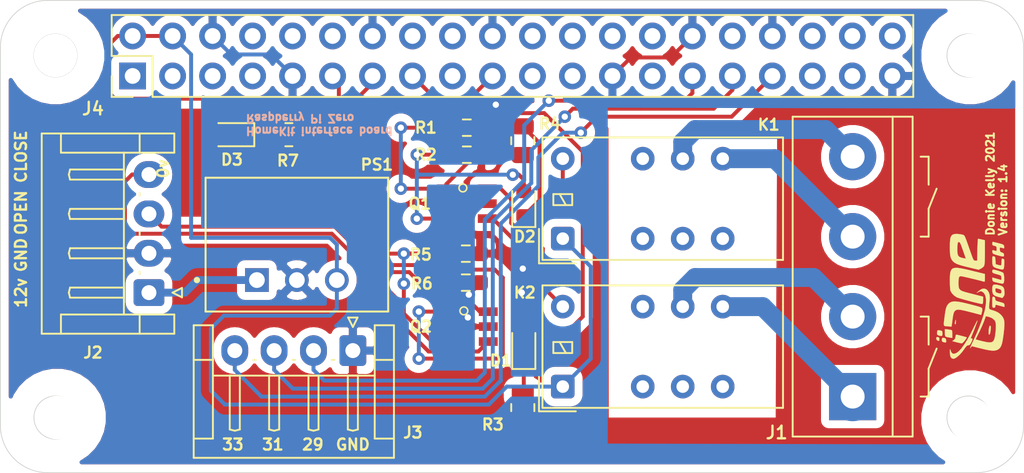
<source format=kicad_pcb>
(kicad_pcb (version 20171130) (host pcbnew "(5.1.8-0-10_14)")

  (general
    (thickness 1.6)
    (drawings 72)
    (tracks 207)
    (zones 0)
    (modules 24)
    (nets 22)
  )

  (page A4)
  (title_block
    (title "Garage door opener with dual relay output")
    (date 2021-04-15)
    (rev 1.4)
    (company "OneTouch Mobile")
  )

  (layers
    (0 F.Cu signal hide)
    (31 B.Cu signal hide)
    (32 B.Adhes user)
    (33 F.Adhes user)
    (34 B.Paste user)
    (35 F.Paste user)
    (36 B.SilkS user)
    (37 F.SilkS user)
    (38 B.Mask user)
    (39 F.Mask user)
    (40 Dwgs.User user hide)
    (41 Cmts.User user hide)
    (42 Eco1.User user hide)
    (43 Eco2.User user hide)
    (44 Edge.Cuts user)
    (45 Margin user hide)
    (46 B.CrtYd user hide)
    (47 F.CrtYd user)
    (48 B.Fab user)
    (49 F.Fab user hide)
  )

  (setup
    (last_trace_width 0.25)
    (trace_clearance 0.2)
    (zone_clearance 0.508)
    (zone_45_only yes)
    (trace_min 0.2)
    (via_size 0.8)
    (via_drill 0.4)
    (via_min_size 0.4)
    (via_min_drill 0.3)
    (uvia_size 0.3)
    (uvia_drill 0.1)
    (uvias_allowed no)
    (uvia_min_size 0.2)
    (uvia_min_drill 0.1)
    (edge_width 0.05)
    (segment_width 0.2)
    (pcb_text_width 0.3)
    (pcb_text_size 1.5 1.5)
    (mod_edge_width 0.12)
    (mod_text_size 1 1)
    (mod_text_width 0.15)
    (pad_size 1.524 1.524)
    (pad_drill 0.762)
    (pad_to_mask_clearance 0.051)
    (solder_mask_min_width 0.25)
    (aux_axis_origin 0 0)
    (visible_elements 7FFFBA3F)
    (pcbplotparams
      (layerselection 0x010fc_ffffffff)
      (usegerberextensions true)
      (usegerberattributes false)
      (usegerberadvancedattributes false)
      (creategerberjobfile false)
      (excludeedgelayer true)
      (linewidth 0.100000)
      (plotframeref false)
      (viasonmask false)
      (mode 1)
      (useauxorigin false)
      (hpglpennumber 1)
      (hpglpenspeed 20)
      (hpglpendiameter 15.000000)
      (psnegative false)
      (psa4output false)
      (plotreference true)
      (plotvalue true)
      (plotinvisibletext false)
      (padsonsilk false)
      (subtractmaskfromsilk false)
      (outputformat 1)
      (mirror false)
      (drillshape 0)
      (scaleselection 1)
      (outputdirectory ""))
  )

  (net 0 "")
  (net 1 "Net-(J1-Pad3)")
  (net 2 GND)
  (net 3 Rpi11)
  (net 4 5v)
  (net 5 "Net-(J2-Pad1)")
  (net 6 Rpi13)
  (net 7 Rpi15)
  (net 8 Rpi19)
  (net 9 Rpi33)
  (net 10 Rpi31)
  (net 11 Rpi29)
  (net 12 "Net-(J2-Pad3)")
  (net 13 "Net-(J2-Pad4)")
  (net 14 "Net-(D1-Pad1)")
  (net 15 "Net-(D2-Pad1)")
  (net 16 "Net-(D3-Pad1)")
  (net 17 "Net-(K1-Pad12)")
  (net 18 "Net-(K2-Pad12)")
  (net 19 "Net-(J1-Pad2)")
  (net 20 "Net-(J1-Pad1)")
  (net 21 "Net-(J1-Pad4)")

  (net_class Default "This is the default net class."
    (clearance 0.2)
    (trace_width 0.25)
    (via_dia 0.8)
    (via_drill 0.4)
    (uvia_dia 0.3)
    (uvia_drill 0.1)
    (add_net 5v)
    (add_net GND)
    (add_net "Net-(D1-Pad1)")
    (add_net "Net-(D2-Pad1)")
    (add_net "Net-(D3-Pad1)")
    (add_net "Net-(J1-Pad4)")
    (add_net "Net-(J2-Pad3)")
    (add_net "Net-(J2-Pad4)")
    (add_net "Net-(J4-Pad1)")
    (add_net "Net-(J4-Pad10)")
    (add_net "Net-(J4-Pad12)")
    (add_net "Net-(J4-Pad16)")
    (add_net "Net-(J4-Pad17)")
    (add_net "Net-(J4-Pad18)")
    (add_net "Net-(J4-Pad21)")
    (add_net "Net-(J4-Pad22)")
    (add_net "Net-(J4-Pad23)")
    (add_net "Net-(J4-Pad24)")
    (add_net "Net-(J4-Pad26)")
    (add_net "Net-(J4-Pad27)")
    (add_net "Net-(J4-Pad28)")
    (add_net "Net-(J4-Pad3)")
    (add_net "Net-(J4-Pad32)")
    (add_net "Net-(J4-Pad35)")
    (add_net "Net-(J4-Pad36)")
    (add_net "Net-(J4-Pad37)")
    (add_net "Net-(J4-Pad38)")
    (add_net "Net-(J4-Pad40)")
    (add_net "Net-(J4-Pad5)")
    (add_net "Net-(J4-Pad7)")
    (add_net "Net-(J4-Pad8)")
    (add_net "Net-(K1-Pad10)")
    (add_net "Net-(K1-Pad12)")
    (add_net "Net-(K1-Pad3)")
    (add_net "Net-(K1-Pad4)")
    (add_net "Net-(K1-Pad5)")
    (add_net "Net-(K2-Pad10)")
    (add_net "Net-(K2-Pad12)")
    (add_net "Net-(K2-Pad3)")
    (add_net "Net-(K2-Pad4)")
    (add_net "Net-(K2-Pad5)")
    (add_net Rpi11)
    (add_net Rpi13)
    (add_net Rpi15)
    (add_net Rpi19)
    (add_net Rpi29)
    (add_net Rpi31)
    (add_net Rpi33)
  )

  (net_class AC ""
    (clearance 0.5)
    (trace_width 1.2)
    (via_dia 0.8)
    (via_drill 0.4)
    (uvia_dia 0.3)
    (uvia_drill 0.1)
    (add_net "Net-(J1-Pad1)")
    (add_net "Net-(J1-Pad2)")
    (add_net "Net-(J1-Pad3)")
  )

  (net_class "DC Power" ""
    (clearance 0.2)
    (trace_width 0.5)
    (via_dia 0.8)
    (via_drill 0.4)
    (uvia_dia 0.3)
    (uvia_drill 0.1)
    (add_net "Net-(J2-Pad1)")
  )

  (module "173010578 -Regulator 7-28V 5V:CONV_173010578" (layer F.Cu) (tedit 6078ABDB) (tstamp 60796C7A)
    (at 68.834 64.516)
    (path /60797247)
    (fp_text reference PS1 (at 5.08 -5.08) (layer F.SilkS)
      (effects (font (size 0.7 0.7) (thickness 0.15)))
    )
    (fp_text value 173010578 (at 3.175 5.715) (layer F.Fab)
      (effects (font (size 1 1) (thickness 0.015)))
    )
    (fp_circle (center -6.35 2.25) (end -6.25 2.25) (layer F.SilkS) (width 0.2))
    (fp_circle (center -6.35 2.25) (end -6.25 2.25) (layer F.Fab) (width 0.2))
    (fp_line (start -5.8 -4.25) (end -5.8 4.25) (layer F.Fab) (width 0.127))
    (fp_line (start -5.8 4.25) (end 5.8 4.25) (layer F.Fab) (width 0.127))
    (fp_line (start 5.8 4.25) (end 5.8 -4.25) (layer F.Fab) (width 0.127))
    (fp_line (start 5.8 -4.25) (end -5.8 -4.25) (layer F.Fab) (width 0.127))
    (fp_line (start -5.8 -4.25) (end -5.8 4.25) (layer F.SilkS) (width 0.127))
    (fp_line (start -5.8 4.25) (end 5.8 4.25) (layer F.SilkS) (width 0.127))
    (fp_line (start 5.8 4.25) (end 5.8 -4.25) (layer F.SilkS) (width 0.127))
    (fp_line (start 5.8 -4.25) (end -5.8 -4.25) (layer F.SilkS) (width 0.127))
    (fp_line (start -6.05 -4.5) (end -6.05 4.5) (layer F.CrtYd) (width 0.05))
    (fp_line (start -6.05 4.5) (end 6.05 4.5) (layer F.CrtYd) (width 0.05))
    (fp_line (start 6.05 4.5) (end 6.05 -4.5) (layer F.CrtYd) (width 0.05))
    (fp_line (start 6.05 -4.5) (end -6.05 -4.5) (layer F.CrtYd) (width 0.05))
    (pad 3 thru_hole circle (at 2.54 2.25) (size 1.508 1.508) (drill 1) (layers *.Cu *.Mask)
      (net 4 5v))
    (pad 2 thru_hole circle (at 0 2.25) (size 1.508 1.508) (drill 1) (layers *.Cu *.Mask)
      (net 2 GND))
    (pad 1 thru_hole rect (at -2.54 2.25) (size 1.508 1.508) (drill 1) (layers *.Cu *.Mask)
      (net 5 "Net-(J2-Pad1)"))
  )

  (module OneTouch_Logo:onetouchlogo (layer F.Cu) (tedit 60590C7D) (tstamp 60795692)
    (at 111.76 67.818 90)
    (path /607B6F69)
    (fp_text reference G1 (at 1.27 -3.81 90) (layer F.SilkS) hide
      (effects (font (size 1.524 1.524) (thickness 0.3)))
    )
    (fp_text value LOGO (at 0 3.81 90) (layer F.SilkS) hide
      (effects (font (size 1.524 1.524) (thickness 0.3)))
    )
    (fp_poly (pts (xy -2.114487 1.024043) (xy -1.976646 1.04356) (xy -1.88218 1.071489) (xy -1.847307 1.10434)
      (xy -1.84815 1.109275) (xy -1.869166 1.139534) (xy -1.917139 1.153859) (xy -2.008068 1.153565)
      (xy -2.157956 1.139968) (xy -2.185273 1.136999) (xy -2.314876 1.113427) (xy -2.394444 1.081597)
      (xy -2.41773 1.049503) (xy -2.378486 1.02514) (xy -2.279487 1.01643) (xy -2.114487 1.024043)) (layer F.SilkS) (width 0.01))
    (fp_poly (pts (xy -2.582461 -2.295908) (xy -2.563451 -2.25219) (xy -2.569513 -2.207846) (xy -2.601354 -2.134977)
      (xy -2.674806 -2.110868) (xy -2.700863 -2.110153) (xy -2.781198 -2.120937) (xy -2.813538 -2.146034)
      (xy -2.783621 -2.250769) (xy -2.698899 -2.3018) (xy -2.658469 -2.305538) (xy -2.582461 -2.295908)) (layer F.SilkS) (width 0.01))
    (fp_poly (pts (xy -2.276299 -2.259055) (xy -2.180812 -2.24574) (xy -2.142295 -2.214008) (xy -2.139586 -2.143648)
      (xy -2.140848 -2.129692) (xy -2.158972 -2.006082) (xy -2.194859 -1.941721) (xy -2.266324 -1.917703)
      (xy -2.343389 -1.914769) (xy -2.446528 -1.92145) (xy -2.492233 -1.947911) (xy -2.500923 -1.990379)
      (xy -2.487073 -2.084474) (xy -2.461915 -2.168588) (xy -2.424903 -2.236311) (xy -2.365758 -2.26108)
      (xy -2.276299 -2.259055)) (layer F.SilkS) (width 0.01))
    (fp_poly (pts (xy -2.647685 -1.940517) (xy -2.618773 -1.892568) (xy -2.618154 -1.878888) (xy -2.635856 -1.758126)
      (xy -2.696648 -1.6962) (xy -2.798925 -1.680307) (xy -2.887494 -1.68553) (xy -2.917213 -1.713976)
      (xy -2.907278 -1.784808) (xy -2.906572 -1.787769) (xy -2.876975 -1.891472) (xy -2.839662 -1.939567)
      (xy -2.772484 -1.953255) (xy -2.733078 -1.953846) (xy -2.647685 -1.940517)) (layer F.SilkS) (width 0.01))
    (fp_poly (pts (xy -2.087925 -1.555552) (xy -2.106706 -1.434578) (xy -2.125363 -1.34666) (xy -2.134342 -1.321091)
      (xy -2.180831 -1.304349) (xy -2.281733 -1.292908) (xy -2.389433 -1.289538) (xy -2.625023 -1.289538)
      (xy -2.599195 -1.455615) (xy -2.574192 -1.606824) (xy -2.546862 -1.696877) (xy -2.501448 -1.741611)
      (xy -2.422195 -1.75686) (xy -2.297871 -1.758461) (xy -2.061008 -1.758461) (xy -2.087925 -1.555552)) (layer F.SilkS) (width 0.01))
    (fp_poly (pts (xy -1.634205 -1.122112) (xy -1.524 -1.094153) (xy -1.474479 -1.074744) (xy -1.487764 -1.064413)
      (xy -1.570927 -1.059521) (xy -1.592384 -1.058972) (xy -1.693752 -1.064772) (xy -1.752533 -1.083961)
      (xy -1.758461 -1.094153) (xy -1.725315 -1.125042) (xy -1.634205 -1.122112)) (layer F.SilkS) (width 0.01))
    (fp_poly (pts (xy -2.761976 -1.197126) (xy -2.678195 -1.118534) (xy -2.55044 -1.086783) (xy -2.449863 -1.068652)
      (xy -2.415264 -1.032976) (xy -2.416472 -1.016) (xy -2.446551 -0.888759) (xy -2.483063 -0.742641)
      (xy -2.520707 -0.597768) (xy -2.554181 -0.474265) (xy -2.578186 -0.392252) (xy -2.58658 -0.37024)
      (xy -2.622287 -0.384202) (xy -2.701627 -0.433657) (xy -2.784699 -0.491629) (xy -2.885667 -0.576148)
      (xy -2.951713 -0.65328) (xy -2.967593 -0.693995) (xy -2.956944 -0.764728) (xy -2.931186 -0.884849)
      (xy -2.895892 -1.028378) (xy -2.895821 -1.02865) (xy -2.826302 -1.2953) (xy -2.761976 -1.197126)) (layer F.SilkS) (width 0.01))
    (fp_poly (pts (xy -3.390093 -1.438323) (xy -3.333859 -1.431812) (xy -3.342821 -1.420591) (xy -3.389682 -1.407753)
      (xy -3.540684 -1.350975) (xy -3.619074 -1.26694) (xy -3.626997 -1.151192) (xy -3.576849 -1.018533)
      (xy -3.472781 -0.877482) (xy -3.298421 -0.717058) (xy -3.058336 -0.540344) (xy -2.757092 -0.350426)
      (xy -2.399255 -0.150386) (xy -1.989391 0.056693) (xy -1.973099 0.06454) (xy -1.804291 0.146897)
      (xy -1.664448 0.217378) (xy -1.566834 0.269131) (xy -1.524713 0.295303) (xy -1.524 0.296554)
      (xy -1.52364 0.305467) (xy -1.531377 0.30825) (xy -1.560434 0.300712) (xy -1.624032 0.27866)
      (xy -1.735395 0.237904) (xy -1.895231 0.178871) (xy -2.075527 0.110837) (xy -2.252505 0.04158)
      (xy -2.396559 -0.017237) (xy -2.435778 -0.034101) (xy -2.557028 -0.086741) (xy -2.62325 -0.110041)
      (xy -2.651083 -0.105843) (xy -2.657163 -0.075989) (xy -2.657231 -0.058615) (xy -2.668451 -0.014166)
      (xy -2.710689 -0.005383) (xy -2.796814 -0.033656) (xy -2.910185 -0.08594) (xy -3.021849 -0.149208)
      (xy -3.075461 -0.208637) (xy -3.088154 -0.271555) (xy -3.104169 -0.336948) (xy -3.159282 -0.404242)
      (xy -3.266333 -0.487265) (xy -3.325911 -0.527538) (xy -3.510027 -0.663011) (xy -3.675662 -0.810625)
      (xy -3.811244 -0.957616) (xy -3.9052 -1.091219) (xy -3.945958 -1.19867) (xy -3.946769 -1.212317)
      (xy -3.920916 -1.322837) (xy -3.839382 -1.395678) (xy -3.696208 -1.434031) (xy -3.517997 -1.441846)
      (xy -3.390093 -1.438323)) (layer F.SilkS) (width 0.01))
    (fp_poly (pts (xy -1.569262 -1.81618) (xy -1.37151 -1.79162) (xy -1.255568 -1.777063) (xy -0.996816 -1.741386)
      (xy -0.802239 -1.704529) (xy -0.657928 -1.662014) (xy -0.549974 -1.609362) (xy -0.464468 -1.542095)
      (xy -0.436352 -1.513274) (xy -0.374332 -1.432138) (xy -0.3317 -1.338358) (xy -0.309094 -1.223608)
      (xy -0.307151 -1.07956) (xy -0.32651 -0.897888) (xy -0.36781 -0.670266) (xy -0.431687 -0.388368)
      (xy -0.51878 -0.043866) (xy -0.5613 0.117231) (xy -0.61595 0.318306) (xy -0.657379 0.455755)
      (xy -0.691115 0.541821) (xy -0.722688 0.588749) (xy -0.757629 0.608784) (xy -0.785304 0.613228)
      (xy -0.874442 0.613801) (xy -0.918307 0.606877) (xy -0.983737 0.588507) (xy -1.060326 0.570424)
      (xy -1.163268 0.547857) (xy -0.992112 -0.107071) (xy -0.91894 -0.393934) (xy -0.867493 -0.616323)
      (xy -0.836983 -0.784604) (xy -0.826624 -0.909146) (xy -0.835632 -1.000315) (xy -0.863219 -1.06848)
      (xy -0.908599 -1.124007) (xy -0.914576 -1.129725) (xy -0.973286 -1.172294) (xy -1.056718 -1.205945)
      (xy -1.180536 -1.234943) (xy -1.360406 -1.263553) (xy -1.451106 -1.275784) (xy -1.62688 -1.299285)
      (xy -1.770994 -1.319594) (xy -1.86773 -1.334426) (xy -1.901366 -1.341263) (xy -1.902125 -1.380917)
      (xy -1.896474 -1.476672) (xy -1.886947 -1.592785) (xy -1.879213 -1.691147) (xy -1.868918 -1.760526)
      (xy -1.844419 -1.80432) (xy -1.794073 -1.825928) (xy -1.706235 -1.828749) (xy -1.569262 -1.81618)) (layer F.SilkS) (width 0.01))
    (fp_poly (pts (xy 3.416275 -1.441659) (xy 3.612767 -1.427231) (xy 3.75442 -1.399763) (xy 3.852714 -1.356454)
      (xy 3.919128 -1.294503) (xy 3.945611 -1.252626) (xy 3.977084 -1.13761) (xy 3.983412 -0.97469)
      (xy 3.964726 -0.789915) (xy 3.942761 -0.684114) (xy 3.931726 -0.634263) (xy 3.921576 -0.594401)
      (xy 3.904315 -0.560577) (xy 3.871948 -0.528839) (xy 3.816481 -0.495234) (xy 3.729917 -0.455812)
      (xy 3.604263 -0.406621) (xy 3.431523 -0.343708) (xy 3.203702 -0.263122) (xy 2.912805 -0.160911)
      (xy 2.813539 -0.125968) (xy 2.606852 -0.052573) (xy 2.462709 0.001582) (xy 2.369845 0.042958)
      (xy 2.316994 0.078012) (xy 2.292893 0.113204) (xy 2.286275 0.15499) (xy 2.286 0.176493)
      (xy 2.286 0.293077) (xy 2.979616 0.303748) (xy 3.202657 0.309057) (xy 3.395914 0.317244)
      (xy 3.546968 0.327486) (xy 3.643402 0.338964) (xy 3.673231 0.349613) (xy 3.66501 0.405286)
      (xy 3.643988 0.509106) (xy 3.627443 0.583173) (xy 3.581654 0.781539) (xy 2.816596 0.780963)
      (xy 2.502809 0.778498) (xy 2.262597 0.771465) (xy 2.091503 0.75961) (xy 1.985068 0.742678)
      (xy 1.953846 0.731808) (xy 1.874365 0.665841) (xy 1.798386 0.562358) (xy 1.782417 0.532534)
      (xy 1.708681 0.381837) (xy 1.854988 -0.229158) (xy 1.904546 -0.42958) (xy 2.414022 -0.42958)
      (xy 2.947366 -0.615328) (xy 3.158461 -0.690173) (xy 3.305667 -0.746525) (xy 3.399529 -0.789714)
      (xy 3.450592 -0.825069) (xy 3.4694 -0.85792) (xy 3.469509 -0.87923) (xy 3.457052 -0.916602)
      (xy 3.422504 -0.940718) (xy 3.350648 -0.955287) (xy 3.226269 -0.964017) (xy 3.103032 -0.968538)
      (xy 2.874631 -0.970478) (xy 2.710645 -0.954423) (xy 2.597993 -0.91252) (xy 2.523596 -0.836914)
      (xy 2.474376 -0.719749) (xy 2.440487 -0.570654) (xy 2.414022 -0.42958) (xy 1.904546 -0.42958)
      (xy 1.927673 -0.523106) (xy 1.990328 -0.751403) (xy 2.047275 -0.925225) (xy 2.102835 -1.055745)
      (xy 2.161327 -1.15414) (xy 2.227074 -1.231584) (xy 2.251612 -1.254913) (xy 2.345449 -1.327702)
      (xy 2.45134 -1.380031) (xy 2.583594 -1.414931) (xy 2.756525 -1.435432) (xy 2.984442 -1.444564)
      (xy 3.153464 -1.445846) (xy 3.416275 -1.441659)) (layer F.SilkS) (width 0.01))
    (fp_poly (pts (xy 1.253283 -1.442757) (xy 1.455514 -1.428791) (xy 1.610811 -1.396896) (xy 1.722341 -1.340021)
      (xy 1.793273 -1.251116) (xy 1.826776 -1.123129) (xy 1.82602 -0.949009) (xy 1.794173 -0.721706)
      (xy 1.734404 -0.434169) (xy 1.649882 -0.079346) (xy 1.637585 -0.029307) (xy 1.437956 0.781539)
      (xy 1.185268 0.781539) (xy 1.049181 0.779137) (xy 0.975744 0.768899) (xy 0.949518 0.746281)
      (xy 0.953048 0.713154) (xy 0.986584 0.593316) (xy 1.029745 0.427808) (xy 1.078923 0.231782)
      (xy 1.130511 0.020389) (xy 1.180901 -0.191221) (xy 1.226486 -0.387896) (xy 1.263659 -0.554486)
      (xy 1.288813 -0.675839) (xy 1.29834 -0.736804) (xy 1.298345 -0.737136) (xy 1.287519 -0.808665)
      (xy 1.244981 -0.855829) (xy 1.158303 -0.883317) (xy 1.01506 -0.895819) (xy 0.871641 -0.89817)
      (xy 0.703901 -0.895148) (xy 0.576756 -0.878648) (xy 0.480985 -0.838592) (xy 0.407369 -0.764901)
      (xy 0.346688 -0.647499) (xy 0.289721 -0.476306) (xy 0.227249 -0.241245) (xy 0.210822 -0.175846)
      (xy 0.158271 0.033802) (xy 0.109219 0.228551) (xy 0.068361 0.389825) (xy 0.040392 0.499044)
      (xy 0.035509 0.51777) (xy -0.003012 0.664308) (xy -0.235968 0.664308) (xy -0.370762 0.65997)
      (xy -0.443068 0.644317) (xy -0.468202 0.613391) (xy -0.468923 0.604116) (xy -0.458624 0.530631)
      (xy -0.430394 0.397235) (xy -0.388234 0.219029) (xy -0.336145 0.011117) (xy -0.278127 -0.211398)
      (xy -0.218181 -0.433416) (xy -0.160309 -0.639833) (xy -0.10851 -0.815547) (xy -0.066786 -0.945456)
      (xy -0.041106 -1.010824) (xy 0.074926 -1.182395) (xy 0.222376 -1.323005) (xy 0.364006 -1.404283)
      (xy 0.443555 -1.419822) (xy 0.582756 -1.432718) (xy 0.763122 -1.441765) (xy 0.966163 -1.445757)
      (xy 1.000946 -1.445846) (xy 1.253283 -1.442757)) (layer F.SilkS) (width 0.01))
    (fp_poly (pts (xy 3.445785 1.259278) (xy 3.478867 1.27977) (xy 3.47014 1.328446) (xy 3.445937 1.433791)
      (xy 3.410688 1.576899) (xy 3.392639 1.647668) (xy 3.350036 1.80861) (xy 3.317123 1.909069)
      (xy 3.284504 1.964349) (xy 3.242784 1.989754) (xy 3.182568 2.00059) (xy 3.175471 2.001426)
      (xy 3.087874 2.004231) (xy 3.062122 1.980737) (xy 3.066481 1.962051) (xy 3.092204 1.882215)
      (xy 3.111684 1.810796) (xy 3.121435 1.748768) (xy 3.095588 1.724073) (xy 3.015405 1.724166)
      (xy 2.985757 1.726503) (xy 2.883319 1.74364) (xy 2.829743 1.787002) (xy 2.799356 1.865924)
      (xy 2.761564 1.955336) (xy 2.701589 1.989467) (xy 2.651578 1.992924) (xy 2.592595 1.989841)
      (xy 2.558446 1.971859) (xy 2.548452 1.925879) (xy 2.561931 1.838799) (xy 2.598203 1.697519)
      (xy 2.630249 1.582616) (xy 2.674935 1.429256) (xy 2.709845 1.335693) (xy 2.745242 1.286181)
      (xy 2.79139 1.264975) (xy 2.84193 1.257909) (xy 2.924032 1.253977) (xy 2.949766 1.278817)
      (xy 2.934793 1.353542) (xy 2.928708 1.374882) (xy 2.903882 1.464048) (xy 2.891893 1.51223)
      (xy 2.891693 1.513973) (xy 2.926381 1.520285) (xy 3.012912 1.523764) (xy 3.046229 1.524)
      (xy 3.147126 1.518367) (xy 3.19666 1.487977) (xy 3.221492 1.412595) (xy 3.226425 1.387231)
      (xy 3.252746 1.294392) (xy 3.299243 1.256584) (xy 3.364964 1.250462) (xy 3.445785 1.259278)) (layer F.SilkS) (width 0.01))
    (fp_poly (pts (xy 2.431883 1.252439) (xy 2.522683 1.260341) (xy 2.562811 1.277119) (xy 2.565982 1.305727)
      (xy 2.563719 1.312273) (xy 2.542672 1.385503) (xy 2.54 1.408101) (xy 2.504446 1.427583)
      (xy 2.411852 1.444379) (xy 2.29993 1.453751) (xy 2.05986 1.465385) (xy 2.011521 1.629617)
      (xy 1.986565 1.733913) (xy 1.980592 1.803327) (xy 1.984565 1.815232) (xy 2.032543 1.827116)
      (xy 2.133127 1.83488) (xy 2.21854 1.836616) (xy 2.340736 1.840128) (xy 2.400141 1.853978)
      (xy 2.411935 1.883131) (xy 2.407412 1.898427) (xy 2.386525 1.966632) (xy 2.383693 1.98635)
      (xy 2.348583 2.002942) (xy 2.258123 2.011413) (xy 2.134615 2.012467) (xy 2.000364 2.006809)
      (xy 1.877673 1.995144) (xy 1.788844 1.978176) (xy 1.76234 1.966719) (xy 1.731172 1.935903)
      (xy 1.720533 1.891005) (xy 1.730852 1.812677) (xy 1.762553 1.681571) (xy 1.769188 1.656124)
      (xy 1.821591 1.475524) (xy 1.876593 1.358216) (xy 1.95113 1.290662) (xy 2.062136 1.259325)
      (xy 2.226547 1.250669) (xy 2.276699 1.250462) (xy 2.431883 1.252439)) (layer F.SilkS) (width 0.01))
    (fp_poly (pts (xy 1.690437 1.265785) (xy 1.719385 1.299432) (xy 1.707097 1.381501) (xy 1.675405 1.505953)
      (xy 1.632071 1.648682) (xy 1.584854 1.785579) (xy 1.541515 1.892538) (xy 1.512084 1.943433)
      (xy 1.442511 1.974039) (xy 1.321774 1.994858) (xy 1.176371 2.004866) (xy 1.0328 2.00304)
      (xy 0.917558 1.988357) (xy 0.865794 1.968392) (xy 0.837166 1.939536) (xy 0.825883 1.895827)
      (xy 0.83266 1.820257) (xy 0.858214 1.695814) (xy 0.881457 1.596494) (xy 0.920239 1.438756)
      (xy 0.950806 1.341581) (xy 0.982536 1.289385) (xy 1.024808 1.266583) (xy 1.0853 1.257755)
      (xy 1.171204 1.252748) (xy 1.211043 1.257001) (xy 1.211385 1.25788) (xy 1.201441 1.29867)
      (xy 1.175216 1.394775) (xy 1.138118 1.526425) (xy 1.133231 1.543539) (xy 1.0952 1.678084)
      (xy 1.067397 1.779417) (xy 1.05523 1.827781) (xy 1.055077 1.829081) (xy 1.089484 1.8341)
      (xy 1.174824 1.831209) (xy 1.201477 1.829205) (xy 1.276588 1.820384) (xy 1.325289 1.798205)
      (xy 1.360122 1.74611) (xy 1.393631 1.647542) (xy 1.425271 1.53377) (xy 1.466905 1.389031)
      (xy 1.500394 1.30429) (xy 1.536174 1.263631) (xy 1.584679 1.251138) (xy 1.611025 1.250462)
      (xy 1.690437 1.265785)) (layer F.SilkS) (width 0.01))
    (fp_poly (pts (xy 0.617446 1.257897) (xy 0.719236 1.288871) (xy 0.765016 1.356386) (xy 0.765499 1.473447)
      (xy 0.741697 1.605756) (xy 0.694104 1.788632) (xy 0.634944 1.907851) (xy 0.549896 1.977862)
      (xy 0.424634 2.013115) (xy 0.327726 2.023341) (xy 0.181146 2.027754) (xy 0.084493 2.011757)
      (xy 0.011134 1.97065) (xy 0.005981 1.966547) (xy -0.08479 1.893045) (xy -0.038085 1.708134)
      (xy 0.19887 1.708134) (xy 0.202049 1.79132) (xy 0.25105 1.829946) (xy 0.313583 1.836616)
      (xy 0.412256 1.817069) (xy 0.463882 1.749466) (xy 0.464169 1.748693) (xy 0.498931 1.640658)
      (xy 0.522561 1.553308) (xy 0.533634 1.480984) (xy 0.505634 1.45153) (xy 0.419425 1.445849)
      (xy 0.414875 1.445847) (xy 0.317854 1.457068) (xy 0.264787 1.50596) (xy 0.238284 1.568909)
      (xy 0.19887 1.708134) (xy -0.038085 1.708134) (xy -0.02091 1.640138) (xy 0.034933 1.459775)
      (xy 0.103489 1.344132) (xy 0.200868 1.279848) (xy 0.343178 1.253563) (xy 0.448929 1.250462)
      (xy 0.617446 1.257897)) (layer F.SilkS) (width 0.01))
    (fp_poly (pts (xy -0.181843 1.251346) (xy -0.078446 1.256469) (xy -0.024366 1.269539) (xy -0.005185 1.294262)
      (xy -0.006486 1.334347) (xy -0.007051 1.338385) (xy -0.038022 1.405637) (xy -0.119298 1.435474)
      (xy -0.142969 1.438287) (xy -0.207401 1.449016) (xy -0.250834 1.477108) (xy -0.284639 1.53934)
      (xy -0.320187 1.652487) (xy -0.341624 1.731364) (xy -0.381958 1.875296) (xy -0.414928 1.960231)
      (xy -0.452214 2.002967) (xy -0.505497 2.020304) (xy -0.54586 2.025101) (xy -0.632285 2.026567)
      (xy -0.657822 2.002732) (xy -0.652215 1.978699) (xy -0.628698 1.905472) (xy -0.597061 1.793123)
      (xy -0.585992 1.751137) (xy -0.554474 1.631061) (xy -0.528353 1.534628) (xy -0.522579 1.514231)
      (xy -0.525706 1.462722) (xy -0.587303 1.446101) (xy -0.603059 1.445847) (xy -0.678751 1.43067)
      (xy -0.702753 1.370183) (xy -0.703384 1.348154) (xy -0.700616 1.30205) (xy -0.682325 1.273359)
      (xy -0.633528 1.257952) (xy -0.539243 1.251698) (xy -0.384489 1.250468) (xy -0.348974 1.250462)
      (xy -0.181843 1.251346)) (layer F.SilkS) (width 0.01))
    (fp_poly (pts (xy -3.210654 -0.138858) (xy -3.099976 -0.093624) (xy -2.944613 -0.024099) (xy -2.753012 0.066245)
      (xy -2.735384 0.074744) (xy -2.344779 0.254012) (xy -1.945067 0.42024) (xy -1.553623 0.567044)
      (xy -1.18782 0.688037) (xy -0.865032 0.776835) (xy -0.76314 0.799601) (xy -0.434225 0.849507)
      (xy -0.158082 0.853205) (xy 0.062231 0.811202) (xy 0.223651 0.724004) (xy 0.308262 0.622169)
      (xy 0.341273 0.54446) (xy 0.335623 0.472413) (xy 0.300052 0.387707) (xy 0.235996 0.254)
      (xy 0.371998 0.407049) (xy 0.480199 0.56785) (xy 0.513694 0.719718) (xy 0.472336 0.858085)
      (xy 0.389619 0.952356) (xy 0.260346 1.034328) (xy 0.103336 1.078888) (xy -0.097648 1.088988)
      (xy -0.288166 1.075606) (xy -0.493652 1.05406) (xy -0.63519 1.042822) (xy -0.726751 1.046164)
      (xy -0.782306 1.068355) (xy -0.815827 1.113668) (xy -0.841285 1.186373) (xy -0.860164 1.250462)
      (xy -0.936409 1.470636) (xy -1.019959 1.635242) (xy -1.123542 1.766681) (xy -1.188782 1.828683)
      (xy -1.2887 1.907453) (xy -1.391469 1.964731) (xy -1.508794 2.001678) (xy -1.652376 2.019457)
      (xy -1.833921 2.019228) (xy -2.065131 2.002155) (xy -2.357711 1.969398) (xy -2.46756 1.955621)
      (xy -2.750369 1.914345) (xy -2.966285 1.869237) (xy -3.126567 1.815856) (xy -3.242473 1.749759)
      (xy -3.325262 1.666502) (xy -3.366804 1.600791) (xy -3.409875 1.49664) (xy -3.431332 1.376258)
      (xy -3.430372 1.227866) (xy -3.411288 1.079341) (xy -2.912365 1.079341) (xy -2.894234 1.215788)
      (xy -2.830627 1.310708) (xy -2.715583 1.37463) (xy -2.543141 1.418087) (xy -2.381709 1.442407)
      (xy -2.06849 1.474661) (xy -1.824347 1.480893) (xy -1.644586 1.460891) (xy -1.524514 1.414447)
      (xy -1.50895 1.403319) (xy -1.369041 1.243995) (xy -1.283091 1.030011) (xy -1.27156 0.975573)
      (xy -1.246882 0.840154) (xy -1.551518 0.727574) (xy -1.716462 0.66173) (xy -1.920977 0.572953)
      (xy -2.135326 0.47443) (xy -2.278397 0.40519) (xy -2.44248 0.324184) (xy -2.579134 0.257709)
      (xy -2.674319 0.212527) (xy -2.713996 0.195395) (xy -2.714152 0.195385) (xy -2.728101 0.230926)
      (xy -2.755998 0.327621) (xy -2.79376 0.470579) (xy -2.83604 0.639741) (xy -2.89098 0.890836)
      (xy -2.912365 1.079341) (xy -3.411288 1.079341) (xy -3.406192 1.039689) (xy -3.357989 0.799947)
      (xy -3.293969 0.532612) (xy -3.14818 -0.048468) (xy -3.264167 -0.142568) (xy -3.2682 -0.15633)
      (xy -3.210654 -0.138858)) (layer F.SilkS) (width 0.01))
  )

  (module Connector_JST:JST_EH_S4B-EH_1x04_P2.50mm_Horizontal (layer F.Cu) (tedit 5C281425) (tstamp 5FA83743)
    (at 59.436 67.564 90)
    (descr "JST EH series connector, S4B-EH (http://www.jst-mfg.com/product/pdf/eng/eEH.pdf), generated with kicad-footprint-generator")
    (tags "connector JST EH horizontal")
    (path /5FAC4C44)
    (fp_text reference J2 (at -3.81 -3.556 180) (layer F.SilkS)
      (effects (font (size 0.7 0.7) (thickness 0.15)))
    )
    (fp_text value "Door Control" (at 3.75 2.7 90) (layer F.Fab)
      (effects (font (size 1 1) (thickness 0.15)))
    )
    (fp_line (start -1.5 -0.7) (end -1.5 1.5) (layer F.Fab) (width 0.1))
    (fp_line (start -1.5 1.5) (end -2.5 1.5) (layer F.Fab) (width 0.1))
    (fp_line (start -2.5 1.5) (end -2.5 -6.7) (layer F.Fab) (width 0.1))
    (fp_line (start -2.5 -6.7) (end 10 -6.7) (layer F.Fab) (width 0.1))
    (fp_line (start 10 -6.7) (end 10 1.5) (layer F.Fab) (width 0.1))
    (fp_line (start 10 1.5) (end 9 1.5) (layer F.Fab) (width 0.1))
    (fp_line (start 9 1.5) (end 9 -0.7) (layer F.Fab) (width 0.1))
    (fp_line (start 9 -0.7) (end -1.5 -0.7) (layer F.Fab) (width 0.1))
    (fp_line (start -3 -7.2) (end -3 2) (layer F.CrtYd) (width 0.05))
    (fp_line (start -3 2) (end 10.5 2) (layer F.CrtYd) (width 0.05))
    (fp_line (start 10.5 2) (end 10.5 -7.2) (layer F.CrtYd) (width 0.05))
    (fp_line (start 10.5 -7.2) (end -3 -7.2) (layer F.CrtYd) (width 0.05))
    (fp_line (start -1.39 -0.59) (end -1.39 1.61) (layer F.SilkS) (width 0.12))
    (fp_line (start -1.39 1.61) (end -2.61 1.61) (layer F.SilkS) (width 0.12))
    (fp_line (start -2.61 1.61) (end -2.61 -6.81) (layer F.SilkS) (width 0.12))
    (fp_line (start -2.61 -6.81) (end 10.11 -6.81) (layer F.SilkS) (width 0.12))
    (fp_line (start 10.11 -6.81) (end 10.11 1.61) (layer F.SilkS) (width 0.12))
    (fp_line (start 10.11 1.61) (end 8.89 1.61) (layer F.SilkS) (width 0.12))
    (fp_line (start 8.89 1.61) (end 8.89 -0.59) (layer F.SilkS) (width 0.12))
    (fp_line (start -2.61 -5.59) (end -1.39 -5.59) (layer F.SilkS) (width 0.12))
    (fp_line (start -1.39 -5.59) (end -1.39 -0.59) (layer F.SilkS) (width 0.12))
    (fp_line (start -1.39 -0.59) (end -2.61 -0.59) (layer F.SilkS) (width 0.12))
    (fp_line (start 10.11 -5.59) (end 8.89 -5.59) (layer F.SilkS) (width 0.12))
    (fp_line (start 8.89 -5.59) (end 8.89 -0.59) (layer F.SilkS) (width 0.12))
    (fp_line (start 8.89 -0.59) (end 10.11 -0.59) (layer F.SilkS) (width 0.12))
    (fp_line (start -1.39 -1.59) (end 8.89 -1.59) (layer F.SilkS) (width 0.12))
    (fp_line (start 0 -1.59) (end -0.32 -1.59) (layer F.SilkS) (width 0.12))
    (fp_line (start -0.32 -1.59) (end -0.32 -5.01) (layer F.SilkS) (width 0.12))
    (fp_line (start -0.32 -5.01) (end 0 -5.09) (layer F.SilkS) (width 0.12))
    (fp_line (start 0 -5.09) (end 0.32 -5.01) (layer F.SilkS) (width 0.12))
    (fp_line (start 0.32 -5.01) (end 0.32 -1.59) (layer F.SilkS) (width 0.12))
    (fp_line (start 0.32 -1.59) (end 0 -1.59) (layer F.SilkS) (width 0.12))
    (fp_line (start 1.17 -0.59) (end 1.33 -0.59) (layer F.SilkS) (width 0.12))
    (fp_line (start 2.5 -1.59) (end 2.18 -1.59) (layer F.SilkS) (width 0.12))
    (fp_line (start 2.18 -1.59) (end 2.18 -5.01) (layer F.SilkS) (width 0.12))
    (fp_line (start 2.18 -5.01) (end 2.5 -5.09) (layer F.SilkS) (width 0.12))
    (fp_line (start 2.5 -5.09) (end 2.82 -5.01) (layer F.SilkS) (width 0.12))
    (fp_line (start 2.82 -5.01) (end 2.82 -1.59) (layer F.SilkS) (width 0.12))
    (fp_line (start 2.82 -1.59) (end 2.5 -1.59) (layer F.SilkS) (width 0.12))
    (fp_line (start 3.67 -0.59) (end 3.83 -0.59) (layer F.SilkS) (width 0.12))
    (fp_line (start 5 -1.59) (end 4.68 -1.59) (layer F.SilkS) (width 0.12))
    (fp_line (start 4.68 -1.59) (end 4.68 -5.01) (layer F.SilkS) (width 0.12))
    (fp_line (start 4.68 -5.01) (end 5 -5.09) (layer F.SilkS) (width 0.12))
    (fp_line (start 5 -5.09) (end 5.32 -5.01) (layer F.SilkS) (width 0.12))
    (fp_line (start 5.32 -5.01) (end 5.32 -1.59) (layer F.SilkS) (width 0.12))
    (fp_line (start 5.32 -1.59) (end 5 -1.59) (layer F.SilkS) (width 0.12))
    (fp_line (start 6.17 -0.59) (end 6.33 -0.59) (layer F.SilkS) (width 0.12))
    (fp_line (start 7.5 -1.59) (end 7.18 -1.59) (layer F.SilkS) (width 0.12))
    (fp_line (start 7.18 -1.59) (end 7.18 -5.01) (layer F.SilkS) (width 0.12))
    (fp_line (start 7.18 -5.01) (end 7.5 -5.09) (layer F.SilkS) (width 0.12))
    (fp_line (start 7.5 -5.09) (end 7.82 -5.01) (layer F.SilkS) (width 0.12))
    (fp_line (start 7.82 -5.01) (end 7.82 -1.59) (layer F.SilkS) (width 0.12))
    (fp_line (start 7.82 -1.59) (end 7.5 -1.59) (layer F.SilkS) (width 0.12))
    (fp_line (start 0 1.5) (end -0.3 2.1) (layer F.SilkS) (width 0.12))
    (fp_line (start -0.3 2.1) (end 0.3 2.1) (layer F.SilkS) (width 0.12))
    (fp_line (start 0.3 2.1) (end 0 1.5) (layer F.SilkS) (width 0.12))
    (fp_line (start -0.5 -0.7) (end 0 -1.407107) (layer F.Fab) (width 0.1))
    (fp_line (start 0 -1.407107) (end 0.5 -0.7) (layer F.Fab) (width 0.1))
    (fp_text user %R (at 3.75 -2.6 90) (layer F.Fab)
      (effects (font (size 1 1) (thickness 0.15)))
    )
    (pad 1 thru_hole roundrect (at 0 0 90) (size 1.7 1.95) (drill 0.95) (layers *.Cu *.Mask) (roundrect_rratio 0.1470588235294118)
      (net 5 "Net-(J2-Pad1)"))
    (pad 2 thru_hole oval (at 2.5 0 90) (size 1.7 1.95) (drill 0.95) (layers *.Cu *.Mask)
      (net 2 GND))
    (pad 3 thru_hole oval (at 5 0 90) (size 1.7 1.95) (drill 0.95) (layers *.Cu *.Mask)
      (net 12 "Net-(J2-Pad3)"))
    (pad 4 thru_hole oval (at 7.5 0 90) (size 1.7 1.95) (drill 0.95) (layers *.Cu *.Mask)
      (net 13 "Net-(J2-Pad4)"))
    (model ${KISYS3DMOD}/Connector_JST.3dshapes/JST_EH_S4B-EH_1x04_P2.50mm_Horizontal.wrl
      (at (xyz 0 0 0))
      (scale (xyz 1 1 1))
      (rotate (xyz 0 0 0))
    )
  )

  (module Resistor_SMD:R_0805_2012Metric (layer F.Cu) (tedit 5F68FEEE) (tstamp 5FB7AE82)
    (at 83.185 74.8665 270)
    (descr "Resistor SMD 0805 (2012 Metric), square (rectangular) end terminal, IPC_7351 nominal, (Body size source: IPC-SM-782 page 72, https://www.pcb-3d.com/wordpress/wp-content/uploads/ipc-sm-782a_amendment_1_and_2.pdf), generated with kicad-footprint-generator")
    (tags resistor)
    (path /5FBBD657)
    (attr smd)
    (fp_text reference R3 (at 1.0795 1.905 180) (layer F.SilkS)
      (effects (font (size 0.7 0.7) (thickness 0.15)))
    )
    (fp_text value 55 (at 0 1.65 90) (layer F.Fab)
      (effects (font (size 1 1) (thickness 0.15)))
    )
    (fp_line (start -1 0.625) (end -1 -0.625) (layer F.Fab) (width 0.1))
    (fp_line (start -1 -0.625) (end 1 -0.625) (layer F.Fab) (width 0.1))
    (fp_line (start 1 -0.625) (end 1 0.625) (layer F.Fab) (width 0.1))
    (fp_line (start 1 0.625) (end -1 0.625) (layer F.Fab) (width 0.1))
    (fp_line (start -0.227064 -0.735) (end 0.227064 -0.735) (layer F.SilkS) (width 0.12))
    (fp_line (start -0.227064 0.735) (end 0.227064 0.735) (layer F.SilkS) (width 0.12))
    (fp_line (start -1.68 0.95) (end -1.68 -0.95) (layer F.CrtYd) (width 0.05))
    (fp_line (start -1.68 -0.95) (end 1.68 -0.95) (layer F.CrtYd) (width 0.05))
    (fp_line (start 1.68 -0.95) (end 1.68 0.95) (layer F.CrtYd) (width 0.05))
    (fp_line (start 1.68 0.95) (end -1.68 0.95) (layer F.CrtYd) (width 0.05))
    (fp_text user %R (at 0 0 90) (layer F.Fab)
      (effects (font (size 0.5 0.5) (thickness 0.08)))
    )
    (pad 2 smd roundrect (at 0.9125 0 270) (size 1.025 1.4) (layers F.Cu F.Paste F.Mask) (roundrect_rratio 0.243902)
      (net 2 GND))
    (pad 1 smd roundrect (at -0.9125 0 270) (size 1.025 1.4) (layers F.Cu F.Paste F.Mask) (roundrect_rratio 0.243902)
      (net 14 "Net-(D1-Pad1)"))
    (model ${KISYS3DMOD}/Resistor_SMD.3dshapes/R_0805_2012Metric.wrl
      (at (xyz 0 0 0))
      (scale (xyz 1 1 1))
      (rotate (xyz 0 0 0))
    )
  )

  (module FDC6561AN:SSOT-6 (layer F.Cu) (tedit 5F904E92) (tstamp 5FB7AE0D)
    (at 79.629 61.9125 270)
    (descr "<b>Small Outline Transistor</b>")
    (path /5FAA39A7)
    (fp_text reference Q1 (at 0 2.9845) (layer F.SilkS)
      (effects (font (size 0.7 0.7) (thickness 0.15)))
    )
    (fp_text value FDC6561AN (at 2.134482 -1.804146 270) (layer F.Fab)
      (effects (font (size 0.640265 0.640265) (thickness 0.015)))
    )
    (fp_line (start 1.472 0.81) (end -1.472 0.81) (layer F.Fab) (width 0.2032))
    (fp_line (start -1.472 -0.81) (end 1.472 -0.81) (layer F.Fab) (width 0.2032))
    (fp_circle (center -1 0.25) (end -0.75 0.25) (layer F.SilkS) (width 0.1))
    (fp_poly (pts (xy -1.20042 0.85) (xy -0.7 0.85) (xy -0.7 1.50052) (xy -1.20042 1.50052)) (layer F.Fab) (width 0.01))
    (fp_poly (pts (xy -0.250053 0.85) (xy 0.25 0.85) (xy 0.25 1.50032) (xy -0.250053 1.50032)) (layer F.Fab) (width 0.01))
    (fp_poly (pts (xy 0.700204 0.85) (xy 1.2 0.85) (xy 1.2 1.50044) (xy 0.700204 1.50044)) (layer F.Fab) (width 0.01))
    (fp_poly (pts (xy 0.700009 -1.5) (xy 1.2 -1.5) (xy 1.2 -0.850011) (xy 0.700009 -0.850011)) (layer F.Fab) (width 0.01))
    (fp_poly (pts (xy -0.250002 -1.5) (xy 0.25 -1.5) (xy 0.25 -0.850007) (xy -0.250002 -0.850007)) (layer F.Fab) (width 0.01))
    (fp_poly (pts (xy -1.20113 -1.5) (xy -0.7 -1.5) (xy -0.7 -0.850798) (xy -1.20113 -0.850798)) (layer F.Fab) (width 0.01))
    (pad 6 smd rect (at -0.95 -1.3 270) (size 0.55 1.2) (layers F.Cu F.Paste F.Mask)
      (net 17 "Net-(K1-Pad12)"))
    (pad 5 smd rect (at 0 -1.3 270) (size 0.55 1.2) (layers F.Cu F.Paste F.Mask)
      (net 2 GND))
    (pad 4 smd rect (at 0.95 -1.3 270) (size 0.55 1.2) (layers F.Cu F.Paste F.Mask)
      (net 18 "Net-(K2-Pad12)"))
    (pad 3 smd rect (at 0.95 1.3 270) (size 0.55 1.2) (layers F.Cu F.Paste F.Mask)
      (net 8 Rpi19))
    (pad 2 smd rect (at 0 1.3 270) (size 0.55 1.2) (layers F.Cu F.Paste F.Mask)
      (net 2 GND))
    (pad 1 smd rect (at -0.95 1.3 270) (size 0.55 1.2) (layers F.Cu F.Paste F.Mask)
      (net 7 Rpi15))
  )

  (module LED_SMD:LED_0603_1608Metric (layer F.Cu) (tedit 5F68FEF1) (tstamp 5FB7ABA2)
    (at 83.2485 70.9295 90)
    (descr "LED SMD 0603 (1608 Metric), square (rectangular) end terminal, IPC_7351 nominal, (Body size source: http://www.tortai-tech.com/upload/download/2011102023233369053.pdf), generated with kicad-footprint-generator")
    (tags LED)
    (path /5FBBD651)
    (attr smd)
    (fp_text reference D1 (at -0.9525 -1.4605 180) (layer F.SilkS)
      (effects (font (size 0.7 0.7) (thickness 0.15)))
    )
    (fp_text value LED (at 0 1.43 90) (layer F.Fab)
      (effects (font (size 1 1) (thickness 0.15)))
    )
    (fp_line (start 0.8 -0.4) (end -0.5 -0.4) (layer F.Fab) (width 0.1))
    (fp_line (start -0.5 -0.4) (end -0.8 -0.1) (layer F.Fab) (width 0.1))
    (fp_line (start -0.8 -0.1) (end -0.8 0.4) (layer F.Fab) (width 0.1))
    (fp_line (start -0.8 0.4) (end 0.8 0.4) (layer F.Fab) (width 0.1))
    (fp_line (start 0.8 0.4) (end 0.8 -0.4) (layer F.Fab) (width 0.1))
    (fp_line (start 0.8 -0.735) (end -1.485 -0.735) (layer F.SilkS) (width 0.12))
    (fp_line (start -1.485 -0.735) (end -1.485 0.735) (layer F.SilkS) (width 0.12))
    (fp_line (start -1.485 0.735) (end 0.8 0.735) (layer F.SilkS) (width 0.12))
    (fp_line (start -1.48 0.73) (end -1.48 -0.73) (layer F.CrtYd) (width 0.05))
    (fp_line (start -1.48 -0.73) (end 1.48 -0.73) (layer F.CrtYd) (width 0.05))
    (fp_line (start 1.48 -0.73) (end 1.48 0.73) (layer F.CrtYd) (width 0.05))
    (fp_line (start 1.48 0.73) (end -1.48 0.73) (layer F.CrtYd) (width 0.05))
    (fp_text user %R (at 0 0 90) (layer F.Fab)
      (effects (font (size 0.4 0.4) (thickness 0.06)))
    )
    (pad 2 smd roundrect (at 0.7875 0 90) (size 0.875 0.95) (layers F.Cu F.Paste F.Mask) (roundrect_rratio 0.25)
      (net 7 Rpi15))
    (pad 1 smd roundrect (at -0.7875 0 90) (size 0.875 0.95) (layers F.Cu F.Paste F.Mask) (roundrect_rratio 0.25)
      (net 14 "Net-(D1-Pad1)"))
    (model ${KISYS3DMOD}/LED_SMD.3dshapes/LED_0603_1608Metric.wrl
      (at (xyz 0 0 0))
      (scale (xyz 1 1 1))
      (rotate (xyz 0 0 0))
    )
  )

  (module Relay_THT:Relay_DPDT_Kemet_EC2 (layer F.Cu) (tedit 5EAD21AB) (tstamp 5FA7A45C)
    (at 85.725 64.135 90)
    (descr "Kemet signal relay, DPDT, non-latching, single coil latching, https://content.kemet.com/datasheets/KEM_R7002_EC2_EE2.pdf")
    (tags "Kemet EC2 signal relay DPDT non single coil latching through hole THT")
    (path /5FB03C3C)
    (fp_text reference K1 (at 7.239 13.081) (layer F.SilkS)
      (effects (font (size 0.7 0.7) (thickness 0.15)))
    )
    (fp_text value EC2-5SNU (at -2.55 6.29) (layer F.Fab)
      (effects (font (size 1 1) (thickness 0.15)))
    )
    (fp_line (start -1.21 -0.15) (end -0.21 -1.15) (layer F.Fab) (width 0.1))
    (fp_line (start 6.43 -1.29) (end 6.43 13.99) (layer F.SilkS) (width 0.12))
    (fp_line (start -1.35 -1.27) (end -1.35 13.99) (layer F.SilkS) (width 0.12))
    (fp_line (start 6.43 13.99) (end -1.35 13.99) (layer F.SilkS) (width 0.12))
    (fp_line (start 6.43 -1.29) (end -1.35 -1.29) (layer F.SilkS) (width 0.12))
    (fp_line (start -1.21 -0.15) (end -1.21 13.85) (layer F.Fab) (width 0.1))
    (fp_line (start -1.57 -1.51) (end 0.62 -1.51) (layer F.SilkS) (width 0.12))
    (fp_line (start -1.57 0.83) (end -1.57 -1.51) (layer F.SilkS) (width 0.12))
    (fp_line (start 2.13 0.6) (end 2.83 0.6) (layer F.SilkS) (width 0.12))
    (fp_line (start 2.13 -0.6) (end 2.13 0.6) (layer F.SilkS) (width 0.12))
    (fp_line (start 2.83 -0.6) (end 2.13 -0.6) (layer F.SilkS) (width 0.12))
    (fp_line (start 2.83 0.6) (end 2.83 -0.6) (layer F.SilkS) (width 0.12))
    (fp_line (start 2.13 0.2) (end 2.83 -0.2) (layer F.SilkS) (width 0.12))
    (fp_line (start 1.27 0) (end 3.81 0) (layer F.Fab) (width 0.1))
    (fp_line (start 6.29 -1.15) (end 6.29 13.85) (layer F.Fab) (width 0.1))
    (fp_line (start 6.29 13.85) (end -1.21 13.85) (layer F.Fab) (width 0.1))
    (fp_line (start -1.46 -1.4) (end -1.46 14.1) (layer F.CrtYd) (width 0.05))
    (fp_line (start 6.29 -1.15) (end -0.21 -1.15) (layer F.Fab) (width 0.1))
    (fp_line (start 6.54 -1.4) (end 6.54 14.1) (layer F.CrtYd) (width 0.05))
    (fp_line (start 6.54 -1.4) (end -1.46 -1.4) (layer F.CrtYd) (width 0.05))
    (fp_line (start -1.46 14.1) (end 6.54 14.1) (layer F.CrtYd) (width 0.05))
    (fp_text user %R (at 2.54 6.35) (layer F.Fab)
      (effects (font (size 1 1) (thickness 0.15)))
    )
    (pad 1 thru_hole roundrect (at 0 0 90) (size 1.5 1.5) (drill 0.8) (layers *.Cu *.Mask) (roundrect_rratio 0.167)
      (net 4 5v))
    (pad 3 thru_hole circle (at 0 5.08 90) (size 1.5 1.5) (drill 0.8) (layers *.Cu *.Mask))
    (pad 4 thru_hole circle (at 0 7.62 90) (size 1.5 1.5) (drill 0.8) (layers *.Cu *.Mask))
    (pad 5 thru_hole circle (at 0 10.16 90) (size 1.5 1.5) (drill 0.8) (layers *.Cu *.Mask))
    (pad 8 thru_hole circle (at 5.08 10.16 90) (size 1.5 1.5) (drill 0.8) (layers *.Cu *.Mask)
      (net 1 "Net-(J1-Pad3)"))
    (pad 9 thru_hole circle (at 5.08 7.62 90) (size 1.5 1.5) (drill 0.8) (layers *.Cu *.Mask)
      (net 21 "Net-(J1-Pad4)"))
    (pad 10 thru_hole circle (at 5.08 5.08 90) (size 1.5 1.5) (drill 0.8) (layers *.Cu *.Mask))
    (pad 12 thru_hole circle (at 5.08 0 90) (size 1.5 1.5) (drill 0.8) (layers *.Cu *.Mask)
      (net 17 "Net-(K1-Pad12)"))
    (model ${KISYS3DMOD}/Relay_THT.3dshapes/Relay_DPDT_Kemet_EC2.wrl
      (at (xyz 0 0 0))
      (scale (xyz 1 1 1))
      (rotate (xyz 0 0 0))
    )
  )

  (module Connector_JST:JST_EH_S4B-EH_1x04_P2.50mm_Horizontal (layer F.Cu) (tedit 5C281425) (tstamp 5FA84A05)
    (at 72.39 71.247 180)
    (descr "JST EH series connector, S4B-EH (http://www.jst-mfg.com/product/pdf/eng/eEH.pdf), generated with kicad-footprint-generator")
    (tags "connector JST EH horizontal")
    (path /5FA9BBD9)
    (fp_text reference J3 (at -3.81 -5.207) (layer F.SilkS)
      (effects (font (size 0.7 0.7) (thickness 0.15)))
    )
    (fp_text value "AUX GPIO" (at 3.75 2.7) (layer F.Fab)
      (effects (font (size 1 1) (thickness 0.15)))
    )
    (fp_line (start -1.5 -0.7) (end -1.5 1.5) (layer F.Fab) (width 0.1))
    (fp_line (start -1.5 1.5) (end -2.5 1.5) (layer F.Fab) (width 0.1))
    (fp_line (start -2.5 1.5) (end -2.5 -6.7) (layer F.Fab) (width 0.1))
    (fp_line (start -2.5 -6.7) (end 10 -6.7) (layer F.Fab) (width 0.1))
    (fp_line (start 10 -6.7) (end 10 1.5) (layer F.Fab) (width 0.1))
    (fp_line (start 10 1.5) (end 9 1.5) (layer F.Fab) (width 0.1))
    (fp_line (start 9 1.5) (end 9 -0.7) (layer F.Fab) (width 0.1))
    (fp_line (start 9 -0.7) (end -1.5 -0.7) (layer F.Fab) (width 0.1))
    (fp_line (start -3 -7.2) (end -3 2) (layer F.CrtYd) (width 0.05))
    (fp_line (start -3 2) (end 10.5 2) (layer F.CrtYd) (width 0.05))
    (fp_line (start 10.5 2) (end 10.5 -7.2) (layer F.CrtYd) (width 0.05))
    (fp_line (start 10.5 -7.2) (end -3 -7.2) (layer F.CrtYd) (width 0.05))
    (fp_line (start -1.39 -0.59) (end -1.39 1.61) (layer F.SilkS) (width 0.12))
    (fp_line (start -1.39 1.61) (end -2.61 1.61) (layer F.SilkS) (width 0.12))
    (fp_line (start -2.61 1.61) (end -2.61 -6.81) (layer F.SilkS) (width 0.12))
    (fp_line (start -2.61 -6.81) (end 10.11 -6.81) (layer F.SilkS) (width 0.12))
    (fp_line (start 10.11 -6.81) (end 10.11 1.61) (layer F.SilkS) (width 0.12))
    (fp_line (start 10.11 1.61) (end 8.89 1.61) (layer F.SilkS) (width 0.12))
    (fp_line (start 8.89 1.61) (end 8.89 -0.59) (layer F.SilkS) (width 0.12))
    (fp_line (start -2.61 -5.59) (end -1.39 -5.59) (layer F.SilkS) (width 0.12))
    (fp_line (start -1.39 -5.59) (end -1.39 -0.59) (layer F.SilkS) (width 0.12))
    (fp_line (start -1.39 -0.59) (end -2.61 -0.59) (layer F.SilkS) (width 0.12))
    (fp_line (start 10.11 -5.59) (end 8.89 -5.59) (layer F.SilkS) (width 0.12))
    (fp_line (start 8.89 -5.59) (end 8.89 -0.59) (layer F.SilkS) (width 0.12))
    (fp_line (start 8.89 -0.59) (end 10.11 -0.59) (layer F.SilkS) (width 0.12))
    (fp_line (start -1.39 -1.59) (end 8.89 -1.59) (layer F.SilkS) (width 0.12))
    (fp_line (start 0 -1.59) (end -0.32 -1.59) (layer F.SilkS) (width 0.12))
    (fp_line (start -0.32 -1.59) (end -0.32 -5.01) (layer F.SilkS) (width 0.12))
    (fp_line (start -0.32 -5.01) (end 0 -5.09) (layer F.SilkS) (width 0.12))
    (fp_line (start 0 -5.09) (end 0.32 -5.01) (layer F.SilkS) (width 0.12))
    (fp_line (start 0.32 -5.01) (end 0.32 -1.59) (layer F.SilkS) (width 0.12))
    (fp_line (start 0.32 -1.59) (end 0 -1.59) (layer F.SilkS) (width 0.12))
    (fp_line (start 1.17 -0.59) (end 1.33 -0.59) (layer F.SilkS) (width 0.12))
    (fp_line (start 2.5 -1.59) (end 2.18 -1.59) (layer F.SilkS) (width 0.12))
    (fp_line (start 2.18 -1.59) (end 2.18 -5.01) (layer F.SilkS) (width 0.12))
    (fp_line (start 2.18 -5.01) (end 2.5 -5.09) (layer F.SilkS) (width 0.12))
    (fp_line (start 2.5 -5.09) (end 2.82 -5.01) (layer F.SilkS) (width 0.12))
    (fp_line (start 2.82 -5.01) (end 2.82 -1.59) (layer F.SilkS) (width 0.12))
    (fp_line (start 2.82 -1.59) (end 2.5 -1.59) (layer F.SilkS) (width 0.12))
    (fp_line (start 3.67 -0.59) (end 3.83 -0.59) (layer F.SilkS) (width 0.12))
    (fp_line (start 5 -1.59) (end 4.68 -1.59) (layer F.SilkS) (width 0.12))
    (fp_line (start 4.68 -1.59) (end 4.68 -5.01) (layer F.SilkS) (width 0.12))
    (fp_line (start 4.68 -5.01) (end 5 -5.09) (layer F.SilkS) (width 0.12))
    (fp_line (start 5 -5.09) (end 5.32 -5.01) (layer F.SilkS) (width 0.12))
    (fp_line (start 5.32 -5.01) (end 5.32 -1.59) (layer F.SilkS) (width 0.12))
    (fp_line (start 5.32 -1.59) (end 5 -1.59) (layer F.SilkS) (width 0.12))
    (fp_line (start 6.17 -0.59) (end 6.33 -0.59) (layer F.SilkS) (width 0.12))
    (fp_line (start 7.5 -1.59) (end 7.18 -1.59) (layer F.SilkS) (width 0.12))
    (fp_line (start 7.18 -1.59) (end 7.18 -5.01) (layer F.SilkS) (width 0.12))
    (fp_line (start 7.18 -5.01) (end 7.5 -5.09) (layer F.SilkS) (width 0.12))
    (fp_line (start 7.5 -5.09) (end 7.82 -5.01) (layer F.SilkS) (width 0.12))
    (fp_line (start 7.82 -5.01) (end 7.82 -1.59) (layer F.SilkS) (width 0.12))
    (fp_line (start 7.82 -1.59) (end 7.5 -1.59) (layer F.SilkS) (width 0.12))
    (fp_line (start 0 1.5) (end -0.3 2.1) (layer F.SilkS) (width 0.12))
    (fp_line (start -0.3 2.1) (end 0.3 2.1) (layer F.SilkS) (width 0.12))
    (fp_line (start 0.3 2.1) (end 0 1.5) (layer F.SilkS) (width 0.12))
    (fp_line (start -0.5 -0.7) (end 0 -1.407107) (layer F.Fab) (width 0.1))
    (fp_line (start 0 -1.407107) (end 0.5 -0.7) (layer F.Fab) (width 0.1))
    (fp_text user %R (at 3.75 -2.6) (layer F.Fab)
      (effects (font (size 1 1) (thickness 0.15)))
    )
    (pad 4 thru_hole oval (at 7.5 0 180) (size 1.7 1.95) (drill 0.95) (layers *.Cu *.Mask)
      (net 9 Rpi33))
    (pad 3 thru_hole oval (at 5 0 180) (size 1.7 1.95) (drill 0.95) (layers *.Cu *.Mask)
      (net 10 Rpi31))
    (pad 2 thru_hole oval (at 2.5 0 180) (size 1.7 1.95) (drill 0.95) (layers *.Cu *.Mask)
      (net 11 Rpi29))
    (pad 1 thru_hole roundrect (at 0 0 180) (size 1.7 1.95) (drill 0.95) (layers *.Cu *.Mask) (roundrect_rratio 0.147059)
      (net 2 GND))
    (model ${KISYS3DMOD}/Connector_JST.3dshapes/JST_EH_S4B-EH_1x04_P2.50mm_Horizontal.wrl
      (at (xyz 0 0 0))
      (scale (xyz 1 1 1))
      (rotate (xyz 0 0 0))
    )
  )

  (module Resistor_SMD:R_0805_2012Metric (layer F.Cu) (tedit 5F68FEEE) (tstamp 5FB6EA1E)
    (at 68.326 57.531)
    (descr "Resistor SMD 0805 (2012 Metric), square (rectangular) end terminal, IPC_7351 nominal, (Body size source: IPC-SM-782 page 72, https://www.pcb-3d.com/wordpress/wp-content/uploads/ipc-sm-782a_amendment_1_and_2.pdf), generated with kicad-footprint-generator")
    (tags resistor)
    (path /5FCA7948)
    (attr smd)
    (fp_text reference R7 (at -0.0635 1.651) (layer F.SilkS)
      (effects (font (size 0.7 0.7) (thickness 0.15)))
    )
    (fp_text value 55 (at 0 1.65) (layer F.Fab)
      (effects (font (size 1 1) (thickness 0.15)))
    )
    (fp_line (start -1 0.625) (end -1 -0.625) (layer F.Fab) (width 0.1))
    (fp_line (start -1 -0.625) (end 1 -0.625) (layer F.Fab) (width 0.1))
    (fp_line (start 1 -0.625) (end 1 0.625) (layer F.Fab) (width 0.1))
    (fp_line (start 1 0.625) (end -1 0.625) (layer F.Fab) (width 0.1))
    (fp_line (start -0.227064 -0.735) (end 0.227064 -0.735) (layer F.SilkS) (width 0.12))
    (fp_line (start -0.227064 0.735) (end 0.227064 0.735) (layer F.SilkS) (width 0.12))
    (fp_line (start -1.68 0.95) (end -1.68 -0.95) (layer F.CrtYd) (width 0.05))
    (fp_line (start -1.68 -0.95) (end 1.68 -0.95) (layer F.CrtYd) (width 0.05))
    (fp_line (start 1.68 -0.95) (end 1.68 0.95) (layer F.CrtYd) (width 0.05))
    (fp_line (start 1.68 0.95) (end -1.68 0.95) (layer F.CrtYd) (width 0.05))
    (fp_text user %R (at 0 0) (layer F.Fab)
      (effects (font (size 0.5 0.5) (thickness 0.08)))
    )
    (pad 2 smd roundrect (at 0.9125 0) (size 1.025 1.4) (layers F.Cu F.Paste F.Mask) (roundrect_rratio 0.243902)
      (net 2 GND))
    (pad 1 smd roundrect (at -0.9125 0) (size 1.025 1.4) (layers F.Cu F.Paste F.Mask) (roundrect_rratio 0.243902)
      (net 16 "Net-(D3-Pad1)"))
    (model ${KISYS3DMOD}/Resistor_SMD.3dshapes/R_0805_2012Metric.wrl
      (at (xyz 0 0 0))
      (scale (xyz 1 1 1))
      (rotate (xyz 0 0 0))
    )
  )

  (module Resistor_SMD:R_0805_2012Metric (layer F.Cu) (tedit 5F68FEEE) (tstamp 5FB6EA0D)
    (at 83.185 57.912 270)
    (descr "Resistor SMD 0805 (2012 Metric), square (rectangular) end terminal, IPC_7351 nominal, (Body size source: IPC-SM-782 page 72, https://www.pcb-3d.com/wordpress/wp-content/uploads/ipc-sm-782a_amendment_1_and_2.pdf), generated with kicad-footprint-generator")
    (tags resistor)
    (path /5FBFBF19)
    (attr smd)
    (fp_text reference R4 (at -1.0795 -1.7145 180) (layer F.SilkS)
      (effects (font (size 0.7 0.7) (thickness 0.15)))
    )
    (fp_text value 55 (at 0 1.65 90) (layer F.Fab)
      (effects (font (size 1 1) (thickness 0.15)))
    )
    (fp_line (start -1 0.625) (end -1 -0.625) (layer F.Fab) (width 0.1))
    (fp_line (start -1 -0.625) (end 1 -0.625) (layer F.Fab) (width 0.1))
    (fp_line (start 1 -0.625) (end 1 0.625) (layer F.Fab) (width 0.1))
    (fp_line (start 1 0.625) (end -1 0.625) (layer F.Fab) (width 0.1))
    (fp_line (start -0.227064 -0.735) (end 0.227064 -0.735) (layer F.SilkS) (width 0.12))
    (fp_line (start -0.227064 0.735) (end 0.227064 0.735) (layer F.SilkS) (width 0.12))
    (fp_line (start -1.68 0.95) (end -1.68 -0.95) (layer F.CrtYd) (width 0.05))
    (fp_line (start -1.68 -0.95) (end 1.68 -0.95) (layer F.CrtYd) (width 0.05))
    (fp_line (start 1.68 -0.95) (end 1.68 0.95) (layer F.CrtYd) (width 0.05))
    (fp_line (start 1.68 0.95) (end -1.68 0.95) (layer F.CrtYd) (width 0.05))
    (fp_text user %R (at 0 0 90) (layer F.Fab)
      (effects (font (size 0.5 0.5) (thickness 0.08)))
    )
    (pad 2 smd roundrect (at 0.9125 0 270) (size 1.025 1.4) (layers F.Cu F.Paste F.Mask) (roundrect_rratio 0.243902)
      (net 2 GND))
    (pad 1 smd roundrect (at -0.9125 0 270) (size 1.025 1.4) (layers F.Cu F.Paste F.Mask) (roundrect_rratio 0.243902)
      (net 15 "Net-(D2-Pad1)"))
    (model ${KISYS3DMOD}/Resistor_SMD.3dshapes/R_0805_2012Metric.wrl
      (at (xyz 0 0 0))
      (scale (xyz 1 1 1))
      (rotate (xyz 0 0 0))
    )
  )

  (module LED_SMD:LED_0603_1608Metric (layer F.Cu) (tedit 5F68FEF1) (tstamp 5FB6E749)
    (at 64.643 57.531 180)
    (descr "LED SMD 0603 (1608 Metric), square (rectangular) end terminal, IPC_7351 nominal, (Body size source: http://www.tortai-tech.com/upload/download/2011102023233369053.pdf), generated with kicad-footprint-generator")
    (tags LED)
    (path /5FCA7916)
    (attr smd)
    (fp_text reference D3 (at -0.0635 -1.5875 180) (layer F.SilkS)
      (effects (font (size 0.7 0.7) (thickness 0.15)))
    )
    (fp_text value LED (at 0 1.43) (layer F.Fab)
      (effects (font (size 1 1) (thickness 0.15)))
    )
    (fp_line (start 0.8 -0.4) (end -0.5 -0.4) (layer F.Fab) (width 0.1))
    (fp_line (start -0.5 -0.4) (end -0.8 -0.1) (layer F.Fab) (width 0.1))
    (fp_line (start -0.8 -0.1) (end -0.8 0.4) (layer F.Fab) (width 0.1))
    (fp_line (start -0.8 0.4) (end 0.8 0.4) (layer F.Fab) (width 0.1))
    (fp_line (start 0.8 0.4) (end 0.8 -0.4) (layer F.Fab) (width 0.1))
    (fp_line (start 0.8 -0.735) (end -1.485 -0.735) (layer F.SilkS) (width 0.12))
    (fp_line (start -1.485 -0.735) (end -1.485 0.735) (layer F.SilkS) (width 0.12))
    (fp_line (start -1.485 0.735) (end 0.8 0.735) (layer F.SilkS) (width 0.12))
    (fp_line (start -1.48 0.73) (end -1.48 -0.73) (layer F.CrtYd) (width 0.05))
    (fp_line (start -1.48 -0.73) (end 1.48 -0.73) (layer F.CrtYd) (width 0.05))
    (fp_line (start 1.48 -0.73) (end 1.48 0.73) (layer F.CrtYd) (width 0.05))
    (fp_line (start 1.48 0.73) (end -1.48 0.73) (layer F.CrtYd) (width 0.05))
    (fp_text user %R (at 0 0) (layer F.Fab)
      (effects (font (size 0.4 0.4) (thickness 0.06)))
    )
    (pad 2 smd roundrect (at 0.7875 0 180) (size 0.875 0.95) (layers F.Cu F.Paste F.Mask) (roundrect_rratio 0.25)
      (net 4 5v))
    (pad 1 smd roundrect (at -0.7875 0 180) (size 0.875 0.95) (layers F.Cu F.Paste F.Mask) (roundrect_rratio 0.25)
      (net 16 "Net-(D3-Pad1)"))
    (model ${KISYS3DMOD}/LED_SMD.3dshapes/LED_0603_1608Metric.wrl
      (at (xyz 0 0 0))
      (scale (xyz 1 1 1))
      (rotate (xyz 0 0 0))
    )
  )

  (module LED_SMD:LED_0603_1608Metric (layer F.Cu) (tedit 5F68FEF1) (tstamp 5FB6E736)
    (at 83.2485 61.9125 90)
    (descr "LED SMD 0603 (1608 Metric), square (rectangular) end terminal, IPC_7351 nominal, (Body size source: http://www.tortai-tech.com/upload/download/2011102023233369053.pdf), generated with kicad-footprint-generator")
    (tags LED)
    (path /5FBFBEFB)
    (attr smd)
    (fp_text reference D2 (at -2.0955 0.0635 180) (layer F.SilkS)
      (effects (font (size 0.7 0.7) (thickness 0.15)))
    )
    (fp_text value LED (at 0 1.43 90) (layer F.Fab)
      (effects (font (size 1 1) (thickness 0.15)))
    )
    (fp_line (start 0.8 -0.4) (end -0.5 -0.4) (layer F.Fab) (width 0.1))
    (fp_line (start -0.5 -0.4) (end -0.8 -0.1) (layer F.Fab) (width 0.1))
    (fp_line (start -0.8 -0.1) (end -0.8 0.4) (layer F.Fab) (width 0.1))
    (fp_line (start -0.8 0.4) (end 0.8 0.4) (layer F.Fab) (width 0.1))
    (fp_line (start 0.8 0.4) (end 0.8 -0.4) (layer F.Fab) (width 0.1))
    (fp_line (start 0.8 -0.735) (end -1.485 -0.735) (layer F.SilkS) (width 0.12))
    (fp_line (start -1.485 -0.735) (end -1.485 0.735) (layer F.SilkS) (width 0.12))
    (fp_line (start -1.485 0.735) (end 0.8 0.735) (layer F.SilkS) (width 0.12))
    (fp_line (start -1.48 0.73) (end -1.48 -0.73) (layer F.CrtYd) (width 0.05))
    (fp_line (start -1.48 -0.73) (end 1.48 -0.73) (layer F.CrtYd) (width 0.05))
    (fp_line (start 1.48 -0.73) (end 1.48 0.73) (layer F.CrtYd) (width 0.05))
    (fp_line (start 1.48 0.73) (end -1.48 0.73) (layer F.CrtYd) (width 0.05))
    (fp_text user %R (at 0 0 90) (layer F.Fab)
      (effects (font (size 0.4 0.4) (thickness 0.06)))
    )
    (pad 2 smd roundrect (at 0.7875 0 90) (size 0.875 0.95) (layers F.Cu F.Paste F.Mask) (roundrect_rratio 0.25)
      (net 8 Rpi19))
    (pad 1 smd roundrect (at -0.7875 0 90) (size 0.875 0.95) (layers F.Cu F.Paste F.Mask) (roundrect_rratio 0.25)
      (net 15 "Net-(D2-Pad1)"))
    (model ${KISYS3DMOD}/LED_SMD.3dshapes/LED_0603_1608Metric.wrl
      (at (xyz 0 0 0))
      (scale (xyz 1 1 1))
      (rotate (xyz 0 0 0))
    )
  )

  (module Connector_PinHeader_2.54mm:PinHeader_2x20_P2.54mm_Vertical (layer F.Cu) (tedit 59FED5CC) (tstamp 5C2616A7)
    (at 58.4 53.8 90)
    (descr "Through hole straight pin header, 2x20, 2.54mm pitch, double rows")
    (tags "Through hole pin header THT 2x20 2.54mm double row")
    (path /5C26120C)
    (fp_text reference J4 (at -2.08 -2.52 180) (layer F.SilkS)
      (effects (font (size 0.8 0.8) (thickness 0.15)))
    )
    (fp_text value "Raspberry Pi Zero" (at 1.476 41.676 180) (layer F.Fab) hide
      (effects (font (size 1 1) (thickness 0.15)))
    )
    (fp_line (start 4.35 -1.8) (end -1.8 -1.8) (layer F.CrtYd) (width 0.05))
    (fp_line (start 4.35 50.05) (end 4.35 -1.8) (layer F.CrtYd) (width 0.05))
    (fp_line (start -1.8 50.05) (end 4.35 50.05) (layer F.CrtYd) (width 0.05))
    (fp_line (start -1.8 -1.8) (end -1.8 50.05) (layer F.CrtYd) (width 0.05))
    (fp_line (start -1.33 -1.33) (end 0 -1.33) (layer F.SilkS) (width 0.12))
    (fp_line (start -1.33 0) (end -1.33 -1.33) (layer F.SilkS) (width 0.12))
    (fp_line (start 1.27 -1.33) (end 3.87 -1.33) (layer F.SilkS) (width 0.12))
    (fp_line (start 1.27 1.27) (end 1.27 -1.33) (layer F.SilkS) (width 0.12))
    (fp_line (start -1.33 1.27) (end 1.27 1.27) (layer F.SilkS) (width 0.12))
    (fp_line (start 3.87 -1.33) (end 3.87 49.59) (layer F.SilkS) (width 0.12))
    (fp_line (start -1.33 1.27) (end -1.33 49.59) (layer F.SilkS) (width 0.12))
    (fp_line (start -1.33 49.59) (end 3.87 49.59) (layer F.SilkS) (width 0.12))
    (fp_line (start -1.27 0) (end 0 -1.27) (layer F.Fab) (width 0.1))
    (fp_line (start -1.27 49.53) (end -1.27 0) (layer F.Fab) (width 0.1))
    (fp_line (start 3.81 49.53) (end -1.27 49.53) (layer F.Fab) (width 0.1))
    (fp_line (start 3.81 -1.27) (end 3.81 49.53) (layer F.Fab) (width 0.1))
    (fp_line (start 0 -1.27) (end 3.81 -1.27) (layer F.Fab) (width 0.1))
    (fp_text user %R (at 1.27 24.13 180) (layer F.Fab)
      (effects (font (size 1 1) (thickness 0.15)))
    )
    (pad 40 thru_hole oval (at 2.54 48.26 90) (size 1.7 1.7) (drill 1) (layers *.Cu *.Mask))
    (pad 39 thru_hole oval (at 0 48.26 90) (size 1.7 1.7) (drill 1) (layers *.Cu *.Mask)
      (net 2 GND))
    (pad 38 thru_hole oval (at 2.54 45.72 90) (size 1.7 1.7) (drill 1) (layers *.Cu *.Mask))
    (pad 37 thru_hole oval (at 0 45.72 90) (size 1.7 1.7) (drill 1) (layers *.Cu *.Mask))
    (pad 36 thru_hole oval (at 2.54 43.18 90) (size 1.7 1.7) (drill 1) (layers *.Cu *.Mask))
    (pad 35 thru_hole oval (at 0 43.18 90) (size 1.7 1.7) (drill 1) (layers *.Cu *.Mask))
    (pad 34 thru_hole oval (at 2.54 40.64 90) (size 1.7 1.7) (drill 1) (layers *.Cu *.Mask)
      (net 2 GND))
    (pad 33 thru_hole oval (at 0 40.64 90) (size 1.7 1.7) (drill 1) (layers *.Cu *.Mask)
      (net 9 Rpi33))
    (pad 32 thru_hole oval (at 2.54 38.1 90) (size 1.7 1.7) (drill 1) (layers *.Cu *.Mask))
    (pad 31 thru_hole oval (at 0 38.1 90) (size 1.7 1.7) (drill 1) (layers *.Cu *.Mask)
      (net 10 Rpi31))
    (pad 30 thru_hole oval (at 2.54 35.56 90) (size 1.7 1.7) (drill 1) (layers *.Cu *.Mask)
      (net 2 GND))
    (pad 29 thru_hole oval (at 0 35.56 90) (size 1.7 1.7) (drill 1) (layers *.Cu *.Mask)
      (net 11 Rpi29))
    (pad 28 thru_hole oval (at 2.54 33.02 90) (size 1.7 1.7) (drill 1) (layers *.Cu *.Mask))
    (pad 27 thru_hole oval (at 0 33.02 90) (size 1.7 1.7) (drill 1) (layers *.Cu *.Mask))
    (pad 26 thru_hole oval (at 2.54 30.48 90) (size 1.7 1.7) (drill 1) (layers *.Cu *.Mask))
    (pad 25 thru_hole oval (at 0 30.48 90) (size 1.7 1.7) (drill 1) (layers *.Cu *.Mask)
      (net 2 GND))
    (pad 24 thru_hole oval (at 2.54 27.94 90) (size 1.7 1.7) (drill 1) (layers *.Cu *.Mask))
    (pad 23 thru_hole oval (at 0 27.94 90) (size 1.7 1.7) (drill 1) (layers *.Cu *.Mask))
    (pad 22 thru_hole oval (at 2.54 25.4 90) (size 1.7 1.7) (drill 1) (layers *.Cu *.Mask))
    (pad 21 thru_hole oval (at 0 25.4 90) (size 1.7 1.7) (drill 1) (layers *.Cu *.Mask))
    (pad 20 thru_hole oval (at 2.54 22.86 90) (size 1.7 1.7) (drill 1) (layers *.Cu *.Mask)
      (net 2 GND))
    (pad 19 thru_hole oval (at 0 22.86 90) (size 1.7 1.7) (drill 1) (layers *.Cu *.Mask)
      (net 8 Rpi19))
    (pad 18 thru_hole oval (at 2.54 20.32 90) (size 1.7 1.7) (drill 1) (layers *.Cu *.Mask))
    (pad 17 thru_hole oval (at 0 20.32 90) (size 1.7 1.7) (drill 1) (layers *.Cu *.Mask))
    (pad 16 thru_hole oval (at 2.54 17.78 90) (size 1.7 1.7) (drill 1) (layers *.Cu *.Mask))
    (pad 15 thru_hole oval (at 0 17.78 90) (size 1.7 1.7) (drill 1) (layers *.Cu *.Mask)
      (net 7 Rpi15))
    (pad 14 thru_hole oval (at 2.54 15.24 90) (size 1.7 1.7) (drill 1) (layers *.Cu *.Mask)
      (net 2 GND))
    (pad 13 thru_hole oval (at 0 15.24 90) (size 1.7 1.7) (drill 1) (layers *.Cu *.Mask)
      (net 6 Rpi13))
    (pad 12 thru_hole oval (at 2.54 12.7 90) (size 1.7 1.7) (drill 1) (layers *.Cu *.Mask))
    (pad 11 thru_hole oval (at 0 12.7 90) (size 1.7 1.7) (drill 1) (layers *.Cu *.Mask)
      (net 3 Rpi11))
    (pad 10 thru_hole oval (at 2.54 10.16 90) (size 1.7 1.7) (drill 1) (layers *.Cu *.Mask))
    (pad 9 thru_hole oval (at 0 10.16 90) (size 1.7 1.7) (drill 1) (layers *.Cu *.Mask)
      (net 2 GND))
    (pad 8 thru_hole oval (at 2.54 7.62 90) (size 1.7 1.7) (drill 1) (layers *.Cu *.Mask))
    (pad 7 thru_hole oval (at 0 7.62 90) (size 1.7 1.7) (drill 1) (layers *.Cu *.Mask))
    (pad 6 thru_hole oval (at 2.54 5.08 90) (size 1.7 1.7) (drill 1) (layers *.Cu *.Mask)
      (net 2 GND))
    (pad 5 thru_hole oval (at 0 5.08 90) (size 1.7 1.7) (drill 1) (layers *.Cu *.Mask))
    (pad 4 thru_hole oval (at 2.54 2.54 90) (size 1.7 1.7) (drill 1) (layers *.Cu *.Mask)
      (net 4 5v))
    (pad 3 thru_hole oval (at 0 2.54 90) (size 1.7 1.7) (drill 1) (layers *.Cu *.Mask))
    (pad 2 thru_hole oval (at 2.54 0 90) (size 1.7 1.7) (drill 1) (layers *.Cu *.Mask)
      (net 4 5v))
    (pad 1 thru_hole rect (at 0 0 90) (size 1.7 1.7) (drill 1) (layers *.Cu *.Mask))
    (model ${KISYS3DMOD}/Connector_PinHeader_2.54mm.3dshapes/PinHeader_2x20_P2.54mm_Vertical.wrl
      (at (xyz 0 0 0))
      (scale (xyz 1 1 1))
      (rotate (xyz 0 0 0))
    )
  )

  (module RPi_Hat:RPi_Hat_Mounting_Hole locked (layer F.Cu) (tedit 55217C7B) (tstamp 5C471D7E)
    (at 53.5 52.5)
    (descr "Mounting hole, Befestigungsbohrung, 2,7mm, No Annular, Kein Restring,")
    (tags "Mounting hole, Befestigungsbohrung, 2,7mm, No Annular, Kein Restring,")
    (fp_text reference "" (at 0 -4.0005) (layer F.SilkS) hide
      (effects (font (size 1 1) (thickness 0.15)))
    )
    (fp_text value "" (at 0.09906 3.59918) (layer F.Fab) hide
      (effects (font (size 1 1) (thickness 0.15)))
    )
    (fp_circle (center 0 0) (end 3.1 0) (layer B.CrtYd) (width 0.15))
    (fp_circle (center 0 0) (end 3.1 0) (layer F.CrtYd) (width 0.15))
    (fp_circle (center 0 0) (end 1.375 0) (layer B.Fab) (width 0.15))
    (fp_circle (center 0 0) (end 3.1 0) (layer B.Fab) (width 0.15))
    (fp_circle (center 0 0) (end 3.1 0) (layer F.Fab) (width 0.15))
    (fp_circle (center 0 0) (end 1.375 0) (layer F.Fab) (width 0.15))
    (pad "" np_thru_hole circle (at 0 0) (size 2.75 2.75) (drill 2.75) (layers *.Cu *.Mask)
      (solder_mask_margin 1.725) (clearance 1.725))
  )

  (module RPi_Hat:RPi_Hat_Mounting_Hole locked (layer F.Cu) (tedit 55217C7B) (tstamp 5C471D7E)
    (at 53.6 75.5)
    (descr "Mounting hole, Befestigungsbohrung, 2,7mm, No Annular, Kein Restring,")
    (tags "Mounting hole, Befestigungsbohrung, 2,7mm, No Annular, Kein Restring,")
    (fp_text reference "" (at 0 -4.0005) (layer F.SilkS) hide
      (effects (font (size 1 1) (thickness 0.15)))
    )
    (fp_text value "" (at 0.09906 3.59918) (layer F.Fab) hide
      (effects (font (size 1 1) (thickness 0.15)))
    )
    (fp_circle (center 0 0) (end 3.1 0) (layer B.CrtYd) (width 0.15))
    (fp_circle (center 0 0) (end 3.1 0) (layer F.CrtYd) (width 0.15))
    (fp_circle (center 0 0) (end 1.375 0) (layer B.Fab) (width 0.15))
    (fp_circle (center 0 0) (end 3.1 0) (layer B.Fab) (width 0.15))
    (fp_circle (center 0 0) (end 3.1 0) (layer F.Fab) (width 0.15))
    (fp_circle (center 0 0) (end 1.375 0) (layer F.Fab) (width 0.15))
    (pad "" np_thru_hole circle (at 0 0) (size 2.75 2.75) (drill 2.75) (layers *.Cu *.Mask)
      (solder_mask_margin 1.725) (clearance 1.725))
  )

  (module RPi_Hat:RPi_Hat_Mounting_Hole locked (layer F.Cu) (tedit 55217C7B) (tstamp 5C471D7E)
    (at 111.6 75.6)
    (descr "Mounting hole, Befestigungsbohrung, 2,7mm, No Annular, Kein Restring,")
    (tags "Mounting hole, Befestigungsbohrung, 2,7mm, No Annular, Kein Restring,")
    (fp_text reference "" (at 0 -4.0005) (layer F.SilkS) hide
      (effects (font (size 1 1) (thickness 0.15)))
    )
    (fp_text value "" (at 0.09906 3.59918) (layer F.Fab) hide
      (effects (font (size 1 1) (thickness 0.15)))
    )
    (fp_circle (center 0 0) (end 3.1 0) (layer B.CrtYd) (width 0.15))
    (fp_circle (center 0 0) (end 3.1 0) (layer F.CrtYd) (width 0.15))
    (fp_circle (center 0 0) (end 1.375 0) (layer B.Fab) (width 0.15))
    (fp_circle (center 0 0) (end 3.1 0) (layer B.Fab) (width 0.15))
    (fp_circle (center 0 0) (end 3.1 0) (layer F.Fab) (width 0.15))
    (fp_circle (center 0 0) (end 1.375 0) (layer F.Fab) (width 0.15))
    (pad "" np_thru_hole circle (at 0 0) (size 2.75 2.75) (drill 2.75) (layers *.Cu *.Mask)
      (solder_mask_margin 1.725) (clearance 1.725))
  )

  (module RPi_Hat:RPi_Hat_Mounting_Hole locked (layer F.Cu) (tedit 55217C7B) (tstamp 5C471D7E)
    (at 111.6 52.5)
    (descr "Mounting hole, Befestigungsbohrung, 2,7mm, No Annular, Kein Restring,")
    (tags "Mounting hole, Befestigungsbohrung, 2,7mm, No Annular, Kein Restring,")
    (fp_text reference "" (at 0 -4.0005) (layer F.SilkS) hide
      (effects (font (size 1 1) (thickness 0.15)))
    )
    (fp_text value "" (at 0.09906 3.59918) (layer F.Fab) hide
      (effects (font (size 1 1) (thickness 0.15)))
    )
    (fp_circle (center 0 0) (end 3.1 0) (layer B.CrtYd) (width 0.15))
    (fp_circle (center 0 0) (end 3.1 0) (layer F.CrtYd) (width 0.15))
    (fp_circle (center 0 0) (end 1.375 0) (layer B.Fab) (width 0.15))
    (fp_circle (center 0 0) (end 3.1 0) (layer B.Fab) (width 0.15))
    (fp_circle (center 0 0) (end 3.1 0) (layer F.Fab) (width 0.15))
    (fp_circle (center 0 0) (end 1.375 0) (layer F.Fab) (width 0.15))
    (pad "" np_thru_hole circle (at 0 0) (size 2.75 2.75) (drill 2.75) (layers *.Cu *.Mask)
      (solder_mask_margin 1.725) (clearance 1.725))
  )

  (module Resistor_SMD:R_0603_1608Metric_Pad0.98x0.95mm_HandSolder (layer F.Cu) (tedit 5F68FEEE) (tstamp 5FB711F2)
    (at 79.5655 65.0875)
    (descr "Resistor SMD 0603 (1608 Metric), square (rectangular) end terminal, IPC_7351 nominal with elongated pad for handsoldering. (Body size source: IPC-SM-782 page 72, https://www.pcb-3d.com/wordpress/wp-content/uploads/ipc-sm-782a_amendment_1_and_2.pdf), generated with kicad-footprint-generator")
    (tags "resistor handsolder")
    (path /5FAA5069)
    (attr smd)
    (fp_text reference R6 (at -2.794 1.905 180) (layer F.SilkS)
      (effects (font (size 0.7 0.7) (thickness 0.15)))
    )
    (fp_text value 10k (at 0 1.43) (layer F.Fab)
      (effects (font (size 1 1) (thickness 0.15)))
    )
    (fp_line (start 1.65 0.73) (end -1.65 0.73) (layer F.CrtYd) (width 0.05))
    (fp_line (start 1.65 -0.73) (end 1.65 0.73) (layer F.CrtYd) (width 0.05))
    (fp_line (start -1.65 -0.73) (end 1.65 -0.73) (layer F.CrtYd) (width 0.05))
    (fp_line (start -1.65 0.73) (end -1.65 -0.73) (layer F.CrtYd) (width 0.05))
    (fp_line (start -0.254724 0.5225) (end 0.254724 0.5225) (layer F.SilkS) (width 0.12))
    (fp_line (start -0.254724 -0.5225) (end 0.254724 -0.5225) (layer F.SilkS) (width 0.12))
    (fp_line (start 0.8 0.4125) (end -0.8 0.4125) (layer F.Fab) (width 0.1))
    (fp_line (start 0.8 -0.4125) (end 0.8 0.4125) (layer F.Fab) (width 0.1))
    (fp_line (start -0.8 -0.4125) (end 0.8 -0.4125) (layer F.Fab) (width 0.1))
    (fp_line (start -0.8 0.4125) (end -0.8 -0.4125) (layer F.Fab) (width 0.1))
    (fp_text user %R (at 0 0) (layer F.Fab)
      (effects (font (size 0.4 0.4) (thickness 0.06)))
    )
    (pad 2 smd roundrect (at 0.9125 0) (size 0.975 0.95) (layers F.Cu F.Paste F.Mask) (roundrect_rratio 0.25)
      (net 2 GND))
    (pad 1 smd roundrect (at -0.9125 0) (size 0.975 0.95) (layers F.Cu F.Paste F.Mask) (roundrect_rratio 0.25)
      (net 6 Rpi13))
    (model ${KISYS3DMOD}/Resistor_SMD.3dshapes/R_0603_1608Metric.wrl
      (at (xyz 0 0 0))
      (scale (xyz 1 1 1))
      (rotate (xyz 0 0 0))
    )
  )

  (module Resistor_SMD:R_0603_1608Metric_Pad0.98x0.95mm_HandSolder (layer F.Cu) (tedit 5F68FEEE) (tstamp 5FB711C2)
    (at 79.5655 66.929)
    (descr "Resistor SMD 0603 (1608 Metric), square (rectangular) end terminal, IPC_7351 nominal with elongated pad for handsoldering. (Body size source: IPC-SM-782 page 72, https://www.pcb-3d.com/wordpress/wp-content/uploads/ipc-sm-782a_amendment_1_and_2.pdf), generated with kicad-footprint-generator")
    (tags "resistor handsolder")
    (path /5FAD7B3A)
    (attr smd)
    (fp_text reference R5 (at -2.8575 -1.778) (layer F.SilkS)
      (effects (font (size 0.7 0.7) (thickness 0.15)))
    )
    (fp_text value 10k (at 0 1.43) (layer F.Fab)
      (effects (font (size 1 1) (thickness 0.15)))
    )
    (fp_line (start -0.8 0.4125) (end -0.8 -0.4125) (layer F.Fab) (width 0.1))
    (fp_line (start -0.8 -0.4125) (end 0.8 -0.4125) (layer F.Fab) (width 0.1))
    (fp_line (start 0.8 -0.4125) (end 0.8 0.4125) (layer F.Fab) (width 0.1))
    (fp_line (start 0.8 0.4125) (end -0.8 0.4125) (layer F.Fab) (width 0.1))
    (fp_line (start -0.254724 -0.5225) (end 0.254724 -0.5225) (layer F.SilkS) (width 0.12))
    (fp_line (start -0.254724 0.5225) (end 0.254724 0.5225) (layer F.SilkS) (width 0.12))
    (fp_line (start -1.65 0.73) (end -1.65 -0.73) (layer F.CrtYd) (width 0.05))
    (fp_line (start -1.65 -0.73) (end 1.65 -0.73) (layer F.CrtYd) (width 0.05))
    (fp_line (start 1.65 -0.73) (end 1.65 0.73) (layer F.CrtYd) (width 0.05))
    (fp_line (start 1.65 0.73) (end -1.65 0.73) (layer F.CrtYd) (width 0.05))
    (fp_text user %R (at 0 0) (layer F.Fab)
      (effects (font (size 0.4 0.4) (thickness 0.06)))
    )
    (pad 1 smd roundrect (at -0.9125 0) (size 0.975 0.95) (layers F.Cu F.Paste F.Mask) (roundrect_rratio 0.25)
      (net 3 Rpi11))
    (pad 2 smd roundrect (at 0.9125 0) (size 0.975 0.95) (layers F.Cu F.Paste F.Mask) (roundrect_rratio 0.25)
      (net 2 GND))
    (model ${KISYS3DMOD}/Resistor_SMD.3dshapes/R_0603_1608Metric.wrl
      (at (xyz 0 0 0))
      (scale (xyz 1 1 1))
      (rotate (xyz 0 0 0))
    )
  )

  (module FDC6561AN:SSOT-6 (layer F.Cu) (tedit 5F904E92) (tstamp 5FB7118E)
    (at 79.6925 69.723 270)
    (descr "<b>Small Outline Transistor</b>")
    (path /5FAC8135)
    (fp_text reference Q2 (at 0 2.9845) (layer F.SilkS)
      (effects (font (size 0.7 0.7) (thickness 0.15)))
    )
    (fp_text value FDC6561AN (at 2.134482 -1.804146 270) (layer F.Fab) hide
      (effects (font (size 0.640265 0.640265) (thickness 0.015)))
    )
    (fp_line (start 1.472 0.81) (end -1.472 0.81) (layer F.Fab) (width 0.2032))
    (fp_line (start -1.472 -0.81) (end 1.472 -0.81) (layer F.Fab) (width 0.2032))
    (fp_circle (center -1 0.25) (end -0.75 0.25) (layer F.SilkS) (width 0.1))
    (fp_poly (pts (xy -1.20042 0.85) (xy -0.7 0.85) (xy -0.7 1.50052) (xy -1.20042 1.50052)) (layer F.Fab) (width 0.01))
    (fp_poly (pts (xy -0.250053 0.85) (xy 0.25 0.85) (xy 0.25 1.50032) (xy -0.250053 1.50032)) (layer F.Fab) (width 0.01))
    (fp_poly (pts (xy 0.700204 0.85) (xy 1.2 0.85) (xy 1.2 1.50044) (xy 0.700204 1.50044)) (layer F.Fab) (width 0.01))
    (fp_poly (pts (xy 0.700009 -1.5) (xy 1.2 -1.5) (xy 1.2 -0.850011) (xy 0.700009 -0.850011)) (layer F.Fab) (width 0.01))
    (fp_poly (pts (xy -0.250002 -1.5) (xy 0.25 -1.5) (xy 0.25 -0.850007) (xy -0.250002 -0.850007)) (layer F.Fab) (width 0.01))
    (fp_poly (pts (xy -1.20113 -1.5) (xy -0.7 -1.5) (xy -0.7 -0.850798) (xy -1.20113 -0.850798)) (layer F.Fab) (width 0.01))
    (pad 1 smd rect (at -0.95 1.3 270) (size 0.55 1.2) (layers F.Cu F.Paste F.Mask)
      (net 3 Rpi11))
    (pad 2 smd rect (at 0 1.3 270) (size 0.55 1.2) (layers F.Cu F.Paste F.Mask)
      (net 2 GND))
    (pad 3 smd rect (at 0.95 1.3 270) (size 0.55 1.2) (layers F.Cu F.Paste F.Mask)
      (net 6 Rpi13))
    (pad 4 smd rect (at 0.95 -1.3 270) (size 0.55 1.2) (layers F.Cu F.Paste F.Mask)
      (net 13 "Net-(J2-Pad4)"))
    (pad 5 smd rect (at 0 -1.3 270) (size 0.55 1.2) (layers F.Cu F.Paste F.Mask)
      (net 2 GND))
    (pad 6 smd rect (at -0.95 -1.3 270) (size 0.55 1.2) (layers F.Cu F.Paste F.Mask)
      (net 12 "Net-(J2-Pad3)"))
  )

  (module Relay_THT:Relay_DPDT_Kemet_EC2 (layer F.Cu) (tedit 5EAD21AB) (tstamp 5FA7ED0B)
    (at 85.725 73.533 90)
    (descr "Kemet signal relay, DPDT, non-latching, single coil latching, https://content.kemet.com/datasheets/KEM_R7002_EC2_EE2.pdf")
    (tags "Kemet EC2 signal relay DPDT non single coil latching through hole THT")
    (path /5FA8D1E5)
    (fp_text reference K2 (at 5.969 -2.413) (layer F.SilkS)
      (effects (font (size 0.7 0.7) (thickness 0.15)))
    )
    (fp_text value EC2-5SNU (at -2.55 6.29) (layer F.Fab)
      (effects (font (size 1 1) (thickness 0.15)))
    )
    (fp_line (start -1.46 14.1) (end 6.54 14.1) (layer F.CrtYd) (width 0.05))
    (fp_line (start 6.54 -1.4) (end -1.46 -1.4) (layer F.CrtYd) (width 0.05))
    (fp_line (start 6.54 -1.4) (end 6.54 14.1) (layer F.CrtYd) (width 0.05))
    (fp_line (start 6.29 -1.15) (end -0.21 -1.15) (layer F.Fab) (width 0.1))
    (fp_line (start -1.46 -1.4) (end -1.46 14.1) (layer F.CrtYd) (width 0.05))
    (fp_line (start 6.29 13.85) (end -1.21 13.85) (layer F.Fab) (width 0.1))
    (fp_line (start 6.29 -1.15) (end 6.29 13.85) (layer F.Fab) (width 0.1))
    (fp_line (start 1.27 0) (end 3.81 0) (layer F.Fab) (width 0.1))
    (fp_line (start 2.13 0.2) (end 2.83 -0.2) (layer F.SilkS) (width 0.12))
    (fp_line (start 2.83 0.6) (end 2.83 -0.6) (layer F.SilkS) (width 0.12))
    (fp_line (start 2.83 -0.6) (end 2.13 -0.6) (layer F.SilkS) (width 0.12))
    (fp_line (start 2.13 -0.6) (end 2.13 0.6) (layer F.SilkS) (width 0.12))
    (fp_line (start 2.13 0.6) (end 2.83 0.6) (layer F.SilkS) (width 0.12))
    (fp_line (start -1.57 0.83) (end -1.57 -1.51) (layer F.SilkS) (width 0.12))
    (fp_line (start -1.57 -1.51) (end 0.62 -1.51) (layer F.SilkS) (width 0.12))
    (fp_line (start -1.21 -0.15) (end -1.21 13.85) (layer F.Fab) (width 0.1))
    (fp_line (start 6.43 -1.29) (end -1.35 -1.29) (layer F.SilkS) (width 0.12))
    (fp_line (start 6.43 13.99) (end -1.35 13.99) (layer F.SilkS) (width 0.12))
    (fp_line (start -1.35 -1.27) (end -1.35 13.99) (layer F.SilkS) (width 0.12))
    (fp_line (start 6.43 -1.29) (end 6.43 13.99) (layer F.SilkS) (width 0.12))
    (fp_line (start -1.21 -0.15) (end -0.21 -1.15) (layer F.Fab) (width 0.1))
    (fp_text user %R (at 2.54 6.35) (layer F.Fab)
      (effects (font (size 1 1) (thickness 0.15)))
    )
    (pad 1 thru_hole roundrect (at 0 0 90) (size 1.5 1.5) (drill 0.8) (layers *.Cu *.Mask) (roundrect_rratio 0.167)
      (net 4 5v))
    (pad 3 thru_hole circle (at 0 5.08 90) (size 1.5 1.5) (drill 0.8) (layers *.Cu *.Mask))
    (pad 4 thru_hole circle (at 0 7.62 90) (size 1.5 1.5) (drill 0.8) (layers *.Cu *.Mask))
    (pad 5 thru_hole circle (at 0 10.16 90) (size 1.5 1.5) (drill 0.8) (layers *.Cu *.Mask))
    (pad 8 thru_hole circle (at 5.08 10.16 90) (size 1.5 1.5) (drill 0.8) (layers *.Cu *.Mask)
      (net 20 "Net-(J1-Pad1)"))
    (pad 9 thru_hole circle (at 5.08 7.62 90) (size 1.5 1.5) (drill 0.8) (layers *.Cu *.Mask)
      (net 19 "Net-(J1-Pad2)"))
    (pad 10 thru_hole circle (at 5.08 5.08 90) (size 1.5 1.5) (drill 0.8) (layers *.Cu *.Mask))
    (pad 12 thru_hole circle (at 5.08 0 90) (size 1.5 1.5) (drill 0.8) (layers *.Cu *.Mask)
      (net 18 "Net-(K2-Pad12)"))
    (model ${KISYS3DMOD}/Relay_THT.3dshapes/Relay_DPDT_Kemet_EC2.wrl
      (at (xyz 0 0 0))
      (scale (xyz 1 1 1))
      (rotate (xyz 0 0 0))
    )
  )

  (module Resistor_SMD:R_0603_1608Metric_Pad0.98x0.95mm_HandSolder (layer F.Cu) (tedit 5F68FEEE) (tstamp 5FA834FE)
    (at 79.629 57.0865)
    (descr "Resistor SMD 0603 (1608 Metric), square (rectangular) end terminal, IPC_7351 nominal with elongated pad for handsoldering. (Body size source: IPC-SM-782 page 72, https://www.pcb-3d.com/wordpress/wp-content/uploads/ipc-sm-782a_amendment_1_and_2.pdf), generated with kicad-footprint-generator")
    (tags "resistor handsolder")
    (path /5FAAF968)
    (attr smd)
    (fp_text reference R1 (at -2.6035 0) (layer F.SilkS)
      (effects (font (size 0.7 0.7) (thickness 0.15)))
    )
    (fp_text value 10k (at 0 1.43) (layer F.Fab)
      (effects (font (size 1 1) (thickness 0.15)))
    )
    (fp_line (start -0.8 0.4125) (end -0.8 -0.4125) (layer F.Fab) (width 0.1))
    (fp_line (start -0.8 -0.4125) (end 0.8 -0.4125) (layer F.Fab) (width 0.1))
    (fp_line (start 0.8 -0.4125) (end 0.8 0.4125) (layer F.Fab) (width 0.1))
    (fp_line (start 0.8 0.4125) (end -0.8 0.4125) (layer F.Fab) (width 0.1))
    (fp_line (start -0.254724 -0.5225) (end 0.254724 -0.5225) (layer F.SilkS) (width 0.12))
    (fp_line (start -0.254724 0.5225) (end 0.254724 0.5225) (layer F.SilkS) (width 0.12))
    (fp_line (start -1.65 0.73) (end -1.65 -0.73) (layer F.CrtYd) (width 0.05))
    (fp_line (start -1.65 -0.73) (end 1.65 -0.73) (layer F.CrtYd) (width 0.05))
    (fp_line (start 1.65 -0.73) (end 1.65 0.73) (layer F.CrtYd) (width 0.05))
    (fp_line (start 1.65 0.73) (end -1.65 0.73) (layer F.CrtYd) (width 0.05))
    (fp_text user %R (at 0 0.040999) (layer F.Fab)
      (effects (font (size 0.4 0.4) (thickness 0.06)))
    )
    (pad 1 smd roundrect (at -0.9125 0) (size 0.975 0.95) (layers F.Cu F.Paste F.Mask) (roundrect_rratio 0.25)
      (net 7 Rpi15))
    (pad 2 smd roundrect (at 0.9125 0) (size 0.975 0.95) (layers F.Cu F.Paste F.Mask) (roundrect_rratio 0.25)
      (net 2 GND))
    (model ${KISYS3DMOD}/Resistor_SMD.3dshapes/R_0603_1608Metric.wrl
      (at (xyz 0 0 0))
      (scale (xyz 1 1 1))
      (rotate (xyz 0 0 0))
    )
  )

  (module Resistor_SMD:R_0603_1608Metric_Pad0.98x0.95mm_HandSolder (layer F.Cu) (tedit 5F68FEEE) (tstamp 5FA8350F)
    (at 79.629 58.801)
    (descr "Resistor SMD 0603 (1608 Metric), square (rectangular) end terminal, IPC_7351 nominal with elongated pad for handsoldering. (Body size source: IPC-SM-782 page 72, https://www.pcb-3d.com/wordpress/wp-content/uploads/ipc-sm-782a_amendment_1_and_2.pdf), generated with kicad-footprint-generator")
    (tags "resistor handsolder")
    (path /5FAB60A3)
    (attr smd)
    (fp_text reference R2 (at -2.6035 0) (layer F.SilkS)
      (effects (font (size 0.7 0.7) (thickness 0.15)))
    )
    (fp_text value 10k (at 0 1.43) (layer F.Fab)
      (effects (font (size 1 1) (thickness 0.15)))
    )
    (fp_line (start 1.65 0.73) (end -1.65 0.73) (layer F.CrtYd) (width 0.05))
    (fp_line (start 1.65 -0.73) (end 1.65 0.73) (layer F.CrtYd) (width 0.05))
    (fp_line (start -1.65 -0.73) (end 1.65 -0.73) (layer F.CrtYd) (width 0.05))
    (fp_line (start -1.65 0.73) (end -1.65 -0.73) (layer F.CrtYd) (width 0.05))
    (fp_line (start -0.254724 0.5225) (end 0.254724 0.5225) (layer F.SilkS) (width 0.12))
    (fp_line (start -0.254724 -0.5225) (end 0.254724 -0.5225) (layer F.SilkS) (width 0.12))
    (fp_line (start 0.8 0.4125) (end -0.8 0.4125) (layer F.Fab) (width 0.1))
    (fp_line (start 0.8 -0.4125) (end 0.8 0.4125) (layer F.Fab) (width 0.1))
    (fp_line (start -0.8 -0.4125) (end 0.8 -0.4125) (layer F.Fab) (width 0.1))
    (fp_line (start -0.8 0.4125) (end -0.8 -0.4125) (layer F.Fab) (width 0.1))
    (fp_text user %R (at 0 0) (layer F.Fab)
      (effects (font (size 0.4 0.4) (thickness 0.06)))
    )
    (pad 2 smd roundrect (at 0.9125 0) (size 0.975 0.95) (layers F.Cu F.Paste F.Mask) (roundrect_rratio 0.25)
      (net 2 GND))
    (pad 1 smd roundrect (at -0.9125 0) (size 0.975 0.95) (layers F.Cu F.Paste F.Mask) (roundrect_rratio 0.25)
      (net 8 Rpi19))
    (model ${KISYS3DMOD}/Resistor_SMD.3dshapes/R_0603_1608Metric.wrl
      (at (xyz 0 0 0))
      (scale (xyz 1 1 1))
      (rotate (xyz 0 0 0))
    )
  )

  (module TerminalBlock:TerminalBlock_bornier-4_P5.08mm (layer F.Cu) (tedit 59FF03D1) (tstamp 5FA83A42)
    (at 104.14 74.168 90)
    (descr "simple 4-pin terminal block, pitch 5.08mm, revamped version of bornier4")
    (tags "terminal block bornier4")
    (path /5FA87A89)
    (fp_text reference J1 (at -2.286 -4.826 180) (layer F.SilkS)
      (effects (font (size 0.8 0.8) (thickness 0.15)))
    )
    (fp_text value 240AC (at 7.6 4.75 90) (layer F.Fab)
      (effects (font (size 1 1) (thickness 0.15)))
    )
    (fp_line (start -2.48 2.55) (end 17.72 2.55) (layer F.Fab) (width 0.1))
    (fp_line (start -2.43 3.75) (end -2.48 3.75) (layer F.Fab) (width 0.1))
    (fp_line (start -2.48 3.75) (end -2.48 -3.75) (layer F.Fab) (width 0.1))
    (fp_line (start -2.48 -3.75) (end 17.72 -3.75) (layer F.Fab) (width 0.1))
    (fp_line (start 17.72 -3.75) (end 17.72 3.75) (layer F.Fab) (width 0.1))
    (fp_line (start 17.72 3.75) (end -2.43 3.75) (layer F.Fab) (width 0.1))
    (fp_line (start -2.54 -3.81) (end -2.54 3.81) (layer F.SilkS) (width 0.12))
    (fp_line (start 17.78 3.81) (end 17.78 -3.81) (layer F.SilkS) (width 0.12))
    (fp_line (start 17.78 2.54) (end -2.54 2.54) (layer F.SilkS) (width 0.12))
    (fp_line (start -2.54 -3.81) (end 17.78 -3.81) (layer F.SilkS) (width 0.12))
    (fp_line (start -2.54 3.81) (end 17.78 3.81) (layer F.SilkS) (width 0.12))
    (fp_line (start -2.73 -4) (end 17.97 -4) (layer F.CrtYd) (width 0.05))
    (fp_line (start -2.73 -4) (end -2.73 4) (layer F.CrtYd) (width 0.05))
    (fp_line (start 17.97 4) (end 17.97 -4) (layer F.CrtYd) (width 0.05))
    (fp_line (start 17.97 4) (end -2.73 4) (layer F.CrtYd) (width 0.05))
    (fp_text user %R (at 7.62 0 90) (layer F.Fab)
      (effects (font (size 1 1) (thickness 0.15)))
    )
    (pad 2 thru_hole circle (at 5.08 0 90) (size 3 3) (drill 1.52) (layers *.Cu *.Mask)
      (net 19 "Net-(J1-Pad2)"))
    (pad 3 thru_hole circle (at 10.16 0 90) (size 3 3) (drill 1.52) (layers *.Cu *.Mask)
      (net 1 "Net-(J1-Pad3)"))
    (pad 1 thru_hole rect (at 0 0 90) (size 3 3) (drill 1.52) (layers *.Cu *.Mask)
      (net 20 "Net-(J1-Pad1)"))
    (pad 4 thru_hole circle (at 15.24 0 90) (size 3 3) (drill 1.52) (layers *.Cu *.Mask)
      (net 21 "Net-(J1-Pad4)"))
    (model ${KISYS3DMOD}/TerminalBlock.3dshapes/TerminalBlock_bornier-4_P5.08mm.wrl
      (offset (xyz 7.619999885559082 0 0))
      (scale (xyz 1 1 1))
      (rotate (xyz 0 0 0))
    )
  )

  (gr_text 29 (at 69.85 77.216) (layer F.SilkS) (tstamp 5FC889DE)
    (effects (font (size 0.7 0.7) (thickness 0.15)))
  )
  (gr_text 31 (at 67.31 77.216) (layer F.SilkS) (tstamp 5FC889D8)
    (effects (font (size 0.7 0.7) (thickness 0.15)))
  )
  (gr_text 33 (at 64.77 77.216) (layer F.SilkS) (tstamp 5FC889D6)
    (effects (font (size 0.7 0.7) (thickness 0.15)))
  )
  (gr_text GND (at 72.39 77.216) (layer F.SilkS) (tstamp 5FC889D2)
    (effects (font (size 0.7 0.7) (thickness 0.15)))
  )
  (gr_line (start 108.966 74.168) (end 108.966 72.39) (layer F.SilkS) (width 0.12) (tstamp 5FC88997))
  (gr_line (start 108.458 74.168) (end 108.966 74.168) (layer F.SilkS) (width 0.12) (tstamp 5FC88996))
  (gr_line (start 108.966 72.39) (end 109.474 71.12) (layer F.SilkS) (width 0.12) (tstamp 5FC88995))
  (gr_line (start 108.966 69.088) (end 108.966 70.866) (layer F.SilkS) (width 0.12) (tstamp 5FC88994))
  (gr_line (start 108.458 69.088) (end 108.966 69.088) (layer F.SilkS) (width 0.12) (tstamp 5FC88993))
  (gr_line (start 108.966 62.23) (end 109.474 60.96) (layer F.SilkS) (width 0.12))
  (gr_line (start 108.966 64.008) (end 108.966 62.23) (layer F.SilkS) (width 0.12) (tstamp 5FC8897F))
  (gr_line (start 108.458 64.008) (end 108.966 64.008) (layer F.SilkS) (width 0.12))
  (gr_line (start 108.966 58.928) (end 108.966 60.706) (layer F.SilkS) (width 0.12))
  (gr_line (start 108.458 58.928) (end 108.966 58.928) (layer F.SilkS) (width 0.12))
  (gr_line (start 108.458 58.928) (end 108.966 58.928) (layer Dwgs.User) (width 0.15))
  (gr_line (start 108.712 58.928) (end 108.458 58.928) (layer Dwgs.User) (width 0.15))
  (gr_text "HomeKit interface board\nRaspberry Pi Zero" (at 65.532 56.896 180) (layer B.SilkS) (tstamp 6079696C)
    (effects (font (size 0.5 0.5) (thickness 0.125)) (justify left mirror))
  )
  (gr_text "Donie Kelly 2021\nVersion: 1.4" (at 113.284 64.008 90) (layer F.SilkS)
    (effects (font (size 0.5 0.5) (thickness 0.125)) (justify left))
  )
  (gr_line (start 114.808 71.628) (end 124.968 60.96) (layer Dwgs.User) (width 0.15))
  (gr_line (start 116.332 70.612) (end 114.808 71.628) (layer Dwgs.User) (width 0.15))
  (gr_line (start 111.252 70.612) (end 116.332 70.612) (layer Dwgs.User) (width 0.15))
  (dimension 1.83162 (width 0.15) (layer Dwgs.User)
    (gr_text "1.832 mm" (at 117.463417 61.675874 -33.69006753) (layer Dwgs.User)
      (effects (font (size 1 1) (thickness 0.15)))
    )
    (feature1 (pts (xy 110.744 70.104) (xy 116.305595 61.761608)))
    (feature2 (pts (xy 112.268 71.12) (xy 117.829595 62.777608)))
    (crossbar (pts (xy 117.504307 63.265539) (xy 115.980307 62.249539)))
    (arrow1a (pts (xy 115.980307 62.249539) (xy 117.242902 62.386479)))
    (arrow1b (pts (xy 115.980307 62.249539) (xy 116.592327 63.362342)))
    (arrow2a (pts (xy 117.504307 63.265539) (xy 116.892287 62.152736)))
    (arrow2b (pts (xy 117.504307 63.265539) (xy 116.241712 63.128599)))
  )
  (gr_text 12v (at 51.308 66.548 90) (layer F.SilkS) (tstamp 5FA7F9D6)
    (effects (font (size 0.7 0.7) (thickness 0.15)) (justify right))
  )
  (gr_text GND (at 51.308 64.008 90) (layer F.SilkS) (tstamp 5FA7F9D3)
    (effects (font (size 0.7 0.7) (thickness 0.15)) (justify right))
  )
  (gr_text 0v (at 60.325 59.69 90) (layer F.SilkS)
    (effects (font (size 0.7 0.7) (thickness 0.15)))
  )
  (gr_text CLOSE (at 51.308 58.928 90) (layer F.SilkS) (tstamp 5FA79D05)
    (effects (font (size 0.7 0.7) (thickness 0.15)))
  )
  (gr_text OPEN (at 51.308 62.484 90) (layer F.SilkS)
    (effects (font (size 0.7 0.7) (thickness 0.15)))
  )
  (gr_circle (center 53.5 52.5) (end 56.5 52.5) (layer F.CrtYd) (width 0.05))
  (gr_circle (center 53.5 75.5) (end 56.5 75.5) (layer B.CrtYd) (width 0.05) (tstamp 5C22B5C3))
  (gr_circle (center 53.5 75.5) (end 56.5 75.5) (layer F.CrtYd) (width 0.05) (tstamp 5C225B9C))
  (gr_circle (center 53.5 52.5) (end 56.5 52.5) (layer B.CrtYd) (width 0.05) (tstamp 5C22B5C3))
  (gr_circle (center 111.5 52.5) (end 114.5 52.5) (layer B.CrtYd) (width 0.05) (tstamp 5C22B5C3))
  (gr_circle (center 111.5 52.5) (end 114.5 52.5) (layer F.CrtYd) (width 0.05) (tstamp 5C225B9C))
  (gr_circle (center 111.5 75.5) (end 114.5 75.5) (layer B.CrtYd) (width 0.05) (tstamp 5C22B5C3))
  (gr_circle (center 111.5 75.5) (end 114.5 75.5) (layer F.CrtYd) (width 0.05) (tstamp 5C225B9C))
  (dimension 23.000014 (width 0.15) (layer Dwgs.User)
    (gr_text "23.000 mm" (at 124.336968 64.01394 89.937722) (layer Dwgs.User)
      (effects (font (size 1 1) (thickness 0.15)))
    )
    (feature1 (pts (xy 111.5 75.5) (xy 123.61089 75.513164)))
    (feature2 (pts (xy 111.525 52.5) (xy 123.63589 52.513164)))
    (crossbar (pts (xy 123.049469 52.512527) (xy 123.024469 75.512527)))
    (arrow1a (pts (xy 123.024469 75.512527) (xy 122.439273 74.385386)))
    (arrow1b (pts (xy 123.024469 75.512527) (xy 123.612114 74.386661)))
    (arrow2a (pts (xy 123.049469 52.512527) (xy 122.461824 53.638393)))
    (arrow2b (pts (xy 123.049469 52.512527) (xy 123.634665 53.639668)))
  )
  (gr_text "Project name: Raspberry Pi® Zero W - Hat template\n\nProject URI: https://www.studiopieters.nl\n\nDescription: Kicad - Raspberry Pi® Zero W Hat template package\n\nVersion: 1.0.8" (at 56.8 83.2) (layer Dwgs.User)
    (effects (font (size 0.5 0.5) (thickness 0.125)) (justify left))
  )
  (gr_text "License: MIT - Copyright 2018 StudioPieters®" (at 66 77.5) (layer Dwgs.User)
    (effects (font (size 0.5 0.5) (thickness 0.125)))
  )
  (gr_text PP1 (at 104 70.7) (layer Dwgs.User)
    (effects (font (size 1 1) (thickness 0.15)))
  )
  (gr_text PP6 (at 104.2 77.4) (layer Dwgs.User)
    (effects (font (size 1 1) (thickness 0.15)))
  )
  (gr_circle (center 103.8 72.7) (end 104.4 73.5) (layer Dwgs.User) (width 0.15))
  (gr_circle (center 104.1 75.3) (end 104.9 75.9) (layer Dwgs.User) (width 0.15))
  (dimension 11.2 (width 0.15) (layer Dwgs.User)
    (gr_text "11.200 mm" (at 109.4 96) (layer Dwgs.User)
      (effects (font (size 1 1) (thickness 0.15)))
    )
    (feature1 (pts (xy 115 72.7) (xy 115 95.286421)))
    (feature2 (pts (xy 103.8 72.7) (xy 103.8 95.286421)))
    (crossbar (pts (xy 103.8 94.7) (xy 115 94.7)))
    (arrow1a (pts (xy 115 94.7) (xy 113.873496 95.286421)))
    (arrow1b (pts (xy 115 94.7) (xy 113.873496 94.113579)))
    (arrow2a (pts (xy 103.8 94.7) (xy 104.926504 95.286421)))
    (arrow2b (pts (xy 103.8 94.7) (xy 104.926504 94.113579)))
  )
  (dimension 6.3 (width 0.15) (layer Dwgs.User)
    (gr_text "6.300 mm" (at 83.2 75.85 90) (layer Dwgs.User)
      (effects (font (size 1 1) (thickness 0.15)))
    )
    (feature1 (pts (xy 103.8 72.7) (xy 83.913579 72.7)))
    (feature2 (pts (xy 103.8 79) (xy 83.913579 79)))
    (crossbar (pts (xy 84.5 79) (xy 84.5 72.7)))
    (arrow1a (pts (xy 84.5 72.7) (xy 85.086421 73.826504)))
    (arrow1b (pts (xy 84.5 72.7) (xy 83.913579 73.826504)))
    (arrow2a (pts (xy 84.5 79) (xy 85.086421 77.873496)))
    (arrow2b (pts (xy 84.5 79) (xy 83.913579 77.873496)))
  )
  (dimension 10.9 (width 0.15) (layer Dwgs.User)
    (gr_text "10.900 mm" (at 109.55 93.3) (layer Dwgs.User)
      (effects (font (size 1 1) (thickness 0.15)))
    )
    (feature1 (pts (xy 115 75.3) (xy 115 92.586421)))
    (feature2 (pts (xy 104.1 75.3) (xy 104.1 92.586421)))
    (crossbar (pts (xy 104.1 92) (xy 115 92)))
    (arrow1a (pts (xy 115 92) (xy 113.873496 92.586421)))
    (arrow1b (pts (xy 115 92) (xy 113.873496 91.413579)))
    (arrow2a (pts (xy 104.1 92) (xy 105.226504 92.586421)))
    (arrow2b (pts (xy 104.1 92) (xy 105.226504 91.413579)))
  )
  (dimension 3.7 (width 0.15) (layer Dwgs.User)
    (gr_text "3.700 mm" (at 86.7 77.15 90) (layer Dwgs.User)
      (effects (font (size 1 1) (thickness 0.15)))
    )
    (feature1 (pts (xy 104.1 75.3) (xy 87.413579 75.3)))
    (feature2 (pts (xy 104.1 79) (xy 87.413579 79)))
    (crossbar (pts (xy 88 79) (xy 88 75.3)))
    (arrow1a (pts (xy 88 75.3) (xy 88.586421 76.426504)))
    (arrow1b (pts (xy 88 75.3) (xy 87.413579 76.426504)))
    (arrow2a (pts (xy 88 79) (xy 88.586421 77.873496)))
    (arrow2b (pts (xy 88 79) (xy 87.413579 77.873496)))
  )
  (dimension 3.5 (width 0.15) (layer Dwgs.User)
    (gr_text "3.500 mm" (at 113.25 88.3) (layer Dwgs.User)
      (effects (font (size 1 1) (thickness 0.15)))
    )
    (feature1 (pts (xy 115 75.5) (xy 115 87.586421)))
    (feature2 (pts (xy 111.5 75.5) (xy 111.5 87.586421)))
    (crossbar (pts (xy 111.5 87) (xy 115 87)))
    (arrow1a (pts (xy 115 87) (xy 113.873496 87.586421)))
    (arrow1b (pts (xy 115 87) (xy 113.873496 86.413579)))
    (arrow2a (pts (xy 111.5 87) (xy 112.626504 87.586421)))
    (arrow2b (pts (xy 111.5 87) (xy 112.626504 86.413579)))
  )
  (dimension 3.5 (width 0.15) (layer Dwgs.User)
    (gr_text "3.500 mm" (at 124.349469 50.75 270) (layer Dwgs.User)
      (effects (font (size 1 1) (thickness 0.15)))
    )
    (feature1 (pts (xy 112 52.5) (xy 123.63589 52.5)))
    (feature2 (pts (xy 112 49) (xy 123.63589 49)))
    (crossbar (pts (xy 123.049469 49) (xy 123.049469 52.5)))
    (arrow1a (pts (xy 123.049469 52.5) (xy 122.463048 51.373496)))
    (arrow1b (pts (xy 123.049469 52.5) (xy 123.63589 51.373496)))
    (arrow2a (pts (xy 123.049469 49) (xy 122.463048 50.126504)))
    (arrow2b (pts (xy 123.049469 49) (xy 123.63589 50.126504)))
  )
  (dimension 3.5 (width 0.15) (layer Dwgs.User)
    (gr_text "3.500 mm" (at 124.3 77.25 270) (layer Dwgs.User)
      (effects (font (size 1 1) (thickness 0.15)))
    )
    (feature1 (pts (xy 111.5 79) (xy 123.586421 79)))
    (feature2 (pts (xy 111.5 75.5) (xy 123.586421 75.5)))
    (crossbar (pts (xy 123 75.5) (xy 123 79)))
    (arrow1a (pts (xy 123 79) (xy 122.413579 77.873496)))
    (arrow1b (pts (xy 123 79) (xy 123.586421 77.873496)))
    (arrow2a (pts (xy 123 75.5) (xy 122.413579 76.626504)))
    (arrow2b (pts (xy 123 75.5) (xy 123.586421 76.626504)))
  )
  (dimension 3.5 (width 0.15) (layer Dwgs.User)
    (gr_text "3.500 mm" (at 44.55 77.25 270) (layer Dwgs.User)
      (effects (font (size 1 1) (thickness 0.15)))
    )
    (feature1 (pts (xy 53.5 79) (xy 45.263579 79)))
    (feature2 (pts (xy 53.5 75.5) (xy 45.263579 75.5)))
    (crossbar (pts (xy 45.85 75.5) (xy 45.85 79)))
    (arrow1a (pts (xy 45.85 79) (xy 45.263579 77.873496)))
    (arrow1b (pts (xy 45.85 79) (xy 46.436421 77.873496)))
    (arrow2a (pts (xy 45.85 75.5) (xy 45.263579 76.626504)))
    (arrow2b (pts (xy 45.85 75.5) (xy 46.436421 76.626504)))
  )
  (dimension 6 (width 0.15) (layer Dwgs.User)
    (gr_text "6.000 mm" (at 40.75 52.5 270) (layer Dwgs.User)
      (effects (font (size 1 1) (thickness 0.15)))
    )
    (feature1 (pts (xy 53.5 55.5) (xy 41.463579 55.5)))
    (feature2 (pts (xy 53.5 49.5) (xy 41.463579 49.5)))
    (crossbar (pts (xy 42.05 49.5) (xy 42.05 55.5)))
    (arrow1a (pts (xy 42.05 55.5) (xy 41.463579 54.373496)))
    (arrow1b (pts (xy 42.05 55.5) (xy 42.636421 54.373496)))
    (arrow2a (pts (xy 42.05 49.5) (xy 41.463579 50.626504)))
    (arrow2b (pts (xy 42.05 49.5) (xy 42.636421 50.626504)))
  )
  (dimension 2.720328 (width 0.15) (layer Dwgs.User)
    (gr_text "2.750 mm" (at 46.475 52.489836 270) (layer Dwgs.User)
      (effects (font (size 1 1) (thickness 0.15)))
    )
    (feature1 (pts (xy 53.5 53.85) (xy 47.188579 53.85)))
    (feature2 (pts (xy 53.5 51.129672) (xy 47.188579 51.129672)))
    (crossbar (pts (xy 47.775 51.129672) (xy 47.775 53.85)))
    (arrow1a (pts (xy 47.775 53.85) (xy 47.188579 52.723496)))
    (arrow1b (pts (xy 47.775 53.85) (xy 48.361421 52.723496)))
    (arrow2a (pts (xy 47.775 51.129672) (xy 47.188579 52.256176)))
    (arrow2b (pts (xy 47.775 51.129672) (xy 48.361421 52.256176)))
  )
  (dimension 29 (width 0.15) (layer Dwgs.User)
    (gr_text "29.000 mm" (at 68 42.025) (layer Dwgs.User)
      (effects (font (size 1 1) (thickness 0.15)))
    )
    (feature1 (pts (xy 82.5 52.5) (xy 82.5 42.738579)))
    (feature2 (pts (xy 53.5 52.5) (xy 53.5 42.738579)))
    (crossbar (pts (xy 53.5 43.325) (xy 82.5 43.325)))
    (arrow1a (pts (xy 82.5 43.325) (xy 81.373496 43.911421)))
    (arrow1b (pts (xy 82.5 43.325) (xy 81.373496 42.738579)))
    (arrow2a (pts (xy 53.5 43.325) (xy 54.626504 43.911421)))
    (arrow2b (pts (xy 53.5 43.325) (xy 54.626504 42.738579)))
  )
  (dimension 65 (width 0.15) (layer Dwgs.User)
    (gr_text "65.000 mm" (at 82.5 35.1) (layer Dwgs.User)
      (effects (font (size 1 1) (thickness 0.15)))
    )
    (feature1 (pts (xy 115 52) (xy 115 35.813579)))
    (feature2 (pts (xy 50 52) (xy 50 35.813579)))
    (crossbar (pts (xy 50 36.4) (xy 115 36.4)))
    (arrow1a (pts (xy 115 36.4) (xy 113.873496 36.986421)))
    (arrow1b (pts (xy 115 36.4) (xy 113.873496 35.813579)))
    (arrow2a (pts (xy 50 36.4) (xy 51.126504 36.986421)))
    (arrow2b (pts (xy 50 36.4) (xy 51.126504 35.813579)))
  )
  (dimension 58 (width 0.15) (layer Dwgs.User)
    (gr_text "58.000 mm" (at 82.5 38.825) (layer Dwgs.User)
      (effects (font (size 1 1) (thickness 0.15)))
    )
    (feature1 (pts (xy 111.5 52.5) (xy 111.5 39.538579)))
    (feature2 (pts (xy 53.5 52.5) (xy 53.5 39.538579)))
    (crossbar (pts (xy 53.5 40.125) (xy 111.5 40.125)))
    (arrow1a (pts (xy 111.5 40.125) (xy 110.373496 40.711421)))
    (arrow1b (pts (xy 111.5 40.125) (xy 110.373496 39.538579)))
    (arrow2a (pts (xy 53.5 40.125) (xy 54.626504 40.711421)))
    (arrow2b (pts (xy 53.5 40.125) (xy 54.626504 39.538579)))
  )
  (dimension 30.00001 (width 0.15) (layer Dwgs.User)
    (gr_text "30.000 mm" (at 126.661969 63.987228 89.95225353) (layer Dwgs.User)
      (effects (font (size 1 1) (thickness 0.15)))
    )
    (feature1 (pts (xy 111.975 78.975) (xy 125.93589 78.986634)))
    (feature2 (pts (xy 112 48.975) (xy 125.96089 48.986634)))
    (crossbar (pts (xy 125.374469 48.986145) (xy 125.349469 78.986145)))
    (arrow1a (pts (xy 125.349469 78.986145) (xy 124.763987 77.859153)))
    (arrow1b (pts (xy 125.349469 78.986145) (xy 125.936828 77.86013)))
    (arrow2a (pts (xy 125.374469 48.986145) (xy 124.78711 50.11216)))
    (arrow2b (pts (xy 125.374469 48.986145) (xy 125.959951 50.113137)))
  )
  (gr_line (start 108.425 49.425) (end 56.575 49.425) (layer Dwgs.User) (width 0.15))
  (gr_line (start 108.425 55.525) (end 108.425 49.425) (layer Dwgs.User) (width 0.15))
  (gr_line (start 56.575 55.575) (end 108.425 55.525) (layer Dwgs.User) (width 0.15))
  (gr_line (start 56.575 49.45) (end 56.575 55.575) (layer Dwgs.User) (width 0.15))
  (gr_circle (center 111.5 75.5) (end 111.47 76.87) (layer Edge.Cuts) (width 0.05) (tstamp 5C225D5D))
  (gr_circle (center 111.5 52.5) (end 111.47 53.87) (layer Edge.Cuts) (width 0.05) (tstamp 5C225D5D))
  (gr_circle (center 53.5 75.5) (end 53.47 76.87) (layer Edge.Cuts) (width 0.05) (tstamp 5C225D5D))
  (gr_circle (center 53.5 52.5) (end 53.47 53.87) (layer Edge.Cuts) (width 0.05))
  (gr_arc (start 112 52) (end 115 52) (angle -90) (layer Edge.Cuts) (width 0.05))
  (gr_arc (start 112 76) (end 112 79) (angle -90) (layer Edge.Cuts) (width 0.05))
  (gr_arc (start 53 76) (end 50 76) (angle -90) (layer Edge.Cuts) (width 0.05))
  (gr_arc (start 53 52) (end 53 49) (angle -90) (layer Edge.Cuts) (width 0.05))
  (gr_line (start 50 76) (end 50 52) (layer Edge.Cuts) (width 0.05) (tstamp 5C2259F3))
  (gr_line (start 112 79) (end 53 79) (layer Edge.Cuts) (width 0.05))
  (gr_line (start 115 52) (end 115 76) (layer Edge.Cuts) (width 0.05))
  (gr_line (start 53 49) (end 112 49) (layer Edge.Cuts) (width 0.05))

  (segment (start 99.187 59.055) (end 104.14 64.008) (width 1.2) (layer B.Cu) (net 1))
  (segment (start 95.885 59.055) (end 99.187 59.055) (width 1.2) (layer B.Cu) (net 1))
  (segment (start 92.595001 52.624999) (end 93.96 51.26) (width 0.25) (layer F.Cu) (net 2))
  (segment (start 88.88 53.8) (end 90.055001 52.624999) (width 0.25) (layer F.Cu) (net 2))
  (segment (start 90.055001 52.624999) (end 92.595001 52.624999) (width 0.25) (layer F.Cu) (net 2))
  (segment (start 69.088 54.328) (end 68.56 53.8) (width 0.25) (layer F.Cu) (net 2))
  (segment (start 67.195001 52.435001) (end 68.56 53.8) (width 0.25) (layer B.Cu) (net 2))
  (segment (start 64.655001 52.435001) (end 67.195001 52.435001) (width 0.25) (layer B.Cu) (net 2))
  (segment (start 63.48 51.26) (end 64.655001 52.435001) (width 0.25) (layer B.Cu) (net 2))
  (via (at 83.185 66.04) (size 0.8) (drill 0.4) (layers F.Cu B.Cu) (net 2))
  (via (at 83.1215 67.564) (size 0.8) (drill 0.4) (layers F.Cu B.Cu) (net 2))
  (via (at 81.4705 55.626) (size 0.8) (drill 0.4) (layers F.Cu B.Cu) (net 2))
  (segment (start 78.3925 69.723) (end 79.6925 69.723) (width 0.25) (layer F.Cu) (net 2))
  (segment (start 79.6925 69.723) (end 80.9925 69.723) (width 0.25) (layer F.Cu) (net 2))
  (via (at 79.756 67.691) (size 0.8) (drill 0.4) (layers F.Cu B.Cu) (net 2))
  (segment (start 80.478 66.969) (end 79.756 67.691) (width 0.25) (layer F.Cu) (net 2))
  (via (at 79.694442 69.141012) (size 0.8) (drill 0.4) (layers F.Cu B.Cu) (net 2))
  (segment (start 80.478 66.929) (end 80.478 66.969) (width 0.25) (layer F.Cu) (net 2))
  (segment (start 79.6925 69.723) (end 79.6925 69.142954) (width 0.25) (layer F.Cu) (net 2))
  (segment (start 79.6925 69.142954) (end 79.694442 69.141012) (width 0.25) (layer F.Cu) (net 2))
  (segment (start 78.653 66.929) (end 78.653 66.4445) (width 0.25) (layer F.Cu) (net 3))
  (segment (start 78.653 66.4445) (end 78.994 66.1035) (width 0.25) (layer F.Cu) (net 3))
  (segment (start 78.994 66.1035) (end 81.407 66.1035) (width 0.25) (layer F.Cu) (net 3))
  (segment (start 81.917501 66.614001) (end 81.917501 71.561999) (width 0.25) (layer F.Cu) (net 3))
  (segment (start 81.407 66.1035) (end 81.917501 66.614001) (width 0.25) (layer F.Cu) (net 3))
  (via (at 76.581 71.755) (size 0.8) (drill 0.4) (layers F.Cu B.Cu) (net 3))
  (segment (start 81.7245 71.755) (end 76.581 71.755) (width 0.25) (layer F.Cu) (net 3))
  (segment (start 81.917501 71.561999) (end 81.7245 71.755) (width 0.25) (layer F.Cu) (net 3))
  (via (at 76.581 68.7705) (size 0.8) (drill 0.4) (layers F.Cu B.Cu) (net 3))
  (segment (start 76.581 71.755) (end 76.581 68.7705) (width 0.25) (layer B.Cu) (net 3))
  (segment (start 78.39 68.7705) (end 78.3925 68.773) (width 0.25) (layer F.Cu) (net 3))
  (segment (start 76.581 68.7705) (end 78.39 68.7705) (width 0.25) (layer F.Cu) (net 3))
  (segment (start 77.536501 65.812501) (end 78.653 66.929) (width 0.25) (layer F.Cu) (net 3))
  (segment (start 74.32009 65.812501) (end 77.536501 65.812501) (width 0.25) (layer F.Cu) (net 3))
  (segment (start 71.501 62.993411) (end 74.32009 65.812501) (width 0.25) (layer F.Cu) (net 3))
  (segment (start 71.501 54.201) (end 71.501 62.993411) (width 0.25) (layer F.Cu) (net 3))
  (segment (start 71.1 53.8) (end 71.501 54.201) (width 0.25) (layer F.Cu) (net 3))
  (segment (start 58.4 51.26) (end 60.94 51.26) (width 0.25) (layer F.Cu) (net 4))
  (segment (start 85.725 73.533) (end 87.503 71.755) (width 0.25) (layer B.Cu) (net 4))
  (segment (start 87.503 65.913) (end 85.725 64.135) (width 0.25) (layer B.Cu) (net 4))
  (segment (start 87.503 71.755) (end 87.503 65.913) (width 0.25) (layer B.Cu) (net 4))
  (segment (start 63.8555 55.8545) (end 63.8555 57.531) (width 0.25) (layer F.Cu) (net 4))
  (segment (start 57.277 55.245) (end 63.246 55.245) (width 0.25) (layer F.Cu) (net 4))
  (segment (start 57.452 51.26) (end 56.896 51.816) (width 0.25) (layer F.Cu) (net 4))
  (segment (start 56.896 54.864) (end 57.277 55.245) (width 0.25) (layer F.Cu) (net 4))
  (segment (start 63.246 55.245) (end 63.8555 55.8545) (width 0.25) (layer F.Cu) (net 4))
  (segment (start 56.896 51.816) (end 56.896 54.864) (width 0.25) (layer F.Cu) (net 4))
  (segment (start 58.4 51.26) (end 57.452 51.26) (width 0.25) (layer F.Cu) (net 4))
  (segment (start 71.374 68.58) (end 71.374 66.766) (width 0.25) (layer B.Cu) (net 4))
  (segment (start 64.1985 69.0245) (end 70.9295 69.0245) (width 0.25) (layer B.Cu) (net 4))
  (segment (start 70.9295 69.0245) (end 71.374 68.58) (width 0.25) (layer B.Cu) (net 4))
  (segment (start 63.373 69.85) (end 64.1985 69.0245) (width 0.25) (layer B.Cu) (net 4))
  (segment (start 64.262 74.676) (end 63.373 73.787) (width 0.25) (layer B.Cu) (net 4))
  (segment (start 81.026 74.676) (end 64.262 74.676) (width 0.25) (layer B.Cu) (net 4))
  (segment (start 82.169 73.533) (end 81.026 74.676) (width 0.25) (layer B.Cu) (net 4))
  (segment (start 63.373 73.787) (end 63.373 69.85) (width 0.25) (layer B.Cu) (net 4))
  (segment (start 85.725 73.533) (end 82.169 73.533) (width 0.25) (layer B.Cu) (net 4))
  (segment (start 71.374 64.516) (end 71.374 66.766) (width 0.25) (layer B.Cu) (net 4))
  (segment (start 70.941501 64.083501) (end 71.374 64.516) (width 0.25) (layer B.Cu) (net 4))
  (segment (start 62.115001 64.083501) (end 70.941501 64.083501) (width 0.25) (layer B.Cu) (net 4))
  (segment (start 62.115001 52.435001) (end 62.115001 64.083501) (width 0.25) (layer B.Cu) (net 4))
  (segment (start 60.94 51.26) (end 62.115001 52.435001) (width 0.25) (layer B.Cu) (net 4))
  (segment (start 62.52 66.766) (end 66.294 66.766) (width 0.5) (layer B.Cu) (net 5))
  (segment (start 61.722 67.564) (end 62.52 66.766) (width 0.5) (layer B.Cu) (net 5))
  (segment (start 59.436 67.564) (end 61.722 67.564) (width 0.5) (layer B.Cu) (net 5))
  (via (at 75.6285 66.9925) (size 0.8) (drill 0.4) (layers F.Cu B.Cu) (net 6))
  (via (at 75.6285 65.0875) (size 0.8) (drill 0.4) (layers F.Cu B.Cu) (net 6))
  (segment (start 75.6285 66.9925) (end 75.6285 65.0875) (width 0.25) (layer B.Cu) (net 6))
  (segment (start 75.6285 65.0875) (end 78.653 65.0875) (width 0.25) (layer F.Cu) (net 6))
  (segment (start 78.3925 70.673) (end 77.410498 70.673) (width 0.25) (layer F.Cu) (net 6))
  (segment (start 77.410498 70.673) (end 75.6285 68.891002) (width 0.25) (layer F.Cu) (net 6))
  (segment (start 75.6285 68.891002) (end 75.6285 66.9925) (width 0.25) (layer F.Cu) (net 6))
  (segment (start 72.009 62.865) (end 74.2315 65.0875) (width 0.25) (layer F.Cu) (net 6))
  (segment (start 72.009 55.88) (end 72.009 62.865) (width 0.25) (layer F.Cu) (net 6))
  (segment (start 73.64 54.249) (end 72.009 55.88) (width 0.25) (layer F.Cu) (net 6))
  (segment (start 74.2315 65.0875) (end 78.653 65.0875) (width 0.25) (layer F.Cu) (net 6))
  (segment (start 73.64 53.8) (end 73.64 54.249) (width 0.25) (layer F.Cu) (net 6))
  (segment (start 78.7165 56.3365) (end 76.18 53.8) (width 0.25) (layer F.Cu) (net 7))
  (segment (start 78.7165 57.0865) (end 78.7165 56.3365) (width 0.25) (layer F.Cu) (net 7))
  (segment (start 75.4405 60.9625) (end 75.438 60.96) (width 0.25) (layer F.Cu) (net 7))
  (via (at 75.438 60.96) (size 0.8) (drill 0.4) (layers F.Cu B.Cu) (net 7))
  (segment (start 78.329 60.9625) (end 75.4405 60.9625) (width 0.25) (layer F.Cu) (net 7))
  (segment (start 75.438 60.96) (end 75.438 57.0865) (width 0.25) (layer B.Cu) (net 7))
  (via (at 75.438 57.0865) (size 0.8) (drill 0.4) (layers F.Cu B.Cu) (net 7))
  (segment (start 75.438 57.0865) (end 78.7165 57.0865) (width 0.25) (layer F.Cu) (net 7))
  (segment (start 78.329 60.67149) (end 78.329 60.9625) (width 0.25) (layer F.Cu) (net 7))
  (segment (start 79.72899 59.2715) (end 78.329 60.67149) (width 0.25) (layer F.Cu) (net 7))
  (segment (start 81.35401 57.67148) (end 81.0245 58.00099) (width 0.25) (layer F.Cu) (net 7))
  (segment (start 81.35401 56.94899) (end 81.35401 57.67148) (width 0.25) (layer F.Cu) (net 7))
  (segment (start 86.995 58.6105) (end 84.54649 56.16199) (width 0.25) (layer F.Cu) (net 7))
  (segment (start 80.0585 58.00099) (end 79.72899 58.3305) (width 0.25) (layer F.Cu) (net 7))
  (segment (start 84.54649 56.16199) (end 82.14101 56.16199) (width 0.25) (layer F.Cu) (net 7))
  (segment (start 86.995 69.088) (end 86.995 58.6105) (width 0.25) (layer F.Cu) (net 7))
  (segment (start 79.72899 58.3305) (end 79.72899 59.2715) (width 0.25) (layer F.Cu) (net 7))
  (segment (start 82.14101 56.16199) (end 81.35401 56.94899) (width 0.25) (layer F.Cu) (net 7))
  (segment (start 85.941 70.142) (end 86.995 69.088) (width 0.25) (layer F.Cu) (net 7))
  (segment (start 81.0245 58.00099) (end 80.0585 58.00099) (width 0.25) (layer F.Cu) (net 7))
  (segment (start 83.2485 70.142) (end 85.941 70.142) (width 0.25) (layer F.Cu) (net 7))
  (segment (start 78.329 62.8625) (end 78.832587 62.8625) (width 0.25) (layer F.Cu) (net 8))
  (via (at 76.454 58.801) (size 0.8) (drill 0.4) (layers F.Cu B.Cu) (net 8))
  (segment (start 78.7165 58.801) (end 76.454 58.801) (width 0.25) (layer F.Cu) (net 8))
  (via (at 76.454 62.865) (size 0.8) (drill 0.4) (layers F.Cu B.Cu) (net 8))
  (segment (start 76.4565 62.8625) (end 76.454 62.865) (width 0.25) (layer F.Cu) (net 8))
  (segment (start 78.329 62.8625) (end 76.4565 62.8625) (width 0.25) (layer F.Cu) (net 8))
  (segment (start 78.7165 58.801) (end 78.7165 58.706579) (width 0.25) (layer F.Cu) (net 8))
  (segment (start 78.7165 58.706579) (end 79.52901 57.894069) (width 0.25) (layer F.Cu) (net 8))
  (segment (start 76.454 60.325) (end 76.454 62.865) (width 0.25) (layer B.Cu) (net 8))
  (segment (start 79.52901 57.894069) (end 79.52901 55.53099) (width 0.25) (layer F.Cu) (net 8))
  (via (at 82.55 60.071) (size 0.8) (drill 0.4) (layers F.Cu B.Cu) (net 8))
  (segment (start 79.52901 55.53099) (end 81.26 53.8) (width 0.25) (layer F.Cu) (net 8))
  (segment (start 82.55 60.071) (end 82.931 60.071) (width 0.25) (layer F.Cu) (net 8))
  (segment (start 83.2485 60.3885) (end 83.2485 61.125) (width 0.25) (layer F.Cu) (net 8))
  (segment (start 82.931 60.071) (end 83.2485 60.3885) (width 0.25) (layer F.Cu) (net 8))
  (segment (start 82.55 60.071) (end 76.5175 60.071) (width 0.25) (layer B.Cu) (net 8))
  (segment (start 76.5175 60.071) (end 76.454 60.0075) (width 0.25) (layer B.Cu) (net 8))
  (segment (start 76.454 60.0075) (end 76.454 60.325) (width 0.25) (layer B.Cu) (net 8))
  (segment (start 76.454 58.801) (end 76.454 60.0075) (width 0.25) (layer B.Cu) (net 8))
  (via (at 86.868 57.404) (size 0.8) (drill 0.4) (layers F.Cu B.Cu) (net 9))
  (segment (start 81.788 63.178826) (end 81.788 73.152) (width 0.25) (layer B.Cu) (net 9))
  (segment (start 66.586 74.168) (end 64.89 72.472) (width 0.25) (layer B.Cu) (net 9))
  (segment (start 86.868 57.404) (end 85.740222 57.404) (width 0.25) (layer B.Cu) (net 9))
  (segment (start 84.175024 58.969198) (end 84.175024 60.791802) (width 0.25) (layer B.Cu) (net 9))
  (segment (start 85.740222 57.404) (end 84.175024 58.969198) (width 0.25) (layer B.Cu) (net 9))
  (segment (start 64.89 72.472) (end 64.89 71.247) (width 0.25) (layer B.Cu) (net 9))
  (segment (start 80.772 74.168) (end 66.586 74.168) (width 0.25) (layer B.Cu) (net 9))
  (segment (start 81.788 73.152) (end 80.772 74.168) (width 0.25) (layer B.Cu) (net 9))
  (segment (start 84.175024 60.791802) (end 81.788 63.178826) (width 0.25) (layer B.Cu) (net 9))
  (segment (start 86.868 57.404) (end 87.884 56.388) (width 0.25) (layer F.Cu) (net 9))
  (segment (start 96.452 56.388) (end 99.04 53.8) (width 0.25) (layer F.Cu) (net 9))
  (segment (start 87.884 56.388) (end 96.452 56.388) (width 0.25) (layer F.Cu) (net 9))
  (via (at 85.852 56.388) (size 0.8) (drill 0.4) (layers F.Cu B.Cu) (net 10))
  (segment (start 85.852 56.388) (end 83.725013 58.514987) (width 0.25) (layer B.Cu) (net 10))
  (segment (start 80.64359 73.66) (end 68.578 73.66) (width 0.25) (layer B.Cu) (net 10))
  (segment (start 81.28 63.050415) (end 81.28 73.02359) (width 0.25) (layer B.Cu) (net 10))
  (segment (start 83.725013 60.605402) (end 81.28 63.050415) (width 0.25) (layer B.Cu) (net 10))
  (segment (start 81.28 73.02359) (end 80.64359 73.66) (width 0.25) (layer B.Cu) (net 10))
  (segment (start 83.725013 58.514987) (end 83.725013 60.605402) (width 0.25) (layer B.Cu) (net 10))
  (segment (start 68.578 73.66) (end 67.39 72.472) (width 0.25) (layer B.Cu) (net 10))
  (segment (start 67.39 72.472) (end 67.39 71.247) (width 0.25) (layer B.Cu) (net 10))
  (segment (start 96.5 54.6935) (end 96.5 53.8) (width 0.25) (layer F.Cu) (net 10))
  (segment (start 95.3135 55.88) (end 96.5 54.6935) (width 0.25) (layer F.Cu) (net 10))
  (segment (start 86.36 55.88) (end 95.3135 55.88) (width 0.25) (layer F.Cu) (net 10))
  (segment (start 85.852 56.388) (end 86.36 55.88) (width 0.25) (layer F.Cu) (net 10))
  (via (at 84.836 55.372) (size 0.8) (drill 0.4) (layers F.Cu B.Cu) (net 11))
  (segment (start 84.836 55.372) (end 93.472 55.372) (width 0.25) (layer F.Cu) (net 11))
  (segment (start 93.96 54.884) (end 93.96 53.8) (width 0.25) (layer F.Cu) (net 11))
  (segment (start 93.472 55.372) (end 93.96 54.884) (width 0.25) (layer F.Cu) (net 11))
  (segment (start 80.772 72.644) (end 80.264 73.152) (width 0.25) (layer B.Cu) (net 11))
  (segment (start 84.836 55.372) (end 83.275002 56.932998) (width 0.25) (layer B.Cu) (net 11))
  (segment (start 83.275002 56.932998) (end 83.275002 60.419002) (width 0.25) (layer B.Cu) (net 11))
  (segment (start 83.275002 60.419002) (end 80.772 62.922004) (width 0.25) (layer B.Cu) (net 11))
  (segment (start 80.772 62.922004) (end 80.772 72.644) (width 0.25) (layer B.Cu) (net 11))
  (segment (start 80.264 73.152) (end 70.57 73.152) (width 0.25) (layer B.Cu) (net 11))
  (segment (start 69.89 72.472) (end 69.89 71.247) (width 0.25) (layer B.Cu) (net 11))
  (segment (start 70.57 73.152) (end 69.89 72.472) (width 0.25) (layer B.Cu) (net 11))
  (segment (start 59.436 62.564) (end 59.798 62.926) (width 0.25) (layer F.Cu) (net 12))
  (segment (start 77.871006 68.162002) (end 79.153998 68.162002) (width 0.25) (layer F.Cu) (net 12))
  (segment (start 79.153998 68.162002) (end 79.407998 68.416002) (width 0.25) (layer F.Cu) (net 12))
  (segment (start 59.436 62.564) (end 60.245 63.373) (width 0.25) (layer F.Cu) (net 12))
  (segment (start 74.13369 66.262512) (end 75.971516 66.262512) (width 0.25) (layer F.Cu) (net 12))
  (segment (start 75.971516 66.262512) (end 77.871006 68.162002) (width 0.25) (layer F.Cu) (net 12))
  (segment (start 71.244178 63.373) (end 74.13369 66.262512) (width 0.25) (layer F.Cu) (net 12))
  (segment (start 60.245 63.373) (end 71.244178 63.373) (width 0.25) (layer F.Cu) (net 12))
  (segment (start 79.407998 68.416002) (end 80.100002 68.416002) (width 0.25) (layer F.Cu) (net 12))
  (segment (start 80.457 68.773) (end 80.9925 68.773) (width 0.25) (layer F.Cu) (net 12))
  (segment (start 80.100002 68.416002) (end 80.457 68.773) (width 0.25) (layer F.Cu) (net 12))
  (segment (start 80.360511 71.304989) (end 80.9925 70.673) (width 0.25) (layer F.Cu) (net 13))
  (segment (start 75.178489 69.279485) (end 77.203993 71.304989) (width 0.25) (layer F.Cu) (net 13))
  (segment (start 71.057778 63.823011) (end 75.178489 67.943722) (width 0.25) (layer F.Cu) (net 13))
  (segment (start 58.298511 63.823011) (end 71.057778 63.823011) (width 0.25) (layer F.Cu) (net 13))
  (segment (start 75.178489 67.943722) (end 75.178489 69.279485) (width 0.25) (layer F.Cu) (net 13))
  (segment (start 57.912 63.4365) (end 58.298511 63.823011) (width 0.25) (layer F.Cu) (net 13))
  (segment (start 59.436 60.064) (end 58.3635 60.064) (width 0.25) (layer F.Cu) (net 13))
  (segment (start 57.912 60.5155) (end 57.912 63.4365) (width 0.25) (layer F.Cu) (net 13))
  (segment (start 77.203993 71.304989) (end 80.360511 71.304989) (width 0.25) (layer F.Cu) (net 13))
  (segment (start 58.3635 60.064) (end 57.912 60.5155) (width 0.25) (layer F.Cu) (net 13))
  (segment (start 83.2485 73.8905) (end 83.185 73.954) (width 0.25) (layer F.Cu) (net 14))
  (segment (start 83.2485 71.717) (end 83.2485 73.8905) (width 0.25) (layer F.Cu) (net 14))
  (segment (start 84.21001 58.02451) (end 84.25001 58.02451) (width 0.25) (layer F.Cu) (net 15))
  (segment (start 83.185 56.9995) (end 84.21001 58.02451) (width 0.25) (layer F.Cu) (net 15))
  (segment (start 84.25001 61.69849) (end 83.2485 62.7) (width 0.25) (layer F.Cu) (net 15))
  (segment (start 84.25001 58.02451) (end 84.25001 61.69849) (width 0.25) (layer F.Cu) (net 15))
  (segment (start 65.4305 57.531) (end 67.4135 57.531) (width 0.25) (layer F.Cu) (net 16))
  (segment (start 82.767016 63.46251) (end 83.729984 63.46251) (width 0.25) (layer F.Cu) (net 17))
  (segment (start 82.44849 63.143984) (end 82.767016 63.46251) (width 0.25) (layer F.Cu) (net 17))
  (segment (start 82.44849 61.63199) (end 82.44849 63.143984) (width 0.25) (layer F.Cu) (net 17))
  (segment (start 81.779 60.9625) (end 82.44849 61.63199) (width 0.25) (layer F.Cu) (net 17))
  (segment (start 85.725 61.467494) (end 85.725 59.055) (width 0.25) (layer F.Cu) (net 17))
  (segment (start 83.729984 63.46251) (end 85.725 61.467494) (width 0.25) (layer F.Cu) (net 17))
  (segment (start 80.929 60.9625) (end 81.779 60.9625) (width 0.25) (layer F.Cu) (net 17))
  (segment (start 84.455 67.183) (end 85.725 68.453) (width 0.25) (layer F.Cu) (net 18))
  (segment (start 84.455 64.77) (end 84.455 67.183) (width 0.25) (layer F.Cu) (net 18))
  (segment (start 82.4865 64.0715) (end 83.7565 64.0715) (width 0.25) (layer F.Cu) (net 18))
  (segment (start 81.2775 62.8625) (end 82.4865 64.0715) (width 0.25) (layer F.Cu) (net 18))
  (segment (start 83.7565 64.0715) (end 84.455 64.77) (width 0.25) (layer F.Cu) (net 18))
  (segment (start 80.929 62.8625) (end 81.2775 62.8625) (width 0.25) (layer F.Cu) (net 18))
  (segment (start 101.654999 66.602999) (end 104.14 69.088) (width 1.2) (layer B.Cu) (net 19))
  (segment (start 94.134341 66.602999) (end 101.654999 66.602999) (width 1.2) (layer B.Cu) (net 19))
  (segment (start 93.345 67.39234) (end 94.134341 66.602999) (width 1.2) (layer B.Cu) (net 19))
  (segment (start 93.345 68.453) (end 93.345 67.39234) (width 1.2) (layer B.Cu) (net 19))
  (segment (start 104.14 74.168) (end 104.14 74.2315) (width 3) (layer B.Cu) (net 20))
  (segment (start 98.425 68.453) (end 104.14 74.168) (width 1.2) (layer B.Cu) (net 20))
  (segment (start 95.885 68.453) (end 98.425 68.453) (width 1.2) (layer B.Cu) (net 20))
  (segment (start 94.134341 57.204999) (end 102.416999 57.204999) (width 1.2) (layer B.Cu) (net 21))
  (segment (start 102.416999 57.204999) (end 104.14 58.928) (width 1.2) (layer B.Cu) (net 21))
  (segment (start 93.345 57.99434) (end 94.134341 57.204999) (width 1.2) (layer B.Cu) (net 21))
  (segment (start 93.345 59.055) (end 93.345 57.99434) (width 1.2) (layer B.Cu) (net 21))

  (zone (net 0) (net_name "") (layer B.Cu) (tstamp 0) (hatch edge 0.508)
    (connect_pads (clearance 0.508))
    (min_thickness 0.254)
    (keepout (tracks allowed) (vias not_allowed) (copperpour not_allowed))
    (fill (arc_segments 32) (thermal_gap 0.508) (thermal_bridge_width 0.508))
    (polygon
      (pts
        (xy 114.3 77.216) (xy 88.5825 77.1525) (xy 88.5825 55.8165) (xy 114.3 55.88)
      )
    )
  )
  (zone (net 2) (net_name GND) (layer F.Cu) (tstamp 5FA8C374) (hatch edge 0.508)
    (connect_pads (clearance 0.508))
    (min_thickness 0.254)
    (fill yes (arc_segments 32) (thermal_gap 0.508) (thermal_bridge_width 0.508))
    (polygon
      (pts
        (xy 117.903625 80.565625) (xy 46.5455 81.0895) (xy 46.45025 46.45025) (xy 117.808375 45.926375)
      )
    )
    (filled_polygon
      (pts
        (xy 109.542907 49.993425) (xy 109.093425 50.442907) (xy 108.74027 50.971442) (xy 108.497012 51.558719) (xy 108.373 52.182168)
        (xy 108.373 52.817832) (xy 108.497012 53.441281) (xy 108.74027 54.028558) (xy 109.093425 54.557093) (xy 109.542907 55.006575)
        (xy 110.071442 55.35973) (xy 110.658719 55.602988) (xy 111.282168 55.727) (xy 111.917832 55.727) (xy 112.541281 55.602988)
        (xy 113.128558 55.35973) (xy 113.657093 55.006575) (xy 114.106575 54.557093) (xy 114.34 54.207747) (xy 114.340001 73.892254)
        (xy 114.106575 73.542907) (xy 113.657093 73.093425) (xy 113.128558 72.74027) (xy 112.541281 72.497012) (xy 111.917832 72.373)
        (xy 111.282168 72.373) (xy 110.658719 72.497012) (xy 110.071442 72.74027) (xy 109.542907 73.093425) (xy 109.093425 73.542907)
        (xy 108.74027 74.071442) (xy 108.497012 74.658719) (xy 108.373 75.282168) (xy 108.373 75.917832) (xy 108.497012 76.541281)
        (xy 108.74027 77.128558) (xy 109.093425 77.657093) (xy 109.542907 78.106575) (xy 109.892253 78.34) (xy 55.158086 78.34)
        (xy 55.657093 78.006575) (xy 56.106575 77.557093) (xy 56.45973 77.028558) (xy 56.702988 76.441281) (xy 56.732781 76.2915)
        (xy 81.846928 76.2915) (xy 81.859188 76.415982) (xy 81.895498 76.53568) (xy 81.954463 76.645994) (xy 82.033815 76.742685)
        (xy 82.130506 76.822037) (xy 82.24082 76.881002) (xy 82.360518 76.917312) (xy 82.485 76.929572) (xy 82.89925 76.9265)
        (xy 83.058 76.76775) (xy 83.058 75.906) (xy 83.312 75.906) (xy 83.312 76.76775) (xy 83.47075 76.9265)
        (xy 83.885 76.929572) (xy 84.009482 76.917312) (xy 84.12918 76.881002) (xy 84.239494 76.822037) (xy 84.336185 76.742685)
        (xy 84.415537 76.645994) (xy 84.474502 76.53568) (xy 84.510812 76.415982) (xy 84.523072 76.2915) (xy 84.52 76.06475)
        (xy 84.36125 75.906) (xy 83.312 75.906) (xy 83.058 75.906) (xy 82.00875 75.906) (xy 81.85 76.06475)
        (xy 81.846928 76.2915) (xy 56.732781 76.2915) (xy 56.827 75.817832) (xy 56.827 75.182168) (xy 56.702988 74.558719)
        (xy 56.45973 73.971442) (xy 56.106575 73.442907) (xy 55.657093 72.993425) (xy 55.128558 72.64027) (xy 54.541281 72.397012)
        (xy 53.917832 72.273) (xy 53.282168 72.273) (xy 52.658719 72.397012) (xy 52.071442 72.64027) (xy 51.542907 72.993425)
        (xy 51.093425 73.442907) (xy 50.74027 73.971442) (xy 50.66 74.165231) (xy 50.66 71.04905) (xy 63.405 71.04905)
        (xy 63.405 71.444949) (xy 63.426487 71.66311) (xy 63.511401 71.943033) (xy 63.649294 72.201013) (xy 63.834866 72.427134)
        (xy 64.060986 72.612706) (xy 64.318966 72.750599) (xy 64.598889 72.835513) (xy 64.89 72.864185) (xy 65.18111 72.835513)
        (xy 65.461033 72.750599) (xy 65.719013 72.612706) (xy 65.945134 72.427134) (xy 66.130706 72.201014) (xy 66.14 72.183626)
        (xy 66.149294 72.201013) (xy 66.334866 72.427134) (xy 66.560986 72.612706) (xy 66.818966 72.750599) (xy 67.098889 72.835513)
        (xy 67.39 72.864185) (xy 67.68111 72.835513) (xy 67.961033 72.750599) (xy 68.219013 72.612706) (xy 68.445134 72.427134)
        (xy 68.630706 72.201014) (xy 68.64 72.183626) (xy 68.649294 72.201013) (xy 68.834866 72.427134) (xy 69.060986 72.612706)
        (xy 69.318966 72.750599) (xy 69.598889 72.835513) (xy 69.89 72.864185) (xy 70.18111 72.835513) (xy 70.461033 72.750599)
        (xy 70.719013 72.612706) (xy 70.939945 72.431392) (xy 70.950498 72.46618) (xy 71.009463 72.576494) (xy 71.088815 72.673185)
        (xy 71.185506 72.752537) (xy 71.29582 72.811502) (xy 71.415518 72.847812) (xy 71.54 72.860072) (xy 72.10425 72.857)
        (xy 72.263 72.69825) (xy 72.263 71.374) (xy 72.517 71.374) (xy 72.517 72.69825) (xy 72.67575 72.857)
        (xy 73.24 72.860072) (xy 73.364482 72.847812) (xy 73.48418 72.811502) (xy 73.594494 72.752537) (xy 73.691185 72.673185)
        (xy 73.770537 72.576494) (xy 73.829502 72.46618) (xy 73.865812 72.346482) (xy 73.878072 72.222) (xy 73.875 71.53275)
        (xy 73.71625 71.374) (xy 72.517 71.374) (xy 72.263 71.374) (xy 72.243 71.374) (xy 72.243 71.12)
        (xy 72.263 71.12) (xy 72.263 69.79575) (xy 72.517 69.79575) (xy 72.517 71.12) (xy 73.71625 71.12)
        (xy 73.875 70.96125) (xy 73.878072 70.272) (xy 73.865812 70.147518) (xy 73.829502 70.02782) (xy 73.770537 69.917506)
        (xy 73.691185 69.820815) (xy 73.594494 69.741463) (xy 73.48418 69.682498) (xy 73.364482 69.646188) (xy 73.24 69.633928)
        (xy 72.67575 69.637) (xy 72.517 69.79575) (xy 72.263 69.79575) (xy 72.10425 69.637) (xy 71.54 69.633928)
        (xy 71.415518 69.646188) (xy 71.29582 69.682498) (xy 71.185506 69.741463) (xy 71.088815 69.820815) (xy 71.009463 69.917506)
        (xy 70.950498 70.02782) (xy 70.939945 70.062608) (xy 70.719014 69.881294) (xy 70.461034 69.743401) (xy 70.181111 69.658487)
        (xy 69.89 69.629815) (xy 69.59889 69.658487) (xy 69.318967 69.743401) (xy 69.060987 69.881294) (xy 68.834866 70.066866)
        (xy 68.649294 70.292986) (xy 68.64 70.310374) (xy 68.630706 70.292986) (xy 68.445134 70.066866) (xy 68.219014 69.881294)
        (xy 67.961034 69.743401) (xy 67.681111 69.658487) (xy 67.39 69.629815) (xy 67.09889 69.658487) (xy 66.818967 69.743401)
        (xy 66.560987 69.881294) (xy 66.334866 70.066866) (xy 66.149294 70.292986) (xy 66.14 70.310374) (xy 66.130706 70.292986)
        (xy 65.945134 70.066866) (xy 65.719014 69.881294) (xy 65.461034 69.743401) (xy 65.181111 69.658487) (xy 64.89 69.629815)
        (xy 64.59889 69.658487) (xy 64.318967 69.743401) (xy 64.060987 69.881294) (xy 63.834866 70.066866) (xy 63.649294 70.292986)
        (xy 63.511401 70.550966) (xy 63.426487 70.830889) (xy 63.405 71.04905) (xy 50.66 71.04905) (xy 50.66 66.964)
        (xy 57.822928 66.964) (xy 57.822928 68.164) (xy 57.839992 68.337254) (xy 57.890528 68.50385) (xy 57.972595 68.657386)
        (xy 58.083038 68.791962) (xy 58.217614 68.902405) (xy 58.37115 68.984472) (xy 58.537746 69.035008) (xy 58.711 69.052072)
        (xy 60.161 69.052072) (xy 60.334254 69.035008) (xy 60.50085 68.984472) (xy 60.654386 68.902405) (xy 60.788962 68.791962)
        (xy 60.899405 68.657386) (xy 60.981472 68.50385) (xy 61.032008 68.337254) (xy 61.049072 68.164) (xy 61.049072 66.964)
        (xy 61.032008 66.790746) (xy 60.981472 66.62415) (xy 60.899405 66.470614) (xy 60.788962 66.336038) (xy 60.654386 66.225595)
        (xy 60.549039 66.169286) (xy 60.570429 66.153049) (xy 60.695428 66.012) (xy 64.901928 66.012) (xy 64.901928 67.52)
        (xy 64.914188 67.644482) (xy 64.950498 67.76418) (xy 65.009463 67.874494) (xy 65.088815 67.971185) (xy 65.185506 68.050537)
        (xy 65.29582 68.109502) (xy 65.415518 68.145812) (xy 65.54 68.158072) (xy 67.048 68.158072) (xy 67.172482 68.145812)
        (xy 67.29218 68.109502) (xy 67.402494 68.050537) (xy 67.499185 67.971185) (xy 67.578537 67.874494) (xy 67.637502 67.76418)
        (xy 67.649128 67.725851) (xy 68.053754 67.725851) (xy 68.119765 67.965127) (xy 68.367426 68.081426) (xy 68.633018 68.147174)
        (xy 68.906334 68.159845) (xy 69.17687 68.118951) (xy 69.434229 68.026063) (xy 69.548235 67.965127) (xy 69.614246 67.725851)
        (xy 68.834 66.945605) (xy 68.053754 67.725851) (xy 67.649128 67.725851) (xy 67.673812 67.644482) (xy 67.686072 67.52)
        (xy 67.686072 67.49436) (xy 67.874149 67.546246) (xy 68.654395 66.766) (xy 67.874149 65.985754) (xy 67.686072 66.03764)
        (xy 67.686072 66.012) (xy 67.673812 65.887518) (xy 67.649129 65.806149) (xy 68.053754 65.806149) (xy 68.834 66.586395)
        (xy 69.614246 65.806149) (xy 69.548235 65.566873) (xy 69.300574 65.450574) (xy 69.034982 65.384826) (xy 68.761666 65.372155)
        (xy 68.49113 65.413049) (xy 68.233771 65.505937) (xy 68.119765 65.566873) (xy 68.053754 65.806149) (xy 67.649129 65.806149)
        (xy 67.637502 65.76782) (xy 67.578537 65.657506) (xy 67.499185 65.560815) (xy 67.402494 65.481463) (xy 67.29218 65.422498)
        (xy 67.172482 65.386188) (xy 67.048 65.373928) (xy 65.54 65.373928) (xy 65.415518 65.386188) (xy 65.29582 65.422498)
        (xy 65.185506 65.481463) (xy 65.088815 65.560815) (xy 65.009463 65.657506) (xy 64.950498 65.76782) (xy 64.914188 65.887518)
        (xy 64.901928 66.012) (xy 60.695428 66.012) (xy 60.763496 65.935193) (xy 60.910352 65.683858) (xy 61.002476 65.42089)
        (xy 60.881155 65.191) (xy 59.563 65.191) (xy 59.563 65.211) (xy 59.309 65.211) (xy 59.309 65.191)
        (xy 57.990845 65.191) (xy 57.869524 65.42089) (xy 57.961648 65.683858) (xy 58.108504 65.935193) (xy 58.301571 66.153049)
        (xy 58.322961 66.169286) (xy 58.217614 66.225595) (xy 58.083038 66.336038) (xy 57.972595 66.470614) (xy 57.890528 66.62415)
        (xy 57.839992 66.790746) (xy 57.822928 66.964) (xy 50.66 66.964) (xy 50.66 54.058086) (xy 50.993425 54.557093)
        (xy 51.442907 55.006575) (xy 51.971442 55.35973) (xy 52.558719 55.602988) (xy 53.182168 55.727) (xy 53.817832 55.727)
        (xy 54.441281 55.602988) (xy 55.028558 55.35973) (xy 55.557093 55.006575) (xy 56.006575 54.557093) (xy 56.136001 54.363393)
        (xy 56.136001 54.826668) (xy 56.132324 54.864) (xy 56.136001 54.901333) (xy 56.144832 54.990989) (xy 56.146998 55.012985)
        (xy 56.190454 55.156246) (xy 56.261026 55.288276) (xy 56.327274 55.368998) (xy 56.356 55.404001) (xy 56.384998 55.427799)
        (xy 56.713196 55.755997) (xy 56.736999 55.785001) (xy 56.852724 55.879974) (xy 56.984753 55.950546) (xy 57.128014 55.994003)
        (xy 57.239667 56.005) (xy 57.239676 56.005) (xy 57.276999 56.008676) (xy 57.314322 56.005) (xy 62.931199 56.005)
        (xy 63.0955 56.169302) (xy 63.0955 56.615857) (xy 63.030885 56.668885) (xy 62.924329 56.798725) (xy 62.84515 56.946858)
        (xy 62.796392 57.107592) (xy 62.779928 57.27475) (xy 62.779928 57.78725) (xy 62.796392 57.954408) (xy 62.84515 58.115142)
        (xy 62.924329 58.263275) (xy 63.030885 58.393115) (xy 63.160725 58.499671) (xy 63.308858 58.57885) (xy 63.469592 58.627608)
        (xy 63.63675 58.644072) (xy 64.07425 58.644072) (xy 64.241408 58.627608) (xy 64.402142 58.57885) (xy 64.550275 58.499671)
        (xy 64.643 58.423574) (xy 64.735725 58.499671) (xy 64.883858 58.57885) (xy 65.044592 58.627608) (xy 65.21175 58.644072)
        (xy 65.64925 58.644072) (xy 65.816408 58.627608) (xy 65.977142 58.57885) (xy 66.125275 58.499671) (xy 66.255115 58.393115)
        (xy 66.326181 58.30652) (xy 66.330528 58.320851) (xy 66.412595 58.474387) (xy 66.523038 58.608962) (xy 66.657613 58.719405)
        (xy 66.811149 58.801472) (xy 66.977745 58.852008) (xy 67.150999 58.869072) (xy 67.676001 58.869072) (xy 67.849255 58.852008)
        (xy 68.015851 58.801472) (xy 68.169387 58.719405) (xy 68.250637 58.652724) (xy 68.274815 58.682185) (xy 68.371506 58.761537)
        (xy 68.48182 58.820502) (xy 68.601518 58.856812) (xy 68.726 58.869072) (xy 68.95275 58.866) (xy 69.1115 58.70725)
        (xy 69.1115 57.658) (xy 69.3655 57.658) (xy 69.3655 58.70725) (xy 69.52425 58.866) (xy 69.751 58.869072)
        (xy 69.875482 58.856812) (xy 69.99518 58.820502) (xy 70.105494 58.761537) (xy 70.202185 58.682185) (xy 70.281537 58.585494)
        (xy 70.340502 58.47518) (xy 70.376812 58.355482) (xy 70.389072 58.231) (xy 70.386 57.81675) (xy 70.22725 57.658)
        (xy 69.3655 57.658) (xy 69.1115 57.658) (xy 69.0915 57.658) (xy 69.0915 57.404) (xy 69.1115 57.404)
        (xy 69.1115 56.35475) (xy 69.3655 56.35475) (xy 69.3655 57.404) (xy 70.22725 57.404) (xy 70.386 57.24525)
        (xy 70.389072 56.831) (xy 70.376812 56.706518) (xy 70.340502 56.58682) (xy 70.281537 56.476506) (xy 70.202185 56.379815)
        (xy 70.105494 56.300463) (xy 69.99518 56.241498) (xy 69.875482 56.205188) (xy 69.751 56.192928) (xy 69.52425 56.196)
        (xy 69.3655 56.35475) (xy 69.1115 56.35475) (xy 68.95275 56.196) (xy 68.726 56.192928) (xy 68.601518 56.205188)
        (xy 68.48182 56.241498) (xy 68.371506 56.300463) (xy 68.274815 56.379815) (xy 68.250637 56.409276) (xy 68.169387 56.342595)
        (xy 68.015851 56.260528) (xy 67.849255 56.209992) (xy 67.676001 56.192928) (xy 67.150999 56.192928) (xy 66.977745 56.209992)
        (xy 66.811149 56.260528) (xy 66.657613 56.342595) (xy 66.523038 56.453038) (xy 66.412595 56.587613) (xy 66.330528 56.741149)
        (xy 66.326181 56.75548) (xy 66.255115 56.668885) (xy 66.125275 56.562329) (xy 65.977142 56.48315) (xy 65.816408 56.434392)
        (xy 65.64925 56.417928) (xy 65.21175 56.417928) (xy 65.044592 56.434392) (xy 64.883858 56.48315) (xy 64.735725 56.562329)
        (xy 64.643 56.638426) (xy 64.6155 56.615857) (xy 64.6155 55.891822) (xy 64.619176 55.854499) (xy 64.6155 55.817176)
        (xy 64.6155 55.817167) (xy 64.604503 55.705514) (xy 64.561046 55.562253) (xy 64.490474 55.430224) (xy 64.395501 55.314499)
        (xy 64.366504 55.290702) (xy 64.188435 55.112633) (xy 64.426632 54.953475) (xy 64.633475 54.746632) (xy 64.75 54.57224)
        (xy 64.866525 54.746632) (xy 65.073368 54.953475) (xy 65.316589 55.11599) (xy 65.586842 55.227932) (xy 65.87374 55.285)
        (xy 66.16626 55.285) (xy 66.453158 55.227932) (xy 66.723411 55.11599) (xy 66.966632 54.953475) (xy 67.173475 54.746632)
        (xy 67.295195 54.564466) (xy 67.364822 54.681355) (xy 67.559731 54.897588) (xy 67.79308 55.071641) (xy 68.055901 55.196825)
        (xy 68.20311 55.241476) (xy 68.433 55.120155) (xy 68.433 53.927) (xy 68.413 53.927) (xy 68.413 53.673)
        (xy 68.433 53.673) (xy 68.433 53.653) (xy 68.687 53.653) (xy 68.687 53.673) (xy 68.707 53.673)
        (xy 68.707 53.927) (xy 68.687 53.927) (xy 68.687 55.120155) (xy 68.91689 55.241476) (xy 69.064099 55.196825)
        (xy 69.32692 55.071641) (xy 69.560269 54.897588) (xy 69.755178 54.681355) (xy 69.824805 54.564466) (xy 69.946525 54.746632)
        (xy 70.153368 54.953475) (xy 70.396589 55.11599) (xy 70.666842 55.227932) (xy 70.741 55.242683) (xy 70.741001 62.613)
        (xy 61.048359 62.613) (xy 61.053185 62.564) (xy 61.024513 62.272889) (xy 60.939599 61.992966) (xy 60.801706 61.734986)
        (xy 60.616134 61.508866) (xy 60.390014 61.323294) (xy 60.372626 61.314) (xy 60.390014 61.304706) (xy 60.616134 61.119134)
        (xy 60.801706 60.893014) (xy 60.939599 60.635034) (xy 61.024513 60.355111) (xy 61.053185 60.064) (xy 61.024513 59.772889)
        (xy 60.939599 59.492966) (xy 60.801706 59.234986) (xy 60.616134 59.008866) (xy 60.390014 58.823294) (xy 60.132034 58.685401)
        (xy 59.852111 58.600487) (xy 59.63395 58.579) (xy 59.23805 58.579) (xy 59.019889 58.600487) (xy 58.739966 58.685401)
        (xy 58.481986 58.823294) (xy 58.255866 59.008866) (xy 58.070294 59.234986) (xy 57.977519 59.408557) (xy 57.939224 59.429026)
        (xy 57.823499 59.523999) (xy 57.7997 59.552998) (xy 57.401002 59.951697) (xy 57.371999 59.975499) (xy 57.335066 60.020503)
        (xy 57.277026 60.091224) (xy 57.219512 60.198824) (xy 57.206454 60.223254) (xy 57.162997 60.366515) (xy 57.152 60.478168)
        (xy 57.152 60.478178) (xy 57.148324 60.5155) (xy 57.152 60.552823) (xy 57.152001 63.399168) (xy 57.148324 63.4365)
        (xy 57.152001 63.473833) (xy 57.162998 63.585486) (xy 57.166697 63.59768) (xy 57.206454 63.728746) (xy 57.277026 63.860776)
        (xy 57.339417 63.936799) (xy 57.372 63.976501) (xy 57.400998 64.000299) (xy 57.734707 64.334008) (xy 57.75851 64.363012)
        (xy 57.874235 64.457985) (xy 57.943776 64.495156) (xy 57.869524 64.70711) (xy 57.990845 64.937) (xy 59.309 64.937)
        (xy 59.309 64.917) (xy 59.563 64.917) (xy 59.563 64.937) (xy 60.881155 64.937) (xy 61.002476 64.70711)
        (xy 60.959001 64.583011) (xy 70.742977 64.583011) (xy 71.543461 65.383496) (xy 71.510805 65.377) (xy 71.237195 65.377)
        (xy 70.968844 65.430378) (xy 70.716062 65.535084) (xy 70.488564 65.687093) (xy 70.295093 65.880564) (xy 70.143084 66.108062)
        (xy 70.105758 66.198174) (xy 70.094063 66.165771) (xy 70.033127 66.051765) (xy 69.793851 65.985754) (xy 69.013605 66.766)
        (xy 69.793851 67.546246) (xy 70.033127 67.480235) (xy 70.10394 67.329437) (xy 70.143084 67.423938) (xy 70.295093 67.651436)
        (xy 70.488564 67.844907) (xy 70.716062 67.996916) (xy 70.968844 68.101622) (xy 71.237195 68.155) (xy 71.510805 68.155)
        (xy 71.779156 68.101622) (xy 72.031938 67.996916) (xy 72.259436 67.844907) (xy 72.452907 67.651436) (xy 72.604916 67.423938)
        (xy 72.709622 67.171156) (xy 72.763 66.902805) (xy 72.763 66.629195) (xy 72.756504 66.59654) (xy 74.418489 68.258525)
        (xy 74.41849 69.242153) (xy 74.414813 69.279485) (xy 74.41849 69.316818) (xy 74.426929 69.402494) (xy 74.429487 69.42847)
        (xy 74.472943 69.571731) (xy 74.543515 69.703761) (xy 74.610002 69.784775) (xy 74.638489 69.819486) (xy 74.667487 69.843284)
        (xy 75.848246 71.024043) (xy 75.777063 71.095226) (xy 75.663795 71.264744) (xy 75.585774 71.453102) (xy 75.546 71.653061)
        (xy 75.546 71.856939) (xy 75.585774 72.056898) (xy 75.663795 72.245256) (xy 75.777063 72.414774) (xy 75.921226 72.558937)
        (xy 76.090744 72.672205) (xy 76.279102 72.750226) (xy 76.479061 72.79) (xy 76.682939 72.79) (xy 76.882898 72.750226)
        (xy 77.071256 72.672205) (xy 77.240774 72.558937) (xy 77.284711 72.515) (xy 81.687178 72.515) (xy 81.7245 72.518676)
        (xy 81.761822 72.515) (xy 81.761833 72.515) (xy 81.873486 72.504003) (xy 82.016747 72.460546) (xy 82.148776 72.389974)
        (xy 82.23177 72.321863) (xy 82.279829 72.411775) (xy 82.386385 72.541615) (xy 82.4885 72.625418) (xy 82.488501 72.84271)
        (xy 82.395149 72.871028) (xy 82.241613 72.953095) (xy 82.107038 73.063538) (xy 81.996595 73.198113) (xy 81.914528 73.351649)
        (xy 81.863992 73.518245) (xy 81.846928 73.691499) (xy 81.846928 74.216501) (xy 81.863992 74.389755) (xy 81.914528 74.556351)
        (xy 81.996595 74.709887) (xy 82.063276 74.791137) (xy 82.033815 74.815315) (xy 81.954463 74.912006) (xy 81.895498 75.02232)
        (xy 81.859188 75.142018) (xy 81.846928 75.2665) (xy 81.85 75.49325) (xy 82.00875 75.652) (xy 83.058 75.652)
        (xy 83.058 75.632) (xy 83.312 75.632) (xy 83.312 75.652) (xy 84.36125 75.652) (xy 84.52 75.49325)
        (xy 84.523072 75.2665) (xy 84.510812 75.142018) (xy 84.474502 75.02232) (xy 84.415537 74.912006) (xy 84.336185 74.815315)
        (xy 84.306724 74.791137) (xy 84.373405 74.709887) (xy 84.455472 74.556351) (xy 84.472612 74.499847) (xy 84.486679 74.526164)
        (xy 84.597185 74.660815) (xy 84.731836 74.771321) (xy 84.885458 74.853433) (xy 85.052148 74.903998) (xy 85.2255 74.921072)
        (xy 86.2245 74.921072) (xy 86.397852 74.903998) (xy 86.564542 74.853433) (xy 86.718164 74.771321) (xy 86.852815 74.660815)
        (xy 86.963321 74.526164) (xy 87.045433 74.372542) (xy 87.095998 74.205852) (xy 87.113072 74.0325) (xy 87.113072 73.0335)
        (xy 87.095998 72.860148) (xy 87.045433 72.693458) (xy 86.963321 72.539836) (xy 86.852815 72.405185) (xy 86.718164 72.294679)
        (xy 86.564542 72.212567) (xy 86.397852 72.162002) (xy 86.2245 72.144928) (xy 85.2255 72.144928) (xy 85.052148 72.162002)
        (xy 84.885458 72.212567) (xy 84.731836 72.294679) (xy 84.597185 72.405185) (xy 84.486679 72.539836) (xy 84.404567 72.693458)
        (xy 84.354002 72.860148) (xy 84.336928 73.0335) (xy 84.336928 73.153666) (xy 84.262962 73.063538) (xy 84.128387 72.953095)
        (xy 84.0085 72.889014) (xy 84.0085 72.625418) (xy 84.110615 72.541615) (xy 84.217171 72.411775) (xy 84.29635 72.263642)
        (xy 84.345108 72.102908) (xy 84.361572 71.93575) (xy 84.361572 71.49825) (xy 84.345108 71.331092) (xy 84.29635 71.170358)
        (xy 84.217171 71.022225) (xy 84.141074 70.9295) (xy 84.163643 70.902) (xy 85.903678 70.902) (xy 85.941 70.905676)
        (xy 85.978322 70.902) (xy 85.978333 70.902) (xy 86.089986 70.891003) (xy 86.233247 70.847546) (xy 86.365276 70.776974)
        (xy 86.481001 70.682001) (xy 86.504804 70.652998) (xy 87.506004 69.651798) (xy 87.535001 69.628001) (xy 87.609949 69.536677)
        (xy 87.629974 69.512277) (xy 87.700546 69.380247) (xy 87.700546 69.380246) (xy 87.744003 69.236986) (xy 87.755 69.125333)
        (xy 87.755 69.125324) (xy 87.758676 69.088001) (xy 87.755 69.050678) (xy 87.755 58.647822) (xy 87.758676 58.610499)
        (xy 87.755 58.573176) (xy 87.755 58.573167) (xy 87.744003 58.461514) (xy 87.700546 58.318253) (xy 87.687944 58.294677)
        (xy 87.629974 58.186223) (xy 87.593694 58.142017) (xy 87.671937 58.063774) (xy 87.785205 57.894256) (xy 87.863226 57.705898)
        (xy 87.903 57.505939) (xy 87.903 57.443801) (xy 88.198802 57.148) (xy 88.503259 57.148) (xy 88.519 75.501609)
        (xy 88.52144 75.526276) (xy 88.528667 75.550101) (xy 88.540403 75.572057) (xy 88.556197 75.591303) (xy 88.575443 75.607097)
        (xy 88.597399 75.618833) (xy 88.621224 75.62606) (xy 88.646 75.6285) (xy 99.2505 75.6285) (xy 99.274638 75.626185)
        (xy 99.298499 75.61908) (xy 99.320516 75.607456) (xy 99.339842 75.591761) (xy 99.355734 75.572597) (xy 99.367582 75.550701)
        (xy 99.374931 75.526914) (xy 99.377498 75.50215) (xy 99.392007 72.668) (xy 102.001928 72.668) (xy 102.001928 75.668)
        (xy 102.014188 75.792482) (xy 102.050498 75.91218) (xy 102.109463 76.022494) (xy 102.188815 76.119185) (xy 102.285506 76.198537)
        (xy 102.39582 76.257502) (xy 102.515518 76.293812) (xy 102.64 76.306072) (xy 105.64 76.306072) (xy 105.764482 76.293812)
        (xy 105.88418 76.257502) (xy 105.994494 76.198537) (xy 106.091185 76.119185) (xy 106.170537 76.022494) (xy 106.229502 75.91218)
        (xy 106.265812 75.792482) (xy 106.278072 75.668) (xy 106.278072 72.668) (xy 106.265812 72.543518) (xy 106.229502 72.42382)
        (xy 106.170537 72.313506) (xy 106.091185 72.216815) (xy 105.994494 72.137463) (xy 105.88418 72.078498) (xy 105.764482 72.042188)
        (xy 105.64 72.029928) (xy 102.64 72.029928) (xy 102.515518 72.042188) (xy 102.39582 72.078498) (xy 102.285506 72.137463)
        (xy 102.188815 72.216815) (xy 102.109463 72.313506) (xy 102.050498 72.42382) (xy 102.014188 72.543518) (xy 102.001928 72.668)
        (xy 99.392007 72.668) (xy 99.411411 68.877721) (xy 102.005 68.877721) (xy 102.005 69.298279) (xy 102.087047 69.710756)
        (xy 102.247988 70.099302) (xy 102.481637 70.448983) (xy 102.779017 70.746363) (xy 103.128698 70.980012) (xy 103.517244 71.140953)
        (xy 103.929721 71.223) (xy 104.350279 71.223) (xy 104.762756 71.140953) (xy 105.151302 70.980012) (xy 105.500983 70.746363)
        (xy 105.798363 70.448983) (xy 106.032012 70.099302) (xy 106.192953 69.710756) (xy 106.275 69.298279) (xy 106.275 68.877721)
        (xy 106.192953 68.465244) (xy 106.032012 68.076698) (xy 105.798363 67.727017) (xy 105.500983 67.429637) (xy 105.151302 67.195988)
        (xy 104.762756 67.035047) (xy 104.350279 66.953) (xy 103.929721 66.953) (xy 103.517244 67.035047) (xy 103.128698 67.195988)
        (xy 102.779017 67.429637) (xy 102.481637 67.727017) (xy 102.247988 68.076698) (xy 102.087047 68.465244) (xy 102.005 68.877721)
        (xy 99.411411 68.877721) (xy 99.437418 63.797721) (xy 102.005 63.797721) (xy 102.005 64.218279) (xy 102.087047 64.630756)
        (xy 102.247988 65.019302) (xy 102.481637 65.368983) (xy 102.779017 65.666363) (xy 103.128698 65.900012) (xy 103.517244 66.060953)
        (xy 103.929721 66.143) (xy 104.350279 66.143) (xy 104.762756 66.060953) (xy 105.151302 65.900012) (xy 105.500983 65.666363)
        (xy 105.798363 65.368983) (xy 106.032012 65.019302) (xy 106.192953 64.630756) (xy 106.275 64.218279) (xy 106.275 63.797721)
        (xy 106.192953 63.385244) (xy 106.032012 62.996698) (xy 105.798363 62.647017) (xy 105.500983 62.349637) (xy 105.151302 62.115988)
        (xy 104.762756 61.955047) (xy 104.350279 61.873) (xy 103.929721 61.873) (xy 103.517244 61.955047) (xy 103.128698 62.115988)
        (xy 102.779017 62.349637) (xy 102.481637 62.647017) (xy 102.247988 62.996698) (xy 102.087047 63.385244) (xy 102.005 63.797721)
        (xy 99.437418 63.797721) (xy 99.463425 58.717721) (xy 102.005 58.717721) (xy 102.005 59.138279) (xy 102.087047 59.550756)
        (xy 102.247988 59.939302) (xy 102.481637 60.288983) (xy 102.779017 60.586363) (xy 103.128698 60.820012) (xy 103.517244 60.980953)
        (xy 103.929721 61.063) (xy 104.350279 61.063) (xy 104.762756 60.980953) (xy 105.151302 60.820012) (xy 105.500983 60.586363)
        (xy 105.798363 60.288983) (xy 106.032012 59.939302) (xy 106.192953 59.550756) (xy 106.275 59.138279) (xy 106.275 58.717721)
        (xy 106.192953 58.305244) (xy 106.032012 57.916698) (xy 105.798363 57.567017) (xy 105.500983 57.269637) (xy 105.151302 57.035988)
        (xy 104.762756 56.875047) (xy 104.350279 56.793) (xy 103.929721 56.793) (xy 103.517244 56.875047) (xy 103.128698 57.035988)
        (xy 102.779017 57.269637) (xy 102.481637 57.567017) (xy 102.247988 57.916698) (xy 102.087047 58.305244) (xy 102.005 58.717721)
        (xy 99.463425 58.717721) (xy 99.472748 56.89665) (xy 99.470085 56.870117) (xy 99.462646 56.846358) (xy 99.450715 56.824507)
        (xy 99.434751 56.805403) (xy 99.415366 56.78978) (xy 99.393306 56.77824) (xy 99.369418 56.771225) (xy 99.344621 56.769005)
        (xy 97.126076 56.788725) (xy 98.673592 55.24121) (xy 98.89374 55.285) (xy 99.18626 55.285) (xy 99.473158 55.227932)
        (xy 99.743411 55.11599) (xy 99.986632 54.953475) (xy 100.193475 54.746632) (xy 100.31 54.57224) (xy 100.426525 54.746632)
        (xy 100.633368 54.953475) (xy 100.876589 55.11599) (xy 101.146842 55.227932) (xy 101.43374 55.285) (xy 101.72626 55.285)
        (xy 102.013158 55.227932) (xy 102.283411 55.11599) (xy 102.526632 54.953475) (xy 102.733475 54.746632) (xy 102.85 54.57224)
        (xy 102.966525 54.746632) (xy 103.173368 54.953475) (xy 103.416589 55.11599) (xy 103.686842 55.227932) (xy 103.97374 55.285)
        (xy 104.26626 55.285) (xy 104.553158 55.227932) (xy 104.823411 55.11599) (xy 105.066632 54.953475) (xy 105.273475 54.746632)
        (xy 105.395195 54.564466) (xy 105.464822 54.681355) (xy 105.659731 54.897588) (xy 105.89308 55.071641) (xy 106.155901 55.196825)
        (xy 106.30311 55.241476) (xy 106.533 55.120155) (xy 106.533 53.927) (xy 106.787 53.927) (xy 106.787 55.120155)
        (xy 107.01689 55.241476) (xy 107.164099 55.196825) (xy 107.42692 55.071641) (xy 107.660269 54.897588) (xy 107.855178 54.681355)
        (xy 108.004157 54.431252) (xy 108.101481 54.156891) (xy 107.980814 53.927) (xy 106.787 53.927) (xy 106.533 53.927)
        (xy 106.513 53.927) (xy 106.513 53.673) (xy 106.533 53.673) (xy 106.533 53.653) (xy 106.787 53.653)
        (xy 106.787 53.673) (xy 107.980814 53.673) (xy 108.101481 53.443109) (xy 108.004157 53.168748) (xy 107.855178 52.918645)
        (xy 107.660269 52.702412) (xy 107.430594 52.5311) (xy 107.606632 52.413475) (xy 107.813475 52.206632) (xy 107.97599 51.963411)
        (xy 108.087932 51.693158) (xy 108.145 51.40626) (xy 108.145 51.11374) (xy 108.087932 50.826842) (xy 107.97599 50.556589)
        (xy 107.813475 50.313368) (xy 107.606632 50.106525) (xy 107.363411 49.94401) (xy 107.093158 49.832068) (xy 106.80626 49.775)
        (xy 106.51374 49.775) (xy 106.226842 49.832068) (xy 105.956589 49.94401) (xy 105.713368 50.106525) (xy 105.506525 50.313368)
        (xy 105.39 50.48776) (xy 105.273475 50.313368) (xy 105.066632 50.106525) (xy 104.823411 49.94401) (xy 104.553158 49.832068)
        (xy 104.26626 49.775) (xy 103.97374 49.775) (xy 103.686842 49.832068) (xy 103.416589 49.94401) (xy 103.173368 50.106525)
        (xy 102.966525 50.313368) (xy 102.85 50.48776) (xy 102.733475 50.313368) (xy 102.526632 50.106525) (xy 102.283411 49.94401)
        (xy 102.013158 49.832068) (xy 101.72626 49.775) (xy 101.43374 49.775) (xy 101.146842 49.832068) (xy 100.876589 49.94401)
        (xy 100.633368 50.106525) (xy 100.426525 50.313368) (xy 100.304805 50.495534) (xy 100.235178 50.378645) (xy 100.040269 50.162412)
        (xy 99.80692 49.988359) (xy 99.544099 49.863175) (xy 99.39689 49.818524) (xy 99.167 49.939845) (xy 99.167 51.133)
        (xy 99.187 51.133) (xy 99.187 51.387) (xy 99.167 51.387) (xy 99.167 51.407) (xy 98.913 51.407)
        (xy 98.913 51.387) (xy 98.893 51.387) (xy 98.893 51.133) (xy 98.913 51.133) (xy 98.913 49.939845)
        (xy 98.68311 49.818524) (xy 98.535901 49.863175) (xy 98.27308 49.988359) (xy 98.039731 50.162412) (xy 97.844822 50.378645)
        (xy 97.775195 50.495534) (xy 97.653475 50.313368) (xy 97.446632 50.106525) (xy 97.203411 49.94401) (xy 96.933158 49.832068)
        (xy 96.64626 49.775) (xy 96.35374 49.775) (xy 96.066842 49.832068) (xy 95.796589 49.94401) (xy 95.553368 50.106525)
        (xy 95.346525 50.313368) (xy 95.224805 50.495534) (xy 95.155178 50.378645) (xy 94.960269 50.162412) (xy 94.72692 49.988359)
        (xy 94.464099 49.863175) (xy 94.31689 49.818524) (xy 94.087 49.939845) (xy 94.087 51.133) (xy 94.107 51.133)
        (xy 94.107 51.387) (xy 94.087 51.387) (xy 94.087 51.407) (xy 93.833 51.407) (xy 93.833 51.387)
        (xy 93.813 51.387) (xy 93.813 51.133) (xy 93.833 51.133) (xy 93.833 49.939845) (xy 93.60311 49.818524)
        (xy 93.455901 49.863175) (xy 93.19308 49.988359) (xy 92.959731 50.162412) (xy 92.764822 50.378645) (xy 92.695195 50.495534)
        (xy 92.573475 50.313368) (xy 92.366632 50.106525) (xy 92.123411 49.94401) (xy 91.853158 49.832068) (xy 91.56626 49.775)
        (xy 91.27374 49.775) (xy 90.986842 49.832068) (xy 90.716589 49.94401) (xy 90.473368 50.106525) (xy 90.266525 50.313368)
        (xy 90.15 50.48776) (xy 90.033475 50.313368) (xy 89.826632 50.106525) (xy 89.583411 49.94401) (xy 89.313158 49.832068)
        (xy 89.02626 49.775) (xy 88.73374 49.775) (xy 88.446842 49.832068) (xy 88.176589 49.94401) (xy 87.933368 50.106525)
        (xy 87.726525 50.313368) (xy 87.61 50.48776) (xy 87.493475 50.313368) (xy 87.286632 50.106525) (xy 87.043411 49.94401)
        (xy 86.773158 49.832068) (xy 86.48626 49.775) (xy 86.19374 49.775) (xy 85.906842 49.832068) (xy 85.636589 49.94401)
        (xy 85.393368 50.106525) (xy 85.186525 50.313368) (xy 85.07 50.48776) (xy 84.953475 50.313368) (xy 84.746632 50.106525)
        (xy 84.503411 49.94401) (xy 84.233158 49.832068) (xy 83.94626 49.775) (xy 83.65374 49.775) (xy 83.366842 49.832068)
        (xy 83.096589 49.94401) (xy 82.853368 50.106525) (xy 82.646525 50.313368) (xy 82.524805 50.495534) (xy 82.455178 50.378645)
        (xy 82.260269 50.162412) (xy 82.02692 49.988359) (xy 81.764099 49.863175) (xy 81.61689 49.818524) (xy 81.387 49.939845)
        (xy 81.387 51.133) (xy 81.407 51.133) (xy 81.407 51.387) (xy 81.387 51.387) (xy 81.387 51.407)
        (xy 81.133 51.407) (xy 81.133 51.387) (xy 81.113 51.387) (xy 81.113 51.133) (xy 81.133 51.133)
        (xy 81.133 49.939845) (xy 80.90311 49.818524) (xy 80.755901 49.863175) (xy 80.49308 49.988359) (xy 80.259731 50.162412)
        (xy 80.064822 50.378645) (xy 79.995195 50.495534) (xy 79.873475 50.313368) (xy 79.666632 50.106525) (xy 79.423411 49.94401)
        (xy 79.153158 49.832068) (xy 78.86626 49.775) (xy 78.57374 49.775) (xy 78.286842 49.832068) (xy 78.016589 49.94401)
        (xy 77.773368 50.106525) (xy 77.566525 50.313368) (xy 77.45 50.48776) (xy 77.333475 50.313368) (xy 77.126632 50.106525)
        (xy 76.883411 49.94401) (xy 76.613158 49.832068) (xy 76.32626 49.775) (xy 76.03374 49.775) (xy 75.746842 49.832068)
        (xy 75.476589 49.94401) (xy 75.233368 50.106525) (xy 75.026525 50.313368) (xy 74.904805 50.495534) (xy 74.835178 50.378645)
        (xy 74.640269 50.162412) (xy 74.40692 49.988359) (xy 74.144099 49.863175) (xy 73.99689 49.818524) (xy 73.767 49.939845)
        (xy 73.767 51.133) (xy 73.787 51.133) (xy 73.787 51.387) (xy 73.767 51.387) (xy 73.767 51.407)
        (xy 73.513 51.407) (xy 73.513 51.387) (xy 73.493 51.387) (xy 73.493 51.133) (xy 73.513 51.133)
        (xy 73.513 49.939845) (xy 73.28311 49.818524) (xy 73.135901 49.863175) (xy 72.87308 49.988359) (xy 72.639731 50.162412)
        (xy 72.444822 50.378645) (xy 72.375195 50.495534) (xy 72.253475 50.313368) (xy 72.046632 50.106525) (xy 71.803411 49.94401)
        (xy 71.533158 49.832068) (xy 71.24626 49.775) (xy 70.95374 49.775) (xy 70.666842 49.832068) (xy 70.396589 49.94401)
        (xy 70.153368 50.106525) (xy 69.946525 50.313368) (xy 69.83 50.48776) (xy 69.713475 50.313368) (xy 69.506632 50.106525)
        (xy 69.263411 49.94401) (xy 68.993158 49.832068) (xy 68.70626 49.775) (xy 68.41374 49.775) (xy 68.126842 49.832068)
        (xy 67.856589 49.94401) (xy 67.613368 50.106525) (xy 67.406525 50.313368) (xy 67.29 50.48776) (xy 67.173475 50.313368)
        (xy 66.966632 50.106525) (xy 66.723411 49.94401) (xy 66.453158 49.832068) (xy 66.16626 49.775) (xy 65.87374 49.775)
        (xy 65.586842 49.832068) (xy 65.316589 49.94401) (xy 65.073368 50.106525) (xy 64.866525 50.313368) (xy 64.744805 50.495534)
        (xy 64.675178 50.378645) (xy 64.480269 50.162412) (xy 64.24692 49.988359) (xy 63.984099 49.863175) (xy 63.83689 49.818524)
        (xy 63.607 49.939845) (xy 63.607 51.133) (xy 63.627 51.133) (xy 63.627 51.387) (xy 63.607 51.387)
        (xy 63.607 51.407) (xy 63.353 51.407) (xy 63.353 51.387) (xy 63.333 51.387) (xy 63.333 51.133)
        (xy 63.353 51.133) (xy 63.353 49.939845) (xy 63.12311 49.818524) (xy 62.975901 49.863175) (xy 62.71308 49.988359)
        (xy 62.479731 50.162412) (xy 62.284822 50.378645) (xy 62.215195 50.495534) (xy 62.093475 50.313368) (xy 61.886632 50.106525)
        (xy 61.643411 49.94401) (xy 61.373158 49.832068) (xy 61.08626 49.775) (xy 60.79374 49.775) (xy 60.506842 49.832068)
        (xy 60.236589 49.94401) (xy 59.993368 50.106525) (xy 59.786525 50.313368) (xy 59.67 50.48776) (xy 59.553475 50.313368)
        (xy 59.346632 50.106525) (xy 59.103411 49.94401) (xy 58.833158 49.832068) (xy 58.54626 49.775) (xy 58.25374 49.775)
        (xy 57.966842 49.832068) (xy 57.696589 49.94401) (xy 57.453368 50.106525) (xy 57.246525 50.313368) (xy 57.08401 50.556589)
        (xy 57.063607 50.605846) (xy 57.027724 50.625026) (xy 56.911999 50.719999) (xy 56.8882 50.748998) (xy 56.449363 51.187836)
        (xy 56.35973 50.971442) (xy 56.006575 50.442907) (xy 55.557093 49.993425) (xy 55.058086 49.66) (xy 110.041914 49.66)
      )
    )
    (filled_polygon
      (pts
        (xy 79.78964 69.248146) (xy 79.767428 69.319854) (xy 79.7575 69.43725) (xy 79.91625 69.596) (xy 80.070676 69.596)
        (xy 80.14832 69.637502) (xy 80.268018 69.673812) (xy 80.3925 69.686072) (xy 81.1395 69.686072) (xy 81.1395 69.759928)
        (xy 80.3925 69.759928) (xy 80.268018 69.772188) (xy 80.14832 69.808498) (xy 80.070676 69.85) (xy 79.91625 69.85)
        (xy 79.7575 70.00875) (xy 79.767428 70.126146) (xy 79.78964 70.197854) (xy 79.766688 70.273518) (xy 79.754428 70.398)
        (xy 79.754428 70.544989) (xy 79.630572 70.544989) (xy 79.630572 70.398) (xy 79.618312 70.273518) (xy 79.59536 70.197854)
        (xy 79.617572 70.126146) (xy 79.6275 70.00875) (xy 79.46875 69.85) (xy 79.314324 69.85) (xy 79.23668 69.808498)
        (xy 79.116982 69.772188) (xy 78.9925 69.759928) (xy 78.2455 69.759928) (xy 78.2455 69.686072) (xy 78.9925 69.686072)
        (xy 79.116982 69.673812) (xy 79.23668 69.637502) (xy 79.314324 69.596) (xy 79.46875 69.596) (xy 79.6275 69.43725)
        (xy 79.617572 69.319854) (xy 79.59536 69.248146) (xy 79.617244 69.176002) (xy 79.767756 69.176002)
      )
    )
    (filled_polygon
      (pts
        (xy 75.026525 54.746632) (xy 75.233368 54.953475) (xy 75.476589 55.11599) (xy 75.746842 55.227932) (xy 76.03374 55.285)
        (xy 76.32626 55.285) (xy 76.546408 55.241209) (xy 77.631698 56.3265) (xy 76.141711 56.3265) (xy 76.097774 56.282563)
        (xy 75.928256 56.169295) (xy 75.739898 56.091274) (xy 75.539939 56.0515) (xy 75.336061 56.0515) (xy 75.136102 56.091274)
        (xy 74.947744 56.169295) (xy 74.778226 56.282563) (xy 74.634063 56.426726) (xy 74.520795 56.596244) (xy 74.442774 56.784602)
        (xy 74.403 56.984561) (xy 74.403 57.188439) (xy 74.442774 57.388398) (xy 74.520795 57.576756) (xy 74.634063 57.746274)
        (xy 74.778226 57.890437) (xy 74.947744 58.003705) (xy 75.136102 58.081726) (xy 75.336061 58.1215) (xy 75.539939 58.1215)
        (xy 75.702031 58.089258) (xy 75.650063 58.141226) (xy 75.536795 58.310744) (xy 75.458774 58.499102) (xy 75.419 58.699061)
        (xy 75.419 58.902939) (xy 75.458774 59.102898) (xy 75.536795 59.291256) (xy 75.650063 59.460774) (xy 75.794226 59.604937)
        (xy 75.963744 59.718205) (xy 76.152102 59.796226) (xy 76.352061 59.836) (xy 76.555939 59.836) (xy 76.755898 59.796226)
        (xy 76.944256 59.718205) (xy 77.113774 59.604937) (xy 77.157711 59.561) (xy 77.76808 59.561) (xy 77.847377 59.657623)
        (xy 77.980058 59.766512) (xy 78.096785 59.828904) (xy 77.876261 60.049428) (xy 77.729 60.049428) (xy 77.604518 60.061688)
        (xy 77.48482 60.097998) (xy 77.374506 60.156963) (xy 77.319019 60.2025) (xy 76.144211 60.2025) (xy 76.097774 60.156063)
        (xy 75.928256 60.042795) (xy 75.739898 59.964774) (xy 75.539939 59.925) (xy 75.336061 59.925) (xy 75.136102 59.964774)
        (xy 74.947744 60.042795) (xy 74.778226 60.156063) (xy 74.634063 60.300226) (xy 74.520795 60.469744) (xy 74.442774 60.658102)
        (xy 74.403 60.858061) (xy 74.403 61.061939) (xy 74.442774 61.261898) (xy 74.520795 61.450256) (xy 74.634063 61.619774)
        (xy 74.778226 61.763937) (xy 74.947744 61.877205) (xy 75.136102 61.955226) (xy 75.336061 61.995) (xy 75.539939 61.995)
        (xy 75.739898 61.955226) (xy 75.928256 61.877205) (xy 76.097774 61.763937) (xy 76.139211 61.7225) (xy 77.18975 61.7225)
        (xy 77.25275 61.7855) (xy 77.407176 61.7855) (xy 77.48482 61.827002) (xy 77.604518 61.863312) (xy 77.729 61.875572)
        (xy 78.929 61.875572) (xy 79.053482 61.863312) (xy 79.17318 61.827002) (xy 79.250824 61.7855) (xy 79.40525 61.7855)
        (xy 79.564 61.62675) (xy 79.554072 61.509354) (xy 79.53186 61.437646) (xy 79.554812 61.361982) (xy 79.567072 61.2375)
        (xy 79.567072 60.6875) (xy 79.554812 60.563018) (xy 79.544911 60.53038) (xy 80.162878 59.912414) (xy 80.25575 59.911)
        (xy 80.4145 59.75225) (xy 80.4145 59.601231) (xy 80.434536 59.563747) (xy 80.477993 59.420486) (xy 80.48899 59.308833)
        (xy 80.48899 59.308823) (xy 80.492666 59.2715) (xy 80.48899 59.234177) (xy 80.48899 58.928) (xy 80.6685 58.928)
        (xy 80.6685 59.75225) (xy 80.82725 59.911) (xy 81.029 59.914072) (xy 81.153482 59.901812) (xy 81.27318 59.865502)
        (xy 81.383494 59.806537) (xy 81.480185 59.727185) (xy 81.559537 59.630494) (xy 81.618502 59.52018) (xy 81.654812 59.400482)
        (xy 81.667072 59.276) (xy 81.664 59.08675) (xy 81.50525 58.928) (xy 80.6685 58.928) (xy 80.48899 58.928)
        (xy 80.48899 58.76099) (xy 80.987178 58.76099) (xy 81.0245 58.764666) (xy 81.061822 58.76099) (xy 81.061833 58.76099)
        (xy 81.173486 58.749993) (xy 81.316747 58.706536) (xy 81.377617 58.674) (xy 81.50525 58.674) (xy 81.664 58.51525)
        (xy 81.665303 58.434988) (xy 81.853334 58.246957) (xy 81.846928 58.312) (xy 81.85 58.53875) (xy 82.00875 58.6975)
        (xy 83.058 58.6975) (xy 83.058 58.6775) (xy 83.312 58.6775) (xy 83.312 58.6975) (xy 83.332 58.6975)
        (xy 83.332 58.9515) (xy 83.312 58.9515) (xy 83.312 58.9715) (xy 83.058 58.9715) (xy 83.058 58.9515)
        (xy 82.00875 58.9515) (xy 81.85 59.11025) (xy 81.847294 59.309995) (xy 81.746063 59.411226) (xy 81.632795 59.580744)
        (xy 81.554774 59.769102) (xy 81.515 59.969061) (xy 81.515 60.049428) (xy 80.329 60.049428) (xy 80.204518 60.061688)
        (xy 80.08482 60.097998) (xy 79.974506 60.156963) (xy 79.877815 60.236315) (xy 79.798463 60.333006) (xy 79.739498 60.44332)
        (xy 79.703188 60.563018) (xy 79.690928 60.6875) (xy 79.690928 61.2375) (xy 79.703188 61.361982) (xy 79.72614 61.437646)
        (xy 79.703928 61.509354) (xy 79.694 61.62675) (xy 79.85275 61.7855) (xy 80.007176 61.7855) (xy 80.08482 61.827002)
        (xy 80.204518 61.863312) (xy 80.329 61.875572) (xy 81.076 61.875572) (xy 81.076 61.949428) (xy 80.329 61.949428)
        (xy 80.204518 61.961688) (xy 80.08482 61.997998) (xy 80.007176 62.0395) (xy 79.85275 62.0395) (xy 79.694 62.19825)
        (xy 79.703928 62.315646) (xy 79.72614 62.387354) (xy 79.703188 62.463018) (xy 79.690928 62.5875) (xy 79.690928 63.1375)
        (xy 79.703188 63.261982) (xy 79.739498 63.38168) (xy 79.798463 63.491994) (xy 79.877815 63.588685) (xy 79.974506 63.668037)
        (xy 80.08482 63.727002) (xy 80.204518 63.763312) (xy 80.329 63.775572) (xy 81.115771 63.775572) (xy 81.9227 64.582502)
        (xy 81.946499 64.611501) (xy 82.062224 64.706474) (xy 82.194253 64.777046) (xy 82.337514 64.820503) (xy 82.449167 64.8315)
        (xy 82.449176 64.8315) (xy 82.486499 64.835176) (xy 82.523822 64.8315) (xy 83.441699 64.8315) (xy 83.695 65.084802)
        (xy 83.695001 67.145668) (xy 83.691324 67.183) (xy 83.705998 67.331985) (xy 83.749454 67.475246) (xy 83.820026 67.607276)
        (xy 83.857504 67.652942) (xy 83.915 67.723001) (xy 83.943998 67.746799) (xy 84.368833 68.171635) (xy 84.34 68.316589)
        (xy 84.34 68.589411) (xy 84.393225 68.856989) (xy 84.497629 69.109043) (xy 84.649201 69.335886) (xy 84.695315 69.382)
        (xy 84.163643 69.382) (xy 84.110615 69.317385) (xy 83.980775 69.210829) (xy 83.832642 69.13165) (xy 83.671908 69.082892)
        (xy 83.50475 69.066428) (xy 82.99225 69.066428) (xy 82.825092 69.082892) (xy 82.677501 69.127663) (xy 82.677501 66.651323)
        (xy 82.681177 66.614) (xy 82.677501 66.576677) (xy 82.677501 66.576668) (xy 82.666504 66.465015) (xy 82.623047 66.321754)
        (xy 82.552475 66.189725) (xy 82.457502 66.074) (xy 82.428504 66.050203) (xy 81.970803 65.592502) (xy 81.947001 65.563499)
        (xy 81.831276 65.468526) (xy 81.699247 65.397954) (xy 81.592964 65.365714) (xy 81.44175 65.2145) (xy 80.605 65.2145)
        (xy 80.605 65.2345) (xy 80.351 65.2345) (xy 80.351 65.2145) (xy 80.331 65.2145) (xy 80.331 64.9605)
        (xy 80.351 64.9605) (xy 80.351 64.13625) (xy 80.605 64.13625) (xy 80.605 64.9605) (xy 81.44175 64.9605)
        (xy 81.6005 64.80175) (xy 81.603572 64.6125) (xy 81.591312 64.488018) (xy 81.555002 64.36832) (xy 81.496037 64.258006)
        (xy 81.416685 64.161315) (xy 81.319994 64.081963) (xy 81.20968 64.022998) (xy 81.089982 63.986688) (xy 80.9655 63.974428)
        (xy 80.76375 63.9775) (xy 80.605 64.13625) (xy 80.351 64.13625) (xy 80.19225 63.9775) (xy 79.9905 63.974428)
        (xy 79.866018 63.986688) (xy 79.74632 64.022998) (xy 79.636006 64.081963) (xy 79.539315 64.161315) (xy 79.498283 64.211312)
        (xy 79.389442 64.121988) (xy 79.238067 64.041077) (xy 79.073816 63.991252) (xy 78.903 63.974428) (xy 78.403 63.974428)
        (xy 78.232184 63.991252) (xy 78.067933 64.041077) (xy 77.916558 64.121988) (xy 77.783877 64.230877) (xy 77.70458 64.3275)
        (xy 76.332211 64.3275) (xy 76.288274 64.283563) (xy 76.118756 64.170295) (xy 75.930398 64.092274) (xy 75.730439 64.0525)
        (xy 75.526561 64.0525) (xy 75.326602 64.092274) (xy 75.138244 64.170295) (xy 74.968726 64.283563) (xy 74.924789 64.3275)
        (xy 74.546302 64.3275) (xy 72.981863 62.763061) (xy 75.419 62.763061) (xy 75.419 62.966939) (xy 75.458774 63.166898)
        (xy 75.536795 63.355256) (xy 75.650063 63.524774) (xy 75.794226 63.668937) (xy 75.963744 63.782205) (xy 76.152102 63.860226)
        (xy 76.352061 63.9) (xy 76.555939 63.9) (xy 76.755898 63.860226) (xy 76.944256 63.782205) (xy 77.113774 63.668937)
        (xy 77.160211 63.6225) (xy 77.319019 63.6225) (xy 77.374506 63.668037) (xy 77.48482 63.727002) (xy 77.604518 63.763312)
        (xy 77.729 63.775572) (xy 78.929 63.775572) (xy 79.053482 63.763312) (xy 79.17318 63.727002) (xy 79.283494 63.668037)
        (xy 79.380185 63.588685) (xy 79.459537 63.491994) (xy 79.518502 63.38168) (xy 79.554812 63.261982) (xy 79.567072 63.1375)
        (xy 79.567072 63.059346) (xy 79.58159 63.011486) (xy 79.596264 62.8625) (xy 79.58159 62.713514) (xy 79.567072 62.665654)
        (xy 79.567072 62.5875) (xy 79.554812 62.463018) (xy 79.53186 62.387354) (xy 79.554072 62.315646) (xy 79.564 62.19825)
        (xy 79.40525 62.0395) (xy 79.250824 62.0395) (xy 79.17318 61.997998) (xy 79.053482 61.961688) (xy 78.929 61.949428)
        (xy 77.729 61.949428) (xy 77.604518 61.961688) (xy 77.48482 61.997998) (xy 77.407176 62.0395) (xy 77.25275 62.0395)
        (xy 77.18975 62.1025) (xy 77.155211 62.1025) (xy 77.113774 62.061063) (xy 76.944256 61.947795) (xy 76.755898 61.869774)
        (xy 76.555939 61.83) (xy 76.352061 61.83) (xy 76.152102 61.869774) (xy 75.963744 61.947795) (xy 75.794226 62.061063)
        (xy 75.650063 62.205226) (xy 75.536795 62.374744) (xy 75.458774 62.563102) (xy 75.419 62.763061) (xy 72.981863 62.763061)
        (xy 72.769 62.550199) (xy 72.769 56.194801) (xy 73.678802 55.285) (xy 73.78626 55.285) (xy 74.073158 55.227932)
        (xy 74.343411 55.11599) (xy 74.586632 54.953475) (xy 74.793475 54.746632) (xy 74.91 54.57224)
      )
    )
    (filled_polygon
      (pts
        (xy 80.625 67.056) (xy 80.605 67.056) (xy 80.605 67.076) (xy 80.351 67.076) (xy 80.351 67.056)
        (xy 80.331 67.056) (xy 80.331 66.8635) (xy 80.625 66.8635)
      )
    )
    (filled_polygon
      (pts
        (xy 82.646525 54.746632) (xy 82.853368 54.953475) (xy 83.096589 55.11599) (xy 83.366842 55.227932) (xy 83.65374 55.285)
        (xy 83.801 55.285) (xy 83.801 55.40199) (xy 82.178332 55.40199) (xy 82.141009 55.398314) (xy 82.103686 55.40199)
        (xy 82.103677 55.40199) (xy 81.992024 55.412987) (xy 81.851137 55.455724) (xy 81.848763 55.456444) (xy 81.716733 55.527016)
        (xy 81.673796 55.562254) (xy 81.601009 55.621989) (xy 81.577211 55.650988) (xy 81.22179 56.006409) (xy 81.153482 55.985688)
        (xy 81.029 55.973428) (xy 80.82725 55.9765) (xy 80.6685 56.13525) (xy 80.6685 56.61926) (xy 80.648464 56.656744)
        (xy 80.605007 56.800005) (xy 80.59401 56.911658) (xy 80.59401 56.911668) (xy 80.590334 56.94899) (xy 80.59401 56.986312)
        (xy 80.59401 57.2335) (xy 80.4145 57.2335) (xy 80.4145 57.2135) (xy 80.3945 57.2135) (xy 80.3945 56.9595)
        (xy 80.4145 56.9595) (xy 80.4145 56.13525) (xy 80.28901 56.00976) (xy 80.28901 55.845791) (xy 80.893592 55.241209)
        (xy 81.11374 55.285) (xy 81.40626 55.285) (xy 81.693158 55.227932) (xy 81.963411 55.11599) (xy 82.206632 54.953475)
        (xy 82.413475 54.746632) (xy 82.53 54.57224)
      )
    )
    (filled_polygon
      (pts
        (xy 89.007 53.673) (xy 89.027 53.673) (xy 89.027 53.927) (xy 89.007 53.927) (xy 89.007 53.947)
        (xy 88.753 53.947) (xy 88.753 53.927) (xy 88.733 53.927) (xy 88.733 53.673) (xy 88.753 53.673)
        (xy 88.753 53.653) (xy 89.007 53.653)
      )
    )
    (filled_polygon
      (pts
        (xy 90.266525 52.206632) (xy 90.473368 52.413475) (xy 90.64776 52.53) (xy 90.473368 52.646525) (xy 90.266525 52.853368)
        (xy 90.144805 53.035534) (xy 90.075178 52.918645) (xy 89.880269 52.702412) (xy 89.650594 52.5311) (xy 89.826632 52.413475)
        (xy 90.033475 52.206632) (xy 90.15 52.03224)
      )
    )
    (filled_polygon
      (pts
        (xy 92.764822 52.141355) (xy 92.959731 52.357588) (xy 93.189406 52.5289) (xy 93.013368 52.646525) (xy 92.806525 52.853368)
        (xy 92.69 53.02776) (xy 92.573475 52.853368) (xy 92.366632 52.646525) (xy 92.19224 52.53) (xy 92.366632 52.413475)
        (xy 92.573475 52.206632) (xy 92.695195 52.024466)
      )
    )
  )
  (zone (net 2) (net_name GND) (layer B.Cu) (tstamp 5FA8C371) (hatch edge 0.508)
    (connect_pads (clearance 0.508))
    (min_thickness 0.254)
    (fill yes (arc_segments 32) (thermal_gap 0.508) (thermal_bridge_width 0.508))
    (polygon
      (pts
        (xy 115.824 79.756) (xy 48.26 79.756) (xy 48.26 47.752) (xy 115.824 47.752)
      )
    )
    (filled_polygon
      (pts
        (xy 109.542907 49.993425) (xy 109.093425 50.442907) (xy 108.74027 50.971442) (xy 108.497012 51.558719) (xy 108.373 52.182168)
        (xy 108.373 52.817832) (xy 108.497012 53.441281) (xy 108.74027 54.028558) (xy 109.093425 54.557093) (xy 109.542907 55.006575)
        (xy 110.071442 55.35973) (xy 110.658719 55.602988) (xy 111.282168 55.727) (xy 111.917832 55.727) (xy 112.541281 55.602988)
        (xy 113.128558 55.35973) (xy 113.657093 55.006575) (xy 114.106575 54.557093) (xy 114.34 54.207747) (xy 114.34 55.760067)
        (xy 114.325084 55.755502) (xy 114.300314 55.753) (xy 88.582814 55.6895) (xy 88.557724 55.69194) (xy 88.533899 55.699167)
        (xy 88.511943 55.710903) (xy 88.492697 55.726697) (xy 88.476903 55.745943) (xy 88.465167 55.767899) (xy 88.45794 55.791724)
        (xy 88.4555 55.8165) (xy 88.4555 77.1525) (xy 88.457879 77.176969) (xy 88.465048 77.200811) (xy 88.476729 77.222796)
        (xy 88.492476 77.242081) (xy 88.511682 77.257922) (xy 88.53361 77.269712) (xy 88.557416 77.276998) (xy 88.582186 77.2795)
        (xy 108.874605 77.329605) (xy 109.093425 77.657093) (xy 109.542907 78.106575) (xy 109.892253 78.34) (xy 55.158086 78.34)
        (xy 55.657093 78.006575) (xy 56.106575 77.557093) (xy 56.45973 77.028558) (xy 56.702988 76.441281) (xy 56.827 75.817832)
        (xy 56.827 75.182168) (xy 56.702988 74.558719) (xy 56.45973 73.971442) (xy 56.106575 73.442907) (xy 55.657093 72.993425)
        (xy 55.128558 72.64027) (xy 54.541281 72.397012) (xy 53.917832 72.273) (xy 53.282168 72.273) (xy 52.658719 72.397012)
        (xy 52.071442 72.64027) (xy 51.542907 72.993425) (xy 51.093425 73.442907) (xy 50.74027 73.971442) (xy 50.66 74.165231)
        (xy 50.66 66.964) (xy 57.822928 66.964) (xy 57.822928 68.164) (xy 57.839992 68.337254) (xy 57.890528 68.50385)
        (xy 57.972595 68.657386) (xy 58.083038 68.791962) (xy 58.217614 68.902405) (xy 58.37115 68.984472) (xy 58.537746 69.035008)
        (xy 58.711 69.052072) (xy 60.161 69.052072) (xy 60.334254 69.035008) (xy 60.50085 68.984472) (xy 60.654386 68.902405)
        (xy 60.788962 68.791962) (xy 60.899405 68.657386) (xy 60.981472 68.50385) (xy 60.99811 68.449) (xy 61.678531 68.449)
        (xy 61.722 68.453281) (xy 61.765469 68.449) (xy 61.765477 68.449) (xy 61.89549 68.436195) (xy 62.062313 68.385589)
        (xy 62.216059 68.303411) (xy 62.350817 68.192817) (xy 62.378534 68.159044) (xy 62.886579 67.651) (xy 64.916165 67.651)
        (xy 64.950498 67.76418) (xy 65.009463 67.874494) (xy 65.088815 67.971185) (xy 65.185506 68.050537) (xy 65.29582 68.109502)
        (xy 65.415518 68.145812) (xy 65.54 68.158072) (xy 67.048 68.158072) (xy 67.172482 68.145812) (xy 67.29218 68.109502)
        (xy 67.402494 68.050537) (xy 67.499185 67.971185) (xy 67.578537 67.874494) (xy 67.637502 67.76418) (xy 67.649128 67.725851)
        (xy 68.053754 67.725851) (xy 68.119765 67.965127) (xy 68.367426 68.081426) (xy 68.633018 68.147174) (xy 68.906334 68.159845)
        (xy 69.17687 68.118951) (xy 69.434229 68.026063) (xy 69.548235 67.965127) (xy 69.614246 67.725851) (xy 68.834 66.945605)
        (xy 68.053754 67.725851) (xy 67.649128 67.725851) (xy 67.673812 67.644482) (xy 67.686072 67.52) (xy 67.686072 67.49436)
        (xy 67.874149 67.546246) (xy 68.654395 66.766) (xy 67.874149 65.985754) (xy 67.686072 66.03764) (xy 67.686072 66.012)
        (xy 67.673812 65.887518) (xy 67.649129 65.806149) (xy 68.053754 65.806149) (xy 68.834 66.586395) (xy 69.614246 65.806149)
        (xy 69.548235 65.566873) (xy 69.300574 65.450574) (xy 69.034982 65.384826) (xy 68.761666 65.372155) (xy 68.49113 65.413049)
        (xy 68.233771 65.505937) (xy 68.119765 65.566873) (xy 68.053754 65.806149) (xy 67.649129 65.806149) (xy 67.637502 65.76782)
        (xy 67.578537 65.657506) (xy 67.499185 65.560815) (xy 67.402494 65.481463) (xy 67.29218 65.422498) (xy 67.172482 65.386188)
        (xy 67.048 65.373928) (xy 65.54 65.373928) (xy 65.415518 65.386188) (xy 65.29582 65.422498) (xy 65.185506 65.481463)
        (xy 65.088815 65.560815) (xy 65.009463 65.657506) (xy 64.950498 65.76782) (xy 64.916165 65.881) (xy 62.563465 65.881)
        (xy 62.519999 65.876719) (xy 62.476533 65.881) (xy 62.476523 65.881) (xy 62.34651 65.893805) (xy 62.179687 65.944411)
        (xy 62.025941 66.026589) (xy 62.025939 66.02659) (xy 62.02594 66.02659) (xy 61.924953 66.109468) (xy 61.924951 66.10947)
        (xy 61.891183 66.137183) (xy 61.86347 66.170951) (xy 61.355422 66.679) (xy 60.99811 66.679) (xy 60.981472 66.62415)
        (xy 60.899405 66.470614) (xy 60.788962 66.336038) (xy 60.654386 66.225595) (xy 60.549039 66.169286) (xy 60.570429 66.153049)
        (xy 60.763496 65.935193) (xy 60.910352 65.683858) (xy 61.002476 65.42089) (xy 60.881155 65.191) (xy 59.563 65.191)
        (xy 59.563 65.211) (xy 59.309 65.211) (xy 59.309 65.191) (xy 57.990845 65.191) (xy 57.869524 65.42089)
        (xy 57.961648 65.683858) (xy 58.108504 65.935193) (xy 58.301571 66.153049) (xy 58.322961 66.169286) (xy 58.217614 66.225595)
        (xy 58.083038 66.336038) (xy 57.972595 66.470614) (xy 57.890528 66.62415) (xy 57.839992 66.790746) (xy 57.822928 66.964)
        (xy 50.66 66.964) (xy 50.66 60.064) (xy 57.818815 60.064) (xy 57.847487 60.355111) (xy 57.932401 60.635034)
        (xy 58.070294 60.893014) (xy 58.255866 61.119134) (xy 58.481986 61.304706) (xy 58.499374 61.314) (xy 58.481986 61.323294)
        (xy 58.255866 61.508866) (xy 58.070294 61.734986) (xy 57.932401 61.992966) (xy 57.847487 62.272889) (xy 57.818815 62.564)
        (xy 57.847487 62.855111) (xy 57.932401 63.135034) (xy 58.070294 63.393014) (xy 58.255866 63.619134) (xy 58.481986 63.804706)
        (xy 58.507722 63.818462) (xy 58.301571 63.974951) (xy 58.108504 64.192807) (xy 57.961648 64.444142) (xy 57.869524 64.70711)
        (xy 57.990845 64.937) (xy 59.309 64.937) (xy 59.309 64.917) (xy 59.563 64.917) (xy 59.563 64.937)
        (xy 60.881155 64.937) (xy 61.002476 64.70711) (xy 60.910352 64.444142) (xy 60.763496 64.192807) (xy 60.570429 63.974951)
        (xy 60.364278 63.818462) (xy 60.390014 63.804706) (xy 60.616134 63.619134) (xy 60.801706 63.393014) (xy 60.939599 63.135034)
        (xy 61.024513 62.855111) (xy 61.053185 62.564) (xy 61.024513 62.272889) (xy 60.939599 61.992966) (xy 60.801706 61.734986)
        (xy 60.616134 61.508866) (xy 60.390014 61.323294) (xy 60.372626 61.314) (xy 60.390014 61.304706) (xy 60.616134 61.119134)
        (xy 60.801706 60.893014) (xy 60.939599 60.635034) (xy 61.024513 60.355111) (xy 61.053185 60.064) (xy 61.024513 59.772889)
        (xy 60.939599 59.492966) (xy 60.801706 59.234986) (xy 60.616134 59.008866) (xy 60.390014 58.823294) (xy 60.132034 58.685401)
        (xy 59.852111 58.600487) (xy 59.63395 58.579) (xy 59.23805 58.579) (xy 59.019889 58.600487) (xy 58.739966 58.685401)
        (xy 58.481986 58.823294) (xy 58.255866 59.008866) (xy 58.070294 59.234986) (xy 57.932401 59.492966) (xy 57.847487 59.772889)
        (xy 57.818815 60.064) (xy 50.66 60.064) (xy 50.66 54.058086) (xy 50.993425 54.557093) (xy 51.442907 55.006575)
        (xy 51.971442 55.35973) (xy 52.558719 55.602988) (xy 53.182168 55.727) (xy 53.817832 55.727) (xy 54.441281 55.602988)
        (xy 55.028558 55.35973) (xy 55.557093 55.006575) (xy 56.006575 54.557093) (xy 56.35973 54.028558) (xy 56.602988 53.441281)
        (xy 56.70071 52.95) (xy 56.911928 52.95) (xy 56.911928 54.65) (xy 56.924188 54.774482) (xy 56.960498 54.89418)
        (xy 57.019463 55.004494) (xy 57.098815 55.101185) (xy 57.195506 55.180537) (xy 57.30582 55.239502) (xy 57.425518 55.275812)
        (xy 57.55 55.288072) (xy 59.25 55.288072) (xy 59.374482 55.275812) (xy 59.49418 55.239502) (xy 59.604494 55.180537)
        (xy 59.701185 55.101185) (xy 59.780537 55.004494) (xy 59.839502 54.89418) (xy 59.861513 54.82162) (xy 59.993368 54.953475)
        (xy 60.236589 55.11599) (xy 60.506842 55.227932) (xy 60.79374 55.285) (xy 61.08626 55.285) (xy 61.355001 55.231544)
        (xy 61.355002 64.046158) (xy 61.351324 64.083501) (xy 61.365998 64.232487) (xy 61.409455 64.375748) (xy 61.480027 64.507777)
        (xy 61.575 64.623502) (xy 61.690725 64.718475) (xy 61.822754 64.789047) (xy 61.966015 64.832504) (xy 62.077668 64.843501)
        (xy 62.115001 64.847178) (xy 62.152334 64.843501) (xy 70.614 64.843501) (xy 70.614 65.603279) (xy 70.488564 65.687093)
        (xy 70.295093 65.880564) (xy 70.143084 66.108062) (xy 70.105758 66.198174) (xy 70.094063 66.165771) (xy 70.033127 66.051765)
        (xy 69.793851 65.985754) (xy 69.013605 66.766) (xy 69.793851 67.546246) (xy 70.033127 67.480235) (xy 70.10394 67.329437)
        (xy 70.143084 67.423938) (xy 70.295093 67.651436) (xy 70.488564 67.844907) (xy 70.614 67.928721) (xy 70.614 68.2645)
        (xy 64.235822 68.2645) (xy 64.198499 68.260824) (xy 64.161176 68.2645) (xy 64.161167 68.2645) (xy 64.049514 68.275497)
        (xy 63.906253 68.318954) (xy 63.774224 68.389526) (xy 63.658499 68.484499) (xy 63.634701 68.513498) (xy 62.861998 69.286201)
        (xy 62.833 69.309999) (xy 62.809202 69.338997) (xy 62.809201 69.338998) (xy 62.738026 69.425724) (xy 62.667454 69.557754)
        (xy 62.644348 69.633928) (xy 62.623998 69.701014) (xy 62.616858 69.773503) (xy 62.609324 69.85) (xy 62.613001 69.887332)
        (xy 62.613 73.749677) (xy 62.609324 73.787) (xy 62.613 73.824322) (xy 62.613 73.824332) (xy 62.623997 73.935985)
        (xy 62.662562 74.063118) (xy 62.667454 74.079246) (xy 62.738026 74.211276) (xy 62.771221 74.251724) (xy 62.832999 74.327001)
        (xy 62.862002 74.350803) (xy 63.698201 75.187003) (xy 63.721999 75.216001) (xy 63.837724 75.310974) (xy 63.969753 75.381546)
        (xy 64.113014 75.425003) (xy 64.224667 75.436) (xy 64.224677 75.436) (xy 64.262 75.439676) (xy 64.299323 75.436)
        (xy 80.988678 75.436) (xy 81.026 75.439676) (xy 81.063322 75.436) (xy 81.063333 75.436) (xy 81.174986 75.425003)
        (xy 81.318247 75.381546) (xy 81.450276 75.310974) (xy 81.566001 75.216001) (xy 81.589804 75.186998) (xy 82.483802 74.293)
        (xy 84.380438 74.293) (xy 84.404567 74.372542) (xy 84.486679 74.526164) (xy 84.597185 74.660815) (xy 84.731836 74.771321)
        (xy 84.885458 74.853433) (xy 85.052148 74.903998) (xy 85.2255 74.921072) (xy 86.2245 74.921072) (xy 86.397852 74.903998)
        (xy 86.564542 74.853433) (xy 86.718164 74.771321) (xy 86.852815 74.660815) (xy 86.963321 74.526164) (xy 87.045433 74.372542)
        (xy 87.095998 74.205852) (xy 87.113072 74.0325) (xy 87.113072 73.219729) (xy 88.014004 72.318798) (xy 88.043001 72.295001)
        (xy 88.137974 72.179276) (xy 88.208546 72.047247) (xy 88.252003 71.903986) (xy 88.263 71.792333) (xy 88.263 71.792325)
        (xy 88.266676 71.755) (xy 88.263 71.717675) (xy 88.263 65.950325) (xy 88.266676 65.913) (xy 88.263 65.875675)
        (xy 88.263 65.875667) (xy 88.252003 65.764014) (xy 88.208546 65.620753) (xy 88.137974 65.488724) (xy 88.043001 65.372999)
        (xy 88.014003 65.349201) (xy 87.113072 64.448271) (xy 87.113072 63.6355) (xy 87.095998 63.462148) (xy 87.045433 63.295458)
        (xy 86.963321 63.141836) (xy 86.852815 63.007185) (xy 86.718164 62.896679) (xy 86.564542 62.814567) (xy 86.397852 62.764002)
        (xy 86.2245 62.746928) (xy 85.2255 62.746928) (xy 85.052148 62.764002) (xy 84.885458 62.814567) (xy 84.731836 62.896679)
        (xy 84.597185 63.007185) (xy 84.486679 63.141836) (xy 84.404567 63.295458) (xy 84.354002 63.462148) (xy 84.336928 63.6355)
        (xy 84.336928 64.6345) (xy 84.354002 64.807852) (xy 84.404567 64.974542) (xy 84.486679 65.128164) (xy 84.597185 65.262815)
        (xy 84.731836 65.373321) (xy 84.885458 65.455433) (xy 85.052148 65.505998) (xy 85.2255 65.523072) (xy 86.038271 65.523072)
        (xy 86.743001 66.227803) (xy 86.743001 67.512316) (xy 86.607886 67.377201) (xy 86.381043 67.225629) (xy 86.128989 67.121225)
        (xy 85.861411 67.068) (xy 85.588589 67.068) (xy 85.321011 67.121225) (xy 85.068957 67.225629) (xy 84.842114 67.377201)
        (xy 84.649201 67.570114) (xy 84.497629 67.796957) (xy 84.393225 68.049011) (xy 84.34 68.316589) (xy 84.34 68.589411)
        (xy 84.393225 68.856989) (xy 84.497629 69.109043) (xy 84.649201 69.335886) (xy 84.842114 69.528799) (xy 85.068957 69.680371)
        (xy 85.321011 69.784775) (xy 85.588589 69.838) (xy 85.861411 69.838) (xy 86.128989 69.784775) (xy 86.381043 69.680371)
        (xy 86.607886 69.528799) (xy 86.743 69.393685) (xy 86.743 71.440198) (xy 86.038271 72.144928) (xy 85.2255 72.144928)
        (xy 85.052148 72.162002) (xy 84.885458 72.212567) (xy 84.731836 72.294679) (xy 84.597185 72.405185) (xy 84.486679 72.539836)
        (xy 84.404567 72.693458) (xy 84.380438 72.773) (xy 82.548 72.773) (xy 82.548 63.493627) (xy 84.686027 61.355601)
        (xy 84.715025 61.331803) (xy 84.809998 61.216078) (xy 84.88057 61.084049) (xy 84.924027 60.940788) (xy 84.935024 60.829135)
        (xy 84.935024 60.829127) (xy 84.9387 60.791802) (xy 84.935024 60.754477) (xy 84.935024 60.19288) (xy 85.068957 60.282371)
        (xy 85.321011 60.386775) (xy 85.588589 60.44) (xy 85.861411 60.44) (xy 86.128989 60.386775) (xy 86.381043 60.282371)
        (xy 86.607886 60.130799) (xy 86.800799 59.937886) (xy 86.952371 59.711043) (xy 87.056775 59.458989) (xy 87.11 59.191411)
        (xy 87.11 58.918589) (xy 87.056775 58.651011) (xy 86.968957 58.439) (xy 86.969939 58.439) (xy 87.169898 58.399226)
        (xy 87.358256 58.321205) (xy 87.527774 58.207937) (xy 87.671937 58.063774) (xy 87.785205 57.894256) (xy 87.863226 57.705898)
        (xy 87.903 57.505939) (xy 87.903 57.302061) (xy 87.863226 57.102102) (xy 87.785205 56.913744) (xy 87.671937 56.744226)
        (xy 87.527774 56.600063) (xy 87.358256 56.486795) (xy 87.169898 56.408774) (xy 86.969939 56.369) (xy 86.887 56.369)
        (xy 86.887 56.286061) (xy 86.847226 56.086102) (xy 86.769205 55.897744) (xy 86.655937 55.728226) (xy 86.511774 55.584063)
        (xy 86.342256 55.470795) (xy 86.153898 55.392774) (xy 85.953939 55.353) (xy 85.871 55.353) (xy 85.871 55.270061)
        (xy 85.858649 55.20797) (xy 85.906842 55.227932) (xy 86.19374 55.285) (xy 86.48626 55.285) (xy 86.773158 55.227932)
        (xy 87.043411 55.11599) (xy 87.286632 54.953475) (xy 87.493475 54.746632) (xy 87.615195 54.564466) (xy 87.684822 54.681355)
        (xy 87.879731 54.897588) (xy 88.11308 55.071641) (xy 88.375901 55.196825) (xy 88.52311 55.241476) (xy 88.753 55.120155)
        (xy 88.753 53.927) (xy 88.733 53.927) (xy 88.733 53.673) (xy 88.753 53.673) (xy 88.753 53.653)
        (xy 89.007 53.653) (xy 89.007 53.673) (xy 89.027 53.673) (xy 89.027 53.927) (xy 89.007 53.927)
        (xy 89.007 55.120155) (xy 89.23689 55.241476) (xy 89.384099 55.196825) (xy 89.64692 55.071641) (xy 89.880269 54.897588)
        (xy 90.075178 54.681355) (xy 90.144805 54.564466) (xy 90.266525 54.746632) (xy 90.473368 54.953475) (xy 90.716589 55.11599)
        (xy 90.986842 55.227932) (xy 91.27374 55.285) (xy 91.56626 55.285) (xy 91.853158 55.227932) (xy 92.123411 55.11599)
        (xy 92.366632 54.953475) (xy 92.573475 54.746632) (xy 92.69 54.57224) (xy 92.806525 54.746632) (xy 93.013368 54.953475)
        (xy 93.256589 55.11599) (xy 93.526842 55.227932) (xy 93.81374 55.285) (xy 94.10626 55.285) (xy 94.393158 55.227932)
        (xy 94.663411 55.11599) (xy 94.906632 54.953475) (xy 95.113475 54.746632) (xy 95.23 54.57224) (xy 95.346525 54.746632)
        (xy 95.553368 54.953475) (xy 95.796589 55.11599) (xy 96.066842 55.227932) (xy 96.35374 55.285) (xy 96.64626 55.285)
        (xy 96.933158 55.227932) (xy 97.203411 55.11599) (xy 97.446632 54.953475) (xy 97.653475 54.746632) (xy 97.77 54.57224)
        (xy 97.886525 54.746632) (xy 98.093368 54.953475) (xy 98.336589 55.11599) (xy 98.606842 55.227932) (xy 98.89374 55.285)
        (xy 99.18626 55.285) (xy 99.473158 55.227932) (xy 99.743411 55.11599) (xy 99.986632 54.953475) (xy 100.193475 54.746632)
        (xy 100.31 54.57224) (xy 100.426525 54.746632) (xy 100.633368 54.953475) (xy 100.876589 55.11599) (xy 101.146842 55.227932)
        (xy 101.43374 55.285) (xy 101.72626 55.285) (xy 102.013158 55.227932) (xy 102.283411 55.11599) (xy 102.526632 54.953475)
        (xy 102.733475 54.746632) (xy 102.85 54.57224) (xy 102.966525 54.746632) (xy 103.173368 54.953475) (xy 103.416589 55.11599)
        (xy 103.686842 55.227932) (xy 103.97374 55.285) (xy 104.26626 55.285) (xy 104.553158 55.227932) (xy 104.823411 55.11599)
        (xy 105.066632 54.953475) (xy 105.273475 54.746632) (xy 105.395195 54.564466) (xy 105.464822 54.681355) (xy 105.659731 54.897588)
        (xy 105.89308 55.071641) (xy 106.155901 55.196825) (xy 106.30311 55.241476) (xy 106.533 55.120155) (xy 106.533 53.927)
        (xy 106.787 53.927) (xy 106.787 55.120155) (xy 107.01689 55.241476) (xy 107.164099 55.196825) (xy 107.42692 55.071641)
        (xy 107.660269 54.897588) (xy 107.855178 54.681355) (xy 108.004157 54.431252) (xy 108.101481 54.156891) (xy 107.980814 53.927)
        (xy 106.787 53.927) (xy 106.533 53.927) (xy 106.513 53.927) (xy 106.513 53.673) (xy 106.533 53.673)
        (xy 106.533 53.653) (xy 106.787 53.653) (xy 106.787 53.673) (xy 107.980814 53.673) (xy 108.101481 53.443109)
        (xy 108.004157 53.168748) (xy 107.855178 52.918645) (xy 107.660269 52.702412) (xy 107.430594 52.5311) (xy 107.606632 52.413475)
        (xy 107.813475 52.206632) (xy 107.97599 51.963411) (xy 108.087932 51.693158) (xy 108.145 51.40626) (xy 108.145 51.11374)
        (xy 108.087932 50.826842) (xy 107.97599 50.556589) (xy 107.813475 50.313368) (xy 107.606632 50.106525) (xy 107.363411 49.94401)
        (xy 107.093158 49.832068) (xy 106.80626 49.775) (xy 106.51374 49.775) (xy 106.226842 49.832068) (xy 105.956589 49.94401)
        (xy 105.713368 50.106525) (xy 105.506525 50.313368) (xy 105.39 50.48776) (xy 105.273475 50.313368) (xy 105.066632 50.106525)
        (xy 104.823411 49.94401) (xy 104.553158 49.832068) (xy 104.26626 49.775) (xy 103.97374 49.775) (xy 103.686842 49.832068)
        (xy 103.416589 49.94401) (xy 103.173368 50.106525) (xy 102.966525 50.313368) (xy 102.85 50.48776) (xy 102.733475 50.313368)
        (xy 102.526632 50.106525) (xy 102.283411 49.94401) (xy 102.013158 49.832068) (xy 101.72626 49.775) (xy 101.43374 49.775)
        (xy 101.146842 49.832068) (xy 100.876589 49.94401) (xy 100.633368 50.106525) (xy 100.426525 50.313368) (xy 100.304805 50.495534)
        (xy 100.235178 50.378645) (xy 100.040269 50.162412) (xy 99.80692 49.988359) (xy 99.544099 49.863175) (xy 99.39689 49.818524)
        (xy 99.167 49.939845) (xy 99.167 51.133) (xy 99.187 51.133) (xy 99.187 51.387) (xy 99.167 51.387)
        (xy 99.167 51.407) (xy 98.913 51.407) (xy 98.913 51.387) (xy 98.893 51.387) (xy 98.893 51.133)
        (xy 98.913 51.133) (xy 98.913 49.939845) (xy 98.68311 49.818524) (xy 98.535901 49.863175) (xy 98.27308 49.988359)
        (xy 98.039731 50.162412) (xy 97.844822 50.378645) (xy 97.775195 50.495534) (xy 97.653475 50.313368) (xy 97.446632 50.106525)
        (xy 97.203411 49.94401) (xy 96.933158 49.832068) (xy 96.64626 49.775) (xy 96.35374 49.775) (xy 96.066842 49.832068)
        (xy 95.796589 49.94401) (xy 95.553368 50.106525) (xy 95.346525 50.313368) (xy 95.224805 50.495534) (xy 95.155178 50.378645)
        (xy 94.960269 50.162412) (xy 94.72692 49.988359) (xy 94.464099 49.863175) (xy 94.31689 49.818524) (xy 94.087 49.939845)
        (xy 94.087 51.133) (xy 94.107 51.133) (xy 94.107 51.387) (xy 94.087 51.387) (xy 94.087 51.407)
        (xy 93.833 51.407) (xy 93.833 51.387) (xy 93.813 51.387) (xy 93.813 51.133) (xy 93.833 51.133)
        (xy 93.833 49.939845) (xy 93.60311 49.818524) (xy 93.455901 49.863175) (xy 93.19308 49.988359) (xy 92.959731 50.162412)
        (xy 92.764822 50.378645) (xy 92.695195 50.495534) (xy 92.573475 50.313368) (xy 92.366632 50.106525) (xy 92.123411 49.94401)
        (xy 91.853158 49.832068) (xy 91.56626 49.775) (xy 91.27374 49.775) (xy 90.986842 49.832068) (xy 90.716589 49.94401)
        (xy 90.473368 50.106525) (xy 90.266525 50.313368) (xy 90.15 50.48776) (xy 90.033475 50.313368) (xy 89.826632 50.106525)
        (xy 89.583411 49.94401) (xy 89.313158 49.832068) (xy 89.02626 49.775) (xy 88.73374 49.775) (xy 88.446842 49.832068)
        (xy 88.176589 49.94401) (xy 87.933368 50.106525) (xy 87.726525 50.313368) (xy 87.61 50.48776) (xy 87.493475 50.313368)
        (xy 87.286632 50.106525) (xy 87.043411 49.94401) (xy 86.773158 49.832068) (xy 86.48626 49.775) (xy 86.19374 49.775)
        (xy 85.906842 49.832068) (xy 85.636589 49.94401) (xy 85.393368 50.106525) (xy 85.186525 50.313368) (xy 85.07 50.48776)
        (xy 84.953475 50.313368) (xy 84.746632 50.106525) (xy 84.503411 49.94401) (xy 84.233158 49.832068) (xy 83.94626 49.775)
        (xy 83.65374 49.775) (xy 83.366842 49.832068) (xy 83.096589 49.94401) (xy 82.853368 50.106525) (xy 82.646525 50.313368)
        (xy 82.524805 50.495534) (xy 82.455178 50.378645) (xy 82.260269 50.162412) (xy 82.02692 49.988359) (xy 81.764099 49.863175)
        (xy 81.61689 49.818524) (xy 81.387 49.939845) (xy 81.387 51.133) (xy 81.407 51.133) (xy 81.407 51.387)
        (xy 81.387 51.387) (xy 81.387 51.407) (xy 81.133 51.407) (xy 81.133 51.387) (xy 81.113 51.387)
        (xy 81.113 51.133) (xy 81.133 51.133) (xy 81.133 49.939845) (xy 80.90311 49.818524) (xy 80.755901 49.863175)
        (xy 80.49308 49.988359) (xy 80.259731 50.162412) (xy 80.064822 50.378645) (xy 79.995195 50.495534) (xy 79.873475 50.313368)
        (xy 79.666632 50.106525) (xy 79.423411 49.94401) (xy 79.153158 49.832068) (xy 78.86626 49.775) (xy 78.57374 49.775)
        (xy 78.286842 49.832068) (xy 78.016589 49.94401) (xy 77.773368 50.106525) (xy 77.566525 50.313368) (xy 77.45 50.48776)
        (xy 77.333475 50.313368) (xy 77.126632 50.106525) (xy 76.883411 49.94401) (xy 76.613158 49.832068) (xy 76.32626 49.775)
        (xy 76.03374 49.775) (xy 75.746842 49.832068) (xy 75.476589 49.94401) (xy 75.233368 50.106525) (xy 75.026525 50.313368)
        (xy 74.904805 50.495534) (xy 74.835178 50.378645) (xy 74.640269 50.162412) (xy 74.40692 49.988359) (xy 74.144099 49.863175)
        (xy 73.99689 49.818524) (xy 73.767 49.939845) (xy 73.767 51.133) (xy 73.787 51.133) (xy 73.787 51.387)
        (xy 73.767 51.387) (xy 73.767 51.407) (xy 73.513 51.407) (xy 73.513 51.387) (xy 73.493 51.387)
        (xy 73.493 51.133) (xy 73.513 51.133) (xy 73.513 49.939845) (xy 73.28311 49.818524) (xy 73.135901 49.863175)
        (xy 72.87308 49.988359) (xy 72.639731 50.162412) (xy 72.444822 50.378645) (xy 72.375195 50.495534) (xy 72.253475 50.313368)
        (xy 72.046632 50.106525) (xy 71.803411 49.94401) (xy 71.533158 49.832068) (xy 71.24626 49.775) (xy 70.95374 49.775)
        (xy 70.666842 49.832068) (xy 70.396589 49.94401) (xy 70.153368 50.106525) (xy 69.946525 50.313368) (xy 69.83 50.48776)
        (xy 69.713475 50.313368) (xy 69.506632 50.106525) (xy 69.263411 49.94401) (xy 68.993158 49.832068) (xy 68.70626 49.775)
        (xy 68.41374 49.775) (xy 68.126842 49.832068) (xy 67.856589 49.94401) (xy 67.613368 50.106525) (xy 67.406525 50.313368)
        (xy 67.29 50.48776) (xy 67.173475 50.313368) (xy 66.966632 50.106525) (xy 66.723411 49.94401) (xy 66.453158 49.832068)
        (xy 66.16626 49.775) (xy 65.87374 49.775) (xy 65.586842 49.832068) (xy 65.316589 49.94401) (xy 65.073368 50.106525)
        (xy 64.866525 50.313368) (xy 64.744805 50.495534) (xy 64.675178 50.378645) (xy 64.480269 50.162412) (xy 64.24692 49.988359)
        (xy 63.984099 49.863175) (xy 63.83689 49.818524) (xy 63.607 49.939845) (xy 63.607 51.133) (xy 63.627 51.133)
        (xy 63.627 51.387) (xy 63.607 51.387) (xy 63.607 51.407) (xy 63.353 51.407) (xy 63.353 51.387)
        (xy 63.333 51.387) (xy 63.333 51.133) (xy 63.353 51.133) (xy 63.353 49.939845) (xy 63.12311 49.818524)
        (xy 62.975901 49.863175) (xy 62.71308 49.988359) (xy 62.479731 50.162412) (xy 62.284822 50.378645) (xy 62.215195 50.495534)
        (xy 62.093475 50.313368) (xy 61.886632 50.106525) (xy 61.643411 49.94401) (xy 61.373158 49.832068) (xy 61.08626 49.775)
        (xy 60.79374 49.775) (xy 60.506842 49.832068) (xy 60.236589 49.94401) (xy 59.993368 50.106525) (xy 59.786525 50.313368)
        (xy 59.67 50.48776) (xy 59.553475 50.313368) (xy 59.346632 50.106525) (xy 59.103411 49.94401) (xy 58.833158 49.832068)
        (xy 58.54626 49.775) (xy 58.25374 49.775) (xy 57.966842 49.832068) (xy 57.696589 49.94401) (xy 57.453368 50.106525)
        (xy 57.246525 50.313368) (xy 57.08401 50.556589) (xy 56.972068 50.826842) (xy 56.915 51.11374) (xy 56.915 51.40626)
        (xy 56.972068 51.693158) (xy 57.08401 51.963411) (xy 57.246525 52.206632) (xy 57.37838 52.338487) (xy 57.30582 52.360498)
        (xy 57.195506 52.419463) (xy 57.098815 52.498815) (xy 57.019463 52.595506) (xy 56.960498 52.70582) (xy 56.924188 52.825518)
        (xy 56.911928 52.95) (xy 56.70071 52.95) (xy 56.727 52.817832) (xy 56.727 52.182168) (xy 56.602988 51.558719)
        (xy 56.35973 50.971442) (xy 56.006575 50.442907) (xy 55.557093 49.993425) (xy 55.058086 49.66) (xy 110.041914 49.66)
      )
    )
    (filled_polygon
      (pts
        (xy 68.687 53.673) (xy 68.707 53.673) (xy 68.707 53.927) (xy 68.687 53.927) (xy 68.687 55.120155)
        (xy 68.91689 55.241476) (xy 69.064099 55.196825) (xy 69.32692 55.071641) (xy 69.560269 54.897588) (xy 69.755178 54.681355)
        (xy 69.824805 54.564466) (xy 69.946525 54.746632) (xy 70.153368 54.953475) (xy 70.396589 55.11599) (xy 70.666842 55.227932)
        (xy 70.95374 55.285) (xy 71.24626 55.285) (xy 71.533158 55.227932) (xy 71.803411 55.11599) (xy 72.046632 54.953475)
        (xy 72.253475 54.746632) (xy 72.37 54.57224) (xy 72.486525 54.746632) (xy 72.693368 54.953475) (xy 72.936589 55.11599)
        (xy 73.206842 55.227932) (xy 73.49374 55.285) (xy 73.78626 55.285) (xy 74.073158 55.227932) (xy 74.343411 55.11599)
        (xy 74.586632 54.953475) (xy 74.793475 54.746632) (xy 74.91 54.57224) (xy 75.026525 54.746632) (xy 75.233368 54.953475)
        (xy 75.476589 55.11599) (xy 75.746842 55.227932) (xy 76.03374 55.285) (xy 76.32626 55.285) (xy 76.613158 55.227932)
        (xy 76.883411 55.11599) (xy 77.126632 54.953475) (xy 77.333475 54.746632) (xy 77.45 54.57224) (xy 77.566525 54.746632)
        (xy 77.773368 54.953475) (xy 78.016589 55.11599) (xy 78.286842 55.227932) (xy 78.57374 55.285) (xy 78.86626 55.285)
        (xy 79.153158 55.227932) (xy 79.423411 55.11599) (xy 79.666632 54.953475) (xy 79.873475 54.746632) (xy 79.99 54.57224)
        (xy 80.106525 54.746632) (xy 80.313368 54.953475) (xy 80.556589 55.11599) (xy 80.826842 55.227932) (xy 81.11374 55.285)
        (xy 81.40626 55.285) (xy 81.693158 55.227932) (xy 81.963411 55.11599) (xy 82.206632 54.953475) (xy 82.413475 54.746632)
        (xy 82.53 54.57224) (xy 82.646525 54.746632) (xy 82.853368 54.953475) (xy 83.096589 55.11599) (xy 83.366842 55.227932)
        (xy 83.65374 55.285) (xy 83.801 55.285) (xy 83.801 55.332198) (xy 82.764005 56.369194) (xy 82.735001 56.392997)
        (xy 82.707321 56.426726) (xy 82.640028 56.508722) (xy 82.619836 56.546499) (xy 82.569456 56.640752) (xy 82.525999 56.784013)
        (xy 82.515002 56.895666) (xy 82.515002 56.895676) (xy 82.511326 56.932998) (xy 82.515002 56.970321) (xy 82.515003 59.036)
        (xy 82.448061 59.036) (xy 82.248102 59.075774) (xy 82.059744 59.153795) (xy 81.890226 59.267063) (xy 81.846289 59.311)
        (xy 77.358013 59.311) (xy 77.371205 59.291256) (xy 77.449226 59.102898) (xy 77.489 58.902939) (xy 77.489 58.699061)
        (xy 77.449226 58.499102) (xy 77.371205 58.310744) (xy 77.257937 58.141226) (xy 77.113774 57.997063) (xy 76.944256 57.883795)
        (xy 76.755898 57.805774) (xy 76.555939 57.766) (xy 76.352061 57.766) (xy 76.198 57.796644) (xy 76.198 57.790211)
        (xy 76.241937 57.746274) (xy 76.355205 57.576756) (xy 76.433226 57.388398) (xy 76.473 57.188439) (xy 76.473 56.984561)
        (xy 76.433226 56.784602) (xy 76.355205 56.596244) (xy 76.241937 56.426726) (xy 76.097774 56.282563) (xy 75.928256 56.169295)
        (xy 75.739898 56.091274) (xy 75.539939 56.0515) (xy 75.336061 56.0515) (xy 75.136102 56.091274) (xy 74.947744 56.169295)
        (xy 74.778226 56.282563) (xy 74.634063 56.426726) (xy 74.520795 56.596244) (xy 74.442774 56.784602) (xy 74.403 56.984561)
        (xy 74.403 57.188439) (xy 74.442774 57.388398) (xy 74.520795 57.576756) (xy 74.634063 57.746274) (xy 74.678001 57.790212)
        (xy 74.678 60.256289) (xy 74.634063 60.300226) (xy 74.520795 60.469744) (xy 74.442774 60.658102) (xy 74.403 60.858061)
        (xy 74.403 61.061939) (xy 74.442774 61.261898) (xy 74.520795 61.450256) (xy 74.634063 61.619774) (xy 74.778226 61.763937)
        (xy 74.947744 61.877205) (xy 75.136102 61.955226) (xy 75.336061 61.995) (xy 75.539939 61.995) (xy 75.694001 61.964355)
        (xy 75.694001 62.161288) (xy 75.650063 62.205226) (xy 75.536795 62.374744) (xy 75.458774 62.563102) (xy 75.419 62.763061)
        (xy 75.419 62.966939) (xy 75.458774 63.166898) (xy 75.536795 63.355256) (xy 75.650063 63.524774) (xy 75.794226 63.668937)
        (xy 75.963744 63.782205) (xy 76.152102 63.860226) (xy 76.352061 63.9) (xy 76.555939 63.9) (xy 76.755898 63.860226)
        (xy 76.944256 63.782205) (xy 77.113774 63.668937) (xy 77.257937 63.524774) (xy 77.371205 63.355256) (xy 77.449226 63.166898)
        (xy 77.489 62.966939) (xy 77.489 62.763061) (xy 77.449226 62.563102) (xy 77.371205 62.374744) (xy 77.257937 62.205226)
        (xy 77.214 62.161289) (xy 77.214 60.831) (xy 81.788202 60.831) (xy 80.261003 62.3582) (xy 80.231999 62.382003)
        (xy 80.192755 62.429823) (xy 80.137026 62.497728) (xy 80.114745 62.539413) (xy 80.066454 62.629758) (xy 80.022997 62.773019)
        (xy 80.012 62.884672) (xy 80.012 62.884682) (xy 80.008324 62.922004) (xy 80.012 62.959326) (xy 80.012001 72.329197)
        (xy 79.949199 72.392) (xy 77.400154 72.392) (xy 77.498205 72.245256) (xy 77.576226 72.056898) (xy 77.616 71.856939)
        (xy 77.616 71.653061) (xy 77.576226 71.453102) (xy 77.498205 71.264744) (xy 77.384937 71.095226) (xy 77.341 71.051289)
        (xy 77.341 69.474211) (xy 77.384937 69.430274) (xy 77.498205 69.260756) (xy 77.576226 69.072398) (xy 77.616 68.872439)
        (xy 77.616 68.668561) (xy 77.576226 68.468602) (xy 77.498205 68.280244) (xy 77.384937 68.110726) (xy 77.240774 67.966563)
        (xy 77.071256 67.853295) (xy 76.882898 67.775274) (xy 76.682939 67.7355) (xy 76.479061 67.7355) (xy 76.316969 67.767742)
        (xy 76.432437 67.652274) (xy 76.545705 67.482756) (xy 76.623726 67.294398) (xy 76.6635 67.094439) (xy 76.6635 66.890561)
        (xy 76.623726 66.690602) (xy 76.545705 66.502244) (xy 76.432437 66.332726) (xy 76.3885 66.288789) (xy 76.3885 65.791211)
        (xy 76.432437 65.747274) (xy 76.545705 65.577756) (xy 76.623726 65.389398) (xy 76.6635 65.189439) (xy 76.6635 64.985561)
        (xy 76.623726 64.785602) (xy 76.545705 64.597244) (xy 76.432437 64.427726) (xy 76.288274 64.283563) (xy 76.118756 64.170295)
        (xy 75.930398 64.092274) (xy 75.730439 64.0525) (xy 75.526561 64.0525) (xy 75.326602 64.092274) (xy 75.138244 64.170295)
        (xy 74.968726 64.283563) (xy 74.824563 64.427726) (xy 74.711295 64.597244) (xy 74.633274 64.785602) (xy 74.5935 64.985561)
        (xy 74.5935 65.189439) (xy 74.633274 65.389398) (xy 74.711295 65.577756) (xy 74.824563 65.747274) (xy 74.868501 65.791212)
        (xy 74.8685 66.288789) (xy 74.824563 66.332726) (xy 74.711295 66.502244) (xy 74.633274 66.690602) (xy 74.5935 66.890561)
        (xy 74.5935 67.094439) (xy 74.633274 67.294398) (xy 74.711295 67.482756) (xy 74.824563 67.652274) (xy 74.968726 67.796437)
        (xy 75.138244 67.909705) (xy 75.326602 67.987726) (xy 75.526561 68.0275) (xy 75.730439 68.0275) (xy 75.892531 67.995258)
        (xy 75.777063 68.110726) (xy 75.663795 68.280244) (xy 75.585774 68.468602) (xy 75.546 68.668561) (xy 75.546 68.872439)
        (xy 75.585774 69.072398) (xy 75.663795 69.260756) (xy 75.777063 69.430274) (xy 75.821001 69.474212) (xy 75.821 71.051289)
        (xy 75.777063 71.095226) (xy 75.663795 71.264744) (xy 75.585774 71.453102) (xy 75.546 71.653061) (xy 75.546 71.856939)
        (xy 75.585774 72.056898) (xy 75.663795 72.245256) (xy 75.761846 72.392) (xy 73.852004 72.392) (xy 73.865812 72.346482)
        (xy 73.878072 72.222) (xy 73.875 71.53275) (xy 73.71625 71.374) (xy 72.517 71.374) (xy 72.517 71.394)
        (xy 72.263 71.394) (xy 72.263 71.374) (xy 72.243 71.374) (xy 72.243 71.12) (xy 72.263 71.12)
        (xy 72.263 69.79575) (xy 72.517 69.79575) (xy 72.517 71.12) (xy 73.71625 71.12) (xy 73.875 70.96125)
        (xy 73.878072 70.272) (xy 73.865812 70.147518) (xy 73.829502 70.02782) (xy 73.770537 69.917506) (xy 73.691185 69.820815)
        (xy 73.594494 69.741463) (xy 73.48418 69.682498) (xy 73.364482 69.646188) (xy 73.24 69.633928) (xy 72.67575 69.637)
        (xy 72.517 69.79575) (xy 72.263 69.79575) (xy 72.10425 69.637) (xy 71.54 69.633928) (xy 71.415518 69.646188)
        (xy 71.33023 69.67206) (xy 71.353776 69.659474) (xy 71.469501 69.564501) (xy 71.493304 69.535497) (xy 71.884998 69.143803)
        (xy 71.914001 69.120001) (xy 71.992377 69.0245) (xy 72.008974 69.004277) (xy 72.079546 68.872247) (xy 72.087539 68.845897)
        (xy 72.123003 68.728986) (xy 72.134 68.617333) (xy 72.134 68.617323) (xy 72.137676 68.58) (xy 72.134 68.542677)
        (xy 72.134 67.92872) (xy 72.259436 67.844907) (xy 72.452907 67.651436) (xy 72.604916 67.423938) (xy 72.709622 67.171156)
        (xy 72.763 66.902805) (xy 72.763 66.629195) (xy 72.709622 66.360844) (xy 72.604916 66.108062) (xy 72.452907 65.880564)
        (xy 72.259436 65.687093) (xy 72.134 65.60328) (xy 72.134 64.553323) (xy 72.137676 64.516) (xy 72.134 64.478677)
        (xy 72.134 64.478667) (xy 72.123003 64.367014) (xy 72.079546 64.223753) (xy 72.024534 64.120834) (xy 72.008974 64.091723)
        (xy 71.956277 64.027513) (xy 71.914001 63.975999) (xy 71.884998 63.952197) (xy 71.505305 63.572504) (xy 71.481502 63.5435)
        (xy 71.365777 63.448527) (xy 71.233748 63.377955) (xy 71.090487 63.334498) (xy 70.978834 63.323501) (xy 70.978823 63.323501)
        (xy 70.941501 63.319825) (xy 70.904179 63.323501) (xy 62.875001 63.323501) (xy 62.875001 55.156753) (xy 63.046842 55.227932)
        (xy 63.33374 55.285) (xy 63.62626 55.285) (xy 63.913158 55.227932) (xy 64.183411 55.11599) (xy 64.426632 54.953475)
        (xy 64.633475 54.746632) (xy 64.75 54.57224) (xy 64.866525 54.746632) (xy 65.073368 54.953475) (xy 65.316589 55.11599)
        (xy 65.586842 55.227932) (xy 65.87374 55.285) (xy 66.16626 55.285) (xy 66.453158 55.227932) (xy 66.723411 55.11599)
        (xy 66.966632 54.953475) (xy 67.173475 54.746632) (xy 67.295195 54.564466) (xy 67.364822 54.681355) (xy 67.559731 54.897588)
        (xy 67.79308 55.071641) (xy 68.055901 55.196825) (xy 68.20311 55.241476) (xy 68.433 55.120155) (xy 68.433 53.927)
        (xy 68.413 53.927) (xy 68.413 53.673) (xy 68.433 53.673) (xy 68.433 53.653) (xy 68.687 53.653)
      )
    )
    (filled_polygon
      (pts
        (xy 67.406525 52.206632) (xy 67.613368 52.413475) (xy 67.789406 52.5311) (xy 67.559731 52.702412) (xy 67.364822 52.918645)
        (xy 67.295195 53.035534) (xy 67.173475 52.853368) (xy 66.966632 52.646525) (xy 66.79224 52.53) (xy 66.966632 52.413475)
        (xy 67.173475 52.206632) (xy 67.29 52.03224)
      )
    )
    (filled_polygon
      (pts
        (xy 64.866525 52.206632) (xy 65.073368 52.413475) (xy 65.24776 52.53) (xy 65.073368 52.646525) (xy 64.866525 52.853368)
        (xy 64.75 53.02776) (xy 64.633475 52.853368) (xy 64.426632 52.646525) (xy 64.250594 52.5289) (xy 64.480269 52.357588)
        (xy 64.675178 52.141355) (xy 64.744805 52.024466)
      )
    )
  )
  (zone (net 0) (net_name "") (layer F.Cu) (tstamp 0) (hatch full 0.508)
    (connect_pads (clearance 0.508))
    (min_thickness 0.254)
    (keepout (tracks not_allowed) (vias not_allowed) (copperpour not_allowed))
    (fill (arc_segments 32) (thermal_gap 0.508) (thermal_bridge_width 0.508))
    (polygon
      (pts
        (xy 99.2505 75.5015) (xy 88.646 75.5015) (xy 88.630125 56.99125) (xy 99.34575 56.896)
      )
    )
  )
)

</source>
